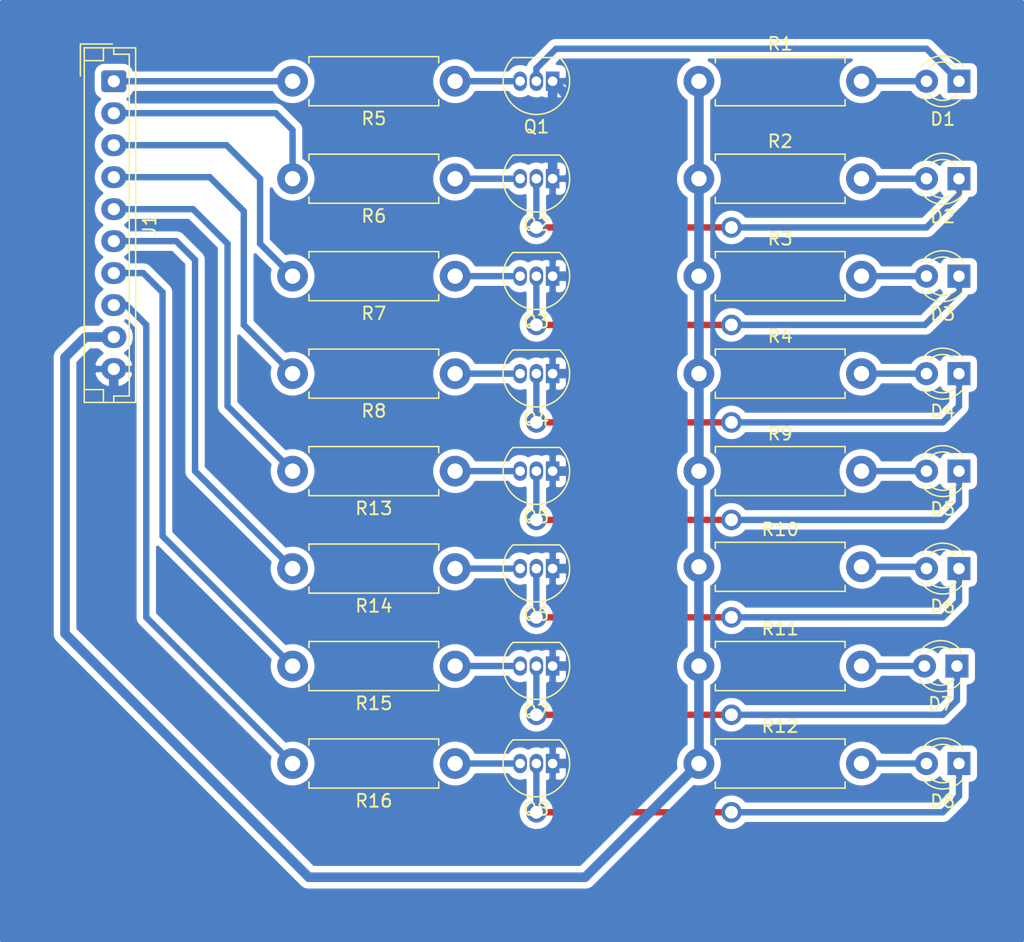
<source format=kicad_pcb>
(kicad_pcb (version 20171130) (host pcbnew "(5.1.9)-1")

  (general
    (thickness 1.6)
    (drawings 0)
    (tracks 130)
    (zones 0)
    (modules 33)
    (nets 35)
  )

  (page A4)
  (layers
    (0 F.Cu signal)
    (31 B.Cu signal)
    (32 B.Adhes user hide)
    (33 F.Adhes user hide)
    (34 B.Paste user hide)
    (35 F.Paste user hide)
    (36 B.SilkS user hide)
    (37 F.SilkS user)
    (38 B.Mask user hide)
    (39 F.Mask user hide)
    (40 Dwgs.User user hide)
    (41 Cmts.User user hide)
    (42 Eco1.User user hide)
    (43 Eco2.User user hide)
    (44 Edge.Cuts user hide)
    (45 Margin user hide)
    (46 B.CrtYd user hide)
    (47 F.CrtYd user)
    (48 B.Fab user hide)
    (49 F.Fab user)
  )

  (setup
    (last_trace_width 0.5)
    (trace_clearance 0.2)
    (zone_clearance 0.508)
    (zone_45_only no)
    (trace_min 0.2)
    (via_size 2)
    (via_drill 1)
    (via_min_size 0.4)
    (via_min_drill 0.3)
    (uvia_size 0.3)
    (uvia_drill 0.1)
    (uvias_allowed no)
    (uvia_min_size 0.2)
    (uvia_min_drill 0.1)
    (edge_width 0.05)
    (segment_width 0.2)
    (pcb_text_width 0.3)
    (pcb_text_size 1.5 1.5)
    (mod_edge_width 0.12)
    (mod_text_size 1 1)
    (mod_text_width 0.15)
    (pad_size 1.524 1.524)
    (pad_drill 0.762)
    (pad_to_mask_clearance 0)
    (aux_axis_origin 0 0)
    (visible_elements 7FFFFFFF)
    (pcbplotparams
      (layerselection 0x010fc_ffffffff)
      (usegerberextensions false)
      (usegerberattributes true)
      (usegerberadvancedattributes true)
      (creategerberjobfile true)
      (excludeedgelayer true)
      (linewidth 0.100000)
      (plotframeref false)
      (viasonmask false)
      (mode 1)
      (useauxorigin false)
      (hpglpennumber 1)
      (hpglpenspeed 20)
      (hpglpendiameter 15.000000)
      (psnegative false)
      (psa4output false)
      (plotreference true)
      (plotvalue true)
      (plotinvisibletext false)
      (padsonsilk false)
      (subtractmaskfromsilk false)
      (outputformat 1)
      (mirror false)
      (drillshape 1)
      (scaleselection 1)
      (outputdirectory ""))
  )

  (net 0 "")
  (net 1 "Net-(D1-Pad2)")
  (net 2 "Net-(D1-Pad1)")
  (net 3 "Net-(D2-Pad2)")
  (net 4 "Net-(D2-Pad1)")
  (net 5 "Net-(D3-Pad2)")
  (net 6 "Net-(D3-Pad1)")
  (net 7 "Net-(D4-Pad2)")
  (net 8 "Net-(D4-Pad1)")
  (net 9 "Net-(D5-Pad2)")
  (net 10 "Net-(D5-Pad1)")
  (net 11 "Net-(D6-Pad2)")
  (net 12 "Net-(D6-Pad1)")
  (net 13 "Net-(D7-Pad2)")
  (net 14 "Net-(D7-Pad1)")
  (net 15 "Net-(D8-Pad2)")
  (net 16 "Net-(D8-Pad1)")
  (net 17 GNDREF)
  (net 18 /5V)
  (net 19 /SB_PL)
  (net 20 /SB_0)
  (net 21 /SB_1)
  (net 22 /SB_2)
  (net 23 /SA_PL)
  (net 24 /SA_0)
  (net 25 /SA_1)
  (net 26 /SA_2)
  (net 27 "Net-(Q1-Pad3)")
  (net 28 "Net-(Q2-Pad3)")
  (net 29 "Net-(Q3-Pad3)")
  (net 30 "Net-(Q4-Pad3)")
  (net 31 "Net-(Q5-Pad3)")
  (net 32 "Net-(Q6-Pad3)")
  (net 33 "Net-(Q7-Pad3)")
  (net 34 "Net-(Q8-Pad3)")

  (net_class Default "This is the default net class."
    (clearance 0.2)
    (trace_width 0.5)
    (via_dia 2)
    (via_drill 1)
    (uvia_dia 0.3)
    (uvia_drill 0.1)
    (add_net /5V)
    (add_net /SA_0)
    (add_net /SA_1)
    (add_net /SA_2)
    (add_net /SA_PL)
    (add_net /SB_0)
    (add_net /SB_1)
    (add_net /SB_2)
    (add_net /SB_PL)
    (add_net GNDREF)
    (add_net "Net-(D1-Pad1)")
    (add_net "Net-(D1-Pad2)")
    (add_net "Net-(D2-Pad1)")
    (add_net "Net-(D2-Pad2)")
    (add_net "Net-(D3-Pad1)")
    (add_net "Net-(D3-Pad2)")
    (add_net "Net-(D4-Pad1)")
    (add_net "Net-(D4-Pad2)")
    (add_net "Net-(D5-Pad1)")
    (add_net "Net-(D5-Pad2)")
    (add_net "Net-(D6-Pad1)")
    (add_net "Net-(D6-Pad2)")
    (add_net "Net-(D7-Pad1)")
    (add_net "Net-(D7-Pad2)")
    (add_net "Net-(D8-Pad1)")
    (add_net "Net-(D8-Pad2)")
    (add_net "Net-(Q1-Pad3)")
    (add_net "Net-(Q2-Pad3)")
    (add_net "Net-(Q3-Pad3)")
    (add_net "Net-(Q4-Pad3)")
    (add_net "Net-(Q5-Pad3)")
    (add_net "Net-(Q6-Pad3)")
    (add_net "Net-(Q7-Pad3)")
    (add_net "Net-(Q8-Pad3)")
  )

  (net_class Power ""
    (clearance 0.2)
    (trace_width 0.75)
    (via_dia 2)
    (via_drill 1)
    (uvia_dia 0.3)
    (uvia_drill 0.1)
  )

  (net_class Signal ""
    (clearance 0.2)
    (trace_width 0.5)
    (via_dia 1.6)
    (via_drill 1)
    (uvia_dia 0.3)
    (uvia_drill 0.1)
  )

  (module Resistor_THT:R_Axial_DIN0411_L9.9mm_D3.6mm_P12.70mm_Horizontal (layer F.Cu) (tedit 5AE5139B) (tstamp 605FB90F)
    (at 60.96 80.01 180)
    (descr "Resistor, Axial_DIN0411 series, Axial, Horizontal, pin pitch=12.7mm, 1W, length*diameter=9.9*3.6mm^2")
    (tags "Resistor Axial_DIN0411 series Axial Horizontal pin pitch 12.7mm 1W length 9.9mm diameter 3.6mm")
    (path /60659343)
    (fp_text reference R16 (at 6.35 -2.92) (layer F.SilkS)
      (effects (font (size 1 1) (thickness 0.15)))
    )
    (fp_text value 1k (at 6.35 2.92) (layer F.Fab)
      (effects (font (size 1 1) (thickness 0.15)))
    )
    (fp_line (start 14.15 -2.05) (end -1.45 -2.05) (layer F.CrtYd) (width 0.05))
    (fp_line (start 14.15 2.05) (end 14.15 -2.05) (layer F.CrtYd) (width 0.05))
    (fp_line (start -1.45 2.05) (end 14.15 2.05) (layer F.CrtYd) (width 0.05))
    (fp_line (start -1.45 -2.05) (end -1.45 2.05) (layer F.CrtYd) (width 0.05))
    (fp_line (start 11.42 1.92) (end 11.42 1.44) (layer F.SilkS) (width 0.12))
    (fp_line (start 1.28 1.92) (end 11.42 1.92) (layer F.SilkS) (width 0.12))
    (fp_line (start 1.28 1.44) (end 1.28 1.92) (layer F.SilkS) (width 0.12))
    (fp_line (start 11.42 -1.92) (end 11.42 -1.44) (layer F.SilkS) (width 0.12))
    (fp_line (start 1.28 -1.92) (end 11.42 -1.92) (layer F.SilkS) (width 0.12))
    (fp_line (start 1.28 -1.44) (end 1.28 -1.92) (layer F.SilkS) (width 0.12))
    (fp_line (start 12.7 0) (end 11.3 0) (layer F.Fab) (width 0.1))
    (fp_line (start 0 0) (end 1.4 0) (layer F.Fab) (width 0.1))
    (fp_line (start 11.3 -1.8) (end 1.4 -1.8) (layer F.Fab) (width 0.1))
    (fp_line (start 11.3 1.8) (end 11.3 -1.8) (layer F.Fab) (width 0.1))
    (fp_line (start 1.4 1.8) (end 11.3 1.8) (layer F.Fab) (width 0.1))
    (fp_line (start 1.4 -1.8) (end 1.4 1.8) (layer F.Fab) (width 0.1))
    (fp_text user %R (at 6.35 0) (layer F.Fab)
      (effects (font (size 1 1) (thickness 0.15)))
    )
    (pad 2 thru_hole oval (at 12.7 0 180) (size 2.4 2.4) (drill 1.2) (layers *.Cu *.Mask)
      (net 19 /SB_PL))
    (pad 1 thru_hole circle (at 0 0 180) (size 2.4 2.4) (drill 1.2) (layers *.Cu *.Mask)
      (net 34 "Net-(Q8-Pad3)"))
    (model ${KISYS3DMOD}/Resistor_THT.3dshapes/R_Axial_DIN0411_L9.9mm_D3.6mm_P12.70mm_Horizontal.wrl
      (at (xyz 0 0 0))
      (scale (xyz 1 1 1))
      (rotate (xyz 0 0 0))
    )
  )

  (module Resistor_THT:R_Axial_DIN0411_L9.9mm_D3.6mm_P12.70mm_Horizontal (layer F.Cu) (tedit 5AE5139B) (tstamp 605FB8F8)
    (at 60.96 72.39 180)
    (descr "Resistor, Axial_DIN0411 series, Axial, Horizontal, pin pitch=12.7mm, 1W, length*diameter=9.9*3.6mm^2")
    (tags "Resistor Axial_DIN0411 series Axial Horizontal pin pitch 12.7mm 1W length 9.9mm diameter 3.6mm")
    (path /60659302)
    (fp_text reference R15 (at 6.35 -2.92) (layer F.SilkS)
      (effects (font (size 1 1) (thickness 0.15)))
    )
    (fp_text value 1k (at 6.35 2.92) (layer F.Fab)
      (effects (font (size 1 1) (thickness 0.15)))
    )
    (fp_line (start 14.15 -2.05) (end -1.45 -2.05) (layer F.CrtYd) (width 0.05))
    (fp_line (start 14.15 2.05) (end 14.15 -2.05) (layer F.CrtYd) (width 0.05))
    (fp_line (start -1.45 2.05) (end 14.15 2.05) (layer F.CrtYd) (width 0.05))
    (fp_line (start -1.45 -2.05) (end -1.45 2.05) (layer F.CrtYd) (width 0.05))
    (fp_line (start 11.42 1.92) (end 11.42 1.44) (layer F.SilkS) (width 0.12))
    (fp_line (start 1.28 1.92) (end 11.42 1.92) (layer F.SilkS) (width 0.12))
    (fp_line (start 1.28 1.44) (end 1.28 1.92) (layer F.SilkS) (width 0.12))
    (fp_line (start 11.42 -1.92) (end 11.42 -1.44) (layer F.SilkS) (width 0.12))
    (fp_line (start 1.28 -1.92) (end 11.42 -1.92) (layer F.SilkS) (width 0.12))
    (fp_line (start 1.28 -1.44) (end 1.28 -1.92) (layer F.SilkS) (width 0.12))
    (fp_line (start 12.7 0) (end 11.3 0) (layer F.Fab) (width 0.1))
    (fp_line (start 0 0) (end 1.4 0) (layer F.Fab) (width 0.1))
    (fp_line (start 11.3 -1.8) (end 1.4 -1.8) (layer F.Fab) (width 0.1))
    (fp_line (start 11.3 1.8) (end 11.3 -1.8) (layer F.Fab) (width 0.1))
    (fp_line (start 1.4 1.8) (end 11.3 1.8) (layer F.Fab) (width 0.1))
    (fp_line (start 1.4 -1.8) (end 1.4 1.8) (layer F.Fab) (width 0.1))
    (fp_text user %R (at 6.35 0) (layer F.Fab)
      (effects (font (size 1 1) (thickness 0.15)))
    )
    (pad 2 thru_hole oval (at 12.7 0 180) (size 2.4 2.4) (drill 1.2) (layers *.Cu *.Mask)
      (net 20 /SB_0))
    (pad 1 thru_hole circle (at 0 0 180) (size 2.4 2.4) (drill 1.2) (layers *.Cu *.Mask)
      (net 33 "Net-(Q7-Pad3)"))
    (model ${KISYS3DMOD}/Resistor_THT.3dshapes/R_Axial_DIN0411_L9.9mm_D3.6mm_P12.70mm_Horizontal.wrl
      (at (xyz 0 0 0))
      (scale (xyz 1 1 1))
      (rotate (xyz 0 0 0))
    )
  )

  (module Resistor_THT:R_Axial_DIN0411_L9.9mm_D3.6mm_P12.70mm_Horizontal (layer F.Cu) (tedit 5AE5139B) (tstamp 605FB8E1)
    (at 60.96 64.77 180)
    (descr "Resistor, Axial_DIN0411 series, Axial, Horizontal, pin pitch=12.7mm, 1W, length*diameter=9.9*3.6mm^2")
    (tags "Resistor Axial_DIN0411 series Axial Horizontal pin pitch 12.7mm 1W length 9.9mm diameter 3.6mm")
    (path /606592C1)
    (fp_text reference R14 (at 6.35 -2.92) (layer F.SilkS)
      (effects (font (size 1 1) (thickness 0.15)))
    )
    (fp_text value 1k (at 6.35 2.92) (layer F.Fab)
      (effects (font (size 1 1) (thickness 0.15)))
    )
    (fp_line (start 14.15 -2.05) (end -1.45 -2.05) (layer F.CrtYd) (width 0.05))
    (fp_line (start 14.15 2.05) (end 14.15 -2.05) (layer F.CrtYd) (width 0.05))
    (fp_line (start -1.45 2.05) (end 14.15 2.05) (layer F.CrtYd) (width 0.05))
    (fp_line (start -1.45 -2.05) (end -1.45 2.05) (layer F.CrtYd) (width 0.05))
    (fp_line (start 11.42 1.92) (end 11.42 1.44) (layer F.SilkS) (width 0.12))
    (fp_line (start 1.28 1.92) (end 11.42 1.92) (layer F.SilkS) (width 0.12))
    (fp_line (start 1.28 1.44) (end 1.28 1.92) (layer F.SilkS) (width 0.12))
    (fp_line (start 11.42 -1.92) (end 11.42 -1.44) (layer F.SilkS) (width 0.12))
    (fp_line (start 1.28 -1.92) (end 11.42 -1.92) (layer F.SilkS) (width 0.12))
    (fp_line (start 1.28 -1.44) (end 1.28 -1.92) (layer F.SilkS) (width 0.12))
    (fp_line (start 12.7 0) (end 11.3 0) (layer F.Fab) (width 0.1))
    (fp_line (start 0 0) (end 1.4 0) (layer F.Fab) (width 0.1))
    (fp_line (start 11.3 -1.8) (end 1.4 -1.8) (layer F.Fab) (width 0.1))
    (fp_line (start 11.3 1.8) (end 11.3 -1.8) (layer F.Fab) (width 0.1))
    (fp_line (start 1.4 1.8) (end 11.3 1.8) (layer F.Fab) (width 0.1))
    (fp_line (start 1.4 -1.8) (end 1.4 1.8) (layer F.Fab) (width 0.1))
    (fp_text user %R (at 6.35 0) (layer F.Fab)
      (effects (font (size 1 1) (thickness 0.15)))
    )
    (pad 2 thru_hole oval (at 12.7 0 180) (size 2.4 2.4) (drill 1.2) (layers *.Cu *.Mask)
      (net 21 /SB_1))
    (pad 1 thru_hole circle (at 0 0 180) (size 2.4 2.4) (drill 1.2) (layers *.Cu *.Mask)
      (net 32 "Net-(Q6-Pad3)"))
    (model ${KISYS3DMOD}/Resistor_THT.3dshapes/R_Axial_DIN0411_L9.9mm_D3.6mm_P12.70mm_Horizontal.wrl
      (at (xyz 0 0 0))
      (scale (xyz 1 1 1))
      (rotate (xyz 0 0 0))
    )
  )

  (module Resistor_THT:R_Axial_DIN0411_L9.9mm_D3.6mm_P12.70mm_Horizontal (layer F.Cu) (tedit 5AE5139B) (tstamp 605FB8CA)
    (at 60.96 57.15 180)
    (descr "Resistor, Axial_DIN0411 series, Axial, Horizontal, pin pitch=12.7mm, 1W, length*diameter=9.9*3.6mm^2")
    (tags "Resistor Axial_DIN0411 series Axial Horizontal pin pitch 12.7mm 1W length 9.9mm diameter 3.6mm")
    (path /60659280)
    (fp_text reference R13 (at 6.35 -2.92) (layer F.SilkS)
      (effects (font (size 1 1) (thickness 0.15)))
    )
    (fp_text value 1k (at 6.35 2.92) (layer F.Fab)
      (effects (font (size 1 1) (thickness 0.15)))
    )
    (fp_line (start 14.15 -2.05) (end -1.45 -2.05) (layer F.CrtYd) (width 0.05))
    (fp_line (start 14.15 2.05) (end 14.15 -2.05) (layer F.CrtYd) (width 0.05))
    (fp_line (start -1.45 2.05) (end 14.15 2.05) (layer F.CrtYd) (width 0.05))
    (fp_line (start -1.45 -2.05) (end -1.45 2.05) (layer F.CrtYd) (width 0.05))
    (fp_line (start 11.42 1.92) (end 11.42 1.44) (layer F.SilkS) (width 0.12))
    (fp_line (start 1.28 1.92) (end 11.42 1.92) (layer F.SilkS) (width 0.12))
    (fp_line (start 1.28 1.44) (end 1.28 1.92) (layer F.SilkS) (width 0.12))
    (fp_line (start 11.42 -1.92) (end 11.42 -1.44) (layer F.SilkS) (width 0.12))
    (fp_line (start 1.28 -1.92) (end 11.42 -1.92) (layer F.SilkS) (width 0.12))
    (fp_line (start 1.28 -1.44) (end 1.28 -1.92) (layer F.SilkS) (width 0.12))
    (fp_line (start 12.7 0) (end 11.3 0) (layer F.Fab) (width 0.1))
    (fp_line (start 0 0) (end 1.4 0) (layer F.Fab) (width 0.1))
    (fp_line (start 11.3 -1.8) (end 1.4 -1.8) (layer F.Fab) (width 0.1))
    (fp_line (start 11.3 1.8) (end 11.3 -1.8) (layer F.Fab) (width 0.1))
    (fp_line (start 1.4 1.8) (end 11.3 1.8) (layer F.Fab) (width 0.1))
    (fp_line (start 1.4 -1.8) (end 1.4 1.8) (layer F.Fab) (width 0.1))
    (fp_text user %R (at 6.35 0) (layer F.Fab)
      (effects (font (size 1 1) (thickness 0.15)))
    )
    (pad 2 thru_hole oval (at 12.7 0 180) (size 2.4 2.4) (drill 1.2) (layers *.Cu *.Mask)
      (net 22 /SB_2))
    (pad 1 thru_hole circle (at 0 0 180) (size 2.4 2.4) (drill 1.2) (layers *.Cu *.Mask)
      (net 31 "Net-(Q5-Pad3)"))
    (model ${KISYS3DMOD}/Resistor_THT.3dshapes/R_Axial_DIN0411_L9.9mm_D3.6mm_P12.70mm_Horizontal.wrl
      (at (xyz 0 0 0))
      (scale (xyz 1 1 1))
      (rotate (xyz 0 0 0))
    )
  )

  (module Resistor_THT:R_Axial_DIN0411_L9.9mm_D3.6mm_P12.70mm_Horizontal (layer F.Cu) (tedit 5AE5139B) (tstamp 605FB8B3)
    (at 80.01 80.01)
    (descr "Resistor, Axial_DIN0411 series, Axial, Horizontal, pin pitch=12.7mm, 1W, length*diameter=9.9*3.6mm^2")
    (tags "Resistor Axial_DIN0411 series Axial Horizontal pin pitch 12.7mm 1W length 9.9mm diameter 3.6mm")
    (path /60659317)
    (fp_text reference R12 (at 6.35 -2.92) (layer F.SilkS)
      (effects (font (size 1 1) (thickness 0.15)))
    )
    (fp_text value 220 (at 6.35 2.92) (layer F.Fab)
      (effects (font (size 1 1) (thickness 0.15)))
    )
    (fp_line (start 14.15 -2.05) (end -1.45 -2.05) (layer F.CrtYd) (width 0.05))
    (fp_line (start 14.15 2.05) (end 14.15 -2.05) (layer F.CrtYd) (width 0.05))
    (fp_line (start -1.45 2.05) (end 14.15 2.05) (layer F.CrtYd) (width 0.05))
    (fp_line (start -1.45 -2.05) (end -1.45 2.05) (layer F.CrtYd) (width 0.05))
    (fp_line (start 11.42 1.92) (end 11.42 1.44) (layer F.SilkS) (width 0.12))
    (fp_line (start 1.28 1.92) (end 11.42 1.92) (layer F.SilkS) (width 0.12))
    (fp_line (start 1.28 1.44) (end 1.28 1.92) (layer F.SilkS) (width 0.12))
    (fp_line (start 11.42 -1.92) (end 11.42 -1.44) (layer F.SilkS) (width 0.12))
    (fp_line (start 1.28 -1.92) (end 11.42 -1.92) (layer F.SilkS) (width 0.12))
    (fp_line (start 1.28 -1.44) (end 1.28 -1.92) (layer F.SilkS) (width 0.12))
    (fp_line (start 12.7 0) (end 11.3 0) (layer F.Fab) (width 0.1))
    (fp_line (start 0 0) (end 1.4 0) (layer F.Fab) (width 0.1))
    (fp_line (start 11.3 -1.8) (end 1.4 -1.8) (layer F.Fab) (width 0.1))
    (fp_line (start 11.3 1.8) (end 11.3 -1.8) (layer F.Fab) (width 0.1))
    (fp_line (start 1.4 1.8) (end 11.3 1.8) (layer F.Fab) (width 0.1))
    (fp_line (start 1.4 -1.8) (end 1.4 1.8) (layer F.Fab) (width 0.1))
    (fp_text user %R (at 6.35 0) (layer F.Fab)
      (effects (font (size 1 1) (thickness 0.15)))
    )
    (pad 2 thru_hole oval (at 12.7 0) (size 2.4 2.4) (drill 1.2) (layers *.Cu *.Mask)
      (net 15 "Net-(D8-Pad2)"))
    (pad 1 thru_hole circle (at 0 0) (size 2.4 2.4) (drill 1.2) (layers *.Cu *.Mask)
      (net 18 /5V))
    (model ${KISYS3DMOD}/Resistor_THT.3dshapes/R_Axial_DIN0411_L9.9mm_D3.6mm_P12.70mm_Horizontal.wrl
      (at (xyz 0 0 0))
      (scale (xyz 1 1 1))
      (rotate (xyz 0 0 0))
    )
  )

  (module Resistor_THT:R_Axial_DIN0411_L9.9mm_D3.6mm_P12.70mm_Horizontal (layer F.Cu) (tedit 5AE5139B) (tstamp 605FB89C)
    (at 80.01 72.39)
    (descr "Resistor, Axial_DIN0411 series, Axial, Horizontal, pin pitch=12.7mm, 1W, length*diameter=9.9*3.6mm^2")
    (tags "Resistor Axial_DIN0411 series Axial Horizontal pin pitch 12.7mm 1W length 9.9mm diameter 3.6mm")
    (path /606592D6)
    (fp_text reference R11 (at 6.35 -2.92) (layer F.SilkS)
      (effects (font (size 1 1) (thickness 0.15)))
    )
    (fp_text value 220 (at 6.35 2.92) (layer F.Fab)
      (effects (font (size 1 1) (thickness 0.15)))
    )
    (fp_line (start 14.15 -2.05) (end -1.45 -2.05) (layer F.CrtYd) (width 0.05))
    (fp_line (start 14.15 2.05) (end 14.15 -2.05) (layer F.CrtYd) (width 0.05))
    (fp_line (start -1.45 2.05) (end 14.15 2.05) (layer F.CrtYd) (width 0.05))
    (fp_line (start -1.45 -2.05) (end -1.45 2.05) (layer F.CrtYd) (width 0.05))
    (fp_line (start 11.42 1.92) (end 11.42 1.44) (layer F.SilkS) (width 0.12))
    (fp_line (start 1.28 1.92) (end 11.42 1.92) (layer F.SilkS) (width 0.12))
    (fp_line (start 1.28 1.44) (end 1.28 1.92) (layer F.SilkS) (width 0.12))
    (fp_line (start 11.42 -1.92) (end 11.42 -1.44) (layer F.SilkS) (width 0.12))
    (fp_line (start 1.28 -1.92) (end 11.42 -1.92) (layer F.SilkS) (width 0.12))
    (fp_line (start 1.28 -1.44) (end 1.28 -1.92) (layer F.SilkS) (width 0.12))
    (fp_line (start 12.7 0) (end 11.3 0) (layer F.Fab) (width 0.1))
    (fp_line (start 0 0) (end 1.4 0) (layer F.Fab) (width 0.1))
    (fp_line (start 11.3 -1.8) (end 1.4 -1.8) (layer F.Fab) (width 0.1))
    (fp_line (start 11.3 1.8) (end 11.3 -1.8) (layer F.Fab) (width 0.1))
    (fp_line (start 1.4 1.8) (end 11.3 1.8) (layer F.Fab) (width 0.1))
    (fp_line (start 1.4 -1.8) (end 1.4 1.8) (layer F.Fab) (width 0.1))
    (fp_text user %R (at 6.35 0) (layer F.Fab)
      (effects (font (size 1 1) (thickness 0.15)))
    )
    (pad 2 thru_hole oval (at 12.7 0) (size 2.4 2.4) (drill 1.2) (layers *.Cu *.Mask)
      (net 13 "Net-(D7-Pad2)"))
    (pad 1 thru_hole circle (at 0 0) (size 2.4 2.4) (drill 1.2) (layers *.Cu *.Mask)
      (net 18 /5V))
    (model ${KISYS3DMOD}/Resistor_THT.3dshapes/R_Axial_DIN0411_L9.9mm_D3.6mm_P12.70mm_Horizontal.wrl
      (at (xyz 0 0 0))
      (scale (xyz 1 1 1))
      (rotate (xyz 0 0 0))
    )
  )

  (module Resistor_THT:R_Axial_DIN0411_L9.9mm_D3.6mm_P12.70mm_Horizontal (layer F.Cu) (tedit 5AE5139B) (tstamp 605FB885)
    (at 80.01 64.63)
    (descr "Resistor, Axial_DIN0411 series, Axial, Horizontal, pin pitch=12.7mm, 1W, length*diameter=9.9*3.6mm^2")
    (tags "Resistor Axial_DIN0411 series Axial Horizontal pin pitch 12.7mm 1W length 9.9mm diameter 3.6mm")
    (path /60659295)
    (fp_text reference R10 (at 6.35 -2.92) (layer F.SilkS)
      (effects (font (size 1 1) (thickness 0.15)))
    )
    (fp_text value 220 (at 6.35 2.92) (layer F.Fab)
      (effects (font (size 1 1) (thickness 0.15)))
    )
    (fp_line (start 14.15 -2.05) (end -1.45 -2.05) (layer F.CrtYd) (width 0.05))
    (fp_line (start 14.15 2.05) (end 14.15 -2.05) (layer F.CrtYd) (width 0.05))
    (fp_line (start -1.45 2.05) (end 14.15 2.05) (layer F.CrtYd) (width 0.05))
    (fp_line (start -1.45 -2.05) (end -1.45 2.05) (layer F.CrtYd) (width 0.05))
    (fp_line (start 11.42 1.92) (end 11.42 1.44) (layer F.SilkS) (width 0.12))
    (fp_line (start 1.28 1.92) (end 11.42 1.92) (layer F.SilkS) (width 0.12))
    (fp_line (start 1.28 1.44) (end 1.28 1.92) (layer F.SilkS) (width 0.12))
    (fp_line (start 11.42 -1.92) (end 11.42 -1.44) (layer F.SilkS) (width 0.12))
    (fp_line (start 1.28 -1.92) (end 11.42 -1.92) (layer F.SilkS) (width 0.12))
    (fp_line (start 1.28 -1.44) (end 1.28 -1.92) (layer F.SilkS) (width 0.12))
    (fp_line (start 12.7 0) (end 11.3 0) (layer F.Fab) (width 0.1))
    (fp_line (start 0 0) (end 1.4 0) (layer F.Fab) (width 0.1))
    (fp_line (start 11.3 -1.8) (end 1.4 -1.8) (layer F.Fab) (width 0.1))
    (fp_line (start 11.3 1.8) (end 11.3 -1.8) (layer F.Fab) (width 0.1))
    (fp_line (start 1.4 1.8) (end 11.3 1.8) (layer F.Fab) (width 0.1))
    (fp_line (start 1.4 -1.8) (end 1.4 1.8) (layer F.Fab) (width 0.1))
    (fp_text user %R (at 6.35 0) (layer F.Fab)
      (effects (font (size 1 1) (thickness 0.15)))
    )
    (pad 2 thru_hole oval (at 12.7 0) (size 2.4 2.4) (drill 1.2) (layers *.Cu *.Mask)
      (net 11 "Net-(D6-Pad2)"))
    (pad 1 thru_hole circle (at 0 0) (size 2.4 2.4) (drill 1.2) (layers *.Cu *.Mask)
      (net 18 /5V))
    (model ${KISYS3DMOD}/Resistor_THT.3dshapes/R_Axial_DIN0411_L9.9mm_D3.6mm_P12.70mm_Horizontal.wrl
      (at (xyz 0 0 0))
      (scale (xyz 1 1 1))
      (rotate (xyz 0 0 0))
    )
  )

  (module Resistor_THT:R_Axial_DIN0411_L9.9mm_D3.6mm_P12.70mm_Horizontal (layer F.Cu) (tedit 5AE5139B) (tstamp 605FB86E)
    (at 80.01 57.15)
    (descr "Resistor, Axial_DIN0411 series, Axial, Horizontal, pin pitch=12.7mm, 1W, length*diameter=9.9*3.6mm^2")
    (tags "Resistor Axial_DIN0411 series Axial Horizontal pin pitch 12.7mm 1W length 9.9mm diameter 3.6mm")
    (path /60659254)
    (fp_text reference R9 (at 6.35 -2.92) (layer F.SilkS)
      (effects (font (size 1 1) (thickness 0.15)))
    )
    (fp_text value 220 (at 6.35 2.92) (layer F.Fab)
      (effects (font (size 1 1) (thickness 0.15)))
    )
    (fp_line (start 14.15 -2.05) (end -1.45 -2.05) (layer F.CrtYd) (width 0.05))
    (fp_line (start 14.15 2.05) (end 14.15 -2.05) (layer F.CrtYd) (width 0.05))
    (fp_line (start -1.45 2.05) (end 14.15 2.05) (layer F.CrtYd) (width 0.05))
    (fp_line (start -1.45 -2.05) (end -1.45 2.05) (layer F.CrtYd) (width 0.05))
    (fp_line (start 11.42 1.92) (end 11.42 1.44) (layer F.SilkS) (width 0.12))
    (fp_line (start 1.28 1.92) (end 11.42 1.92) (layer F.SilkS) (width 0.12))
    (fp_line (start 1.28 1.44) (end 1.28 1.92) (layer F.SilkS) (width 0.12))
    (fp_line (start 11.42 -1.92) (end 11.42 -1.44) (layer F.SilkS) (width 0.12))
    (fp_line (start 1.28 -1.92) (end 11.42 -1.92) (layer F.SilkS) (width 0.12))
    (fp_line (start 1.28 -1.44) (end 1.28 -1.92) (layer F.SilkS) (width 0.12))
    (fp_line (start 12.7 0) (end 11.3 0) (layer F.Fab) (width 0.1))
    (fp_line (start 0 0) (end 1.4 0) (layer F.Fab) (width 0.1))
    (fp_line (start 11.3 -1.8) (end 1.4 -1.8) (layer F.Fab) (width 0.1))
    (fp_line (start 11.3 1.8) (end 11.3 -1.8) (layer F.Fab) (width 0.1))
    (fp_line (start 1.4 1.8) (end 11.3 1.8) (layer F.Fab) (width 0.1))
    (fp_line (start 1.4 -1.8) (end 1.4 1.8) (layer F.Fab) (width 0.1))
    (fp_text user %R (at 6.35 0) (layer F.Fab)
      (effects (font (size 1 1) (thickness 0.15)))
    )
    (pad 2 thru_hole oval (at 12.7 0) (size 2.4 2.4) (drill 1.2) (layers *.Cu *.Mask)
      (net 9 "Net-(D5-Pad2)"))
    (pad 1 thru_hole circle (at 0 0) (size 2.4 2.4) (drill 1.2) (layers *.Cu *.Mask)
      (net 18 /5V))
    (model ${KISYS3DMOD}/Resistor_THT.3dshapes/R_Axial_DIN0411_L9.9mm_D3.6mm_P12.70mm_Horizontal.wrl
      (at (xyz 0 0 0))
      (scale (xyz 1 1 1))
      (rotate (xyz 0 0 0))
    )
  )

  (module Resistor_THT:R_Axial_DIN0411_L9.9mm_D3.6mm_P12.70mm_Horizontal (layer F.Cu) (tedit 5AE5139B) (tstamp 605FB857)
    (at 60.96 49.53 180)
    (descr "Resistor, Axial_DIN0411 series, Axial, Horizontal, pin pitch=12.7mm, 1W, length*diameter=9.9*3.6mm^2")
    (tags "Resistor Axial_DIN0411 series Axial Horizontal pin pitch 12.7mm 1W length 9.9mm diameter 3.6mm")
    (path /60618BB5)
    (fp_text reference R8 (at 6.35 -2.92) (layer F.SilkS)
      (effects (font (size 1 1) (thickness 0.15)))
    )
    (fp_text value 1k (at 6.35 2.92) (layer F.Fab)
      (effects (font (size 1 1) (thickness 0.15)))
    )
    (fp_line (start 14.15 -2.05) (end -1.45 -2.05) (layer F.CrtYd) (width 0.05))
    (fp_line (start 14.15 2.05) (end 14.15 -2.05) (layer F.CrtYd) (width 0.05))
    (fp_line (start -1.45 2.05) (end 14.15 2.05) (layer F.CrtYd) (width 0.05))
    (fp_line (start -1.45 -2.05) (end -1.45 2.05) (layer F.CrtYd) (width 0.05))
    (fp_line (start 11.42 1.92) (end 11.42 1.44) (layer F.SilkS) (width 0.12))
    (fp_line (start 1.28 1.92) (end 11.42 1.92) (layer F.SilkS) (width 0.12))
    (fp_line (start 1.28 1.44) (end 1.28 1.92) (layer F.SilkS) (width 0.12))
    (fp_line (start 11.42 -1.92) (end 11.42 -1.44) (layer F.SilkS) (width 0.12))
    (fp_line (start 1.28 -1.92) (end 11.42 -1.92) (layer F.SilkS) (width 0.12))
    (fp_line (start 1.28 -1.44) (end 1.28 -1.92) (layer F.SilkS) (width 0.12))
    (fp_line (start 12.7 0) (end 11.3 0) (layer F.Fab) (width 0.1))
    (fp_line (start 0 0) (end 1.4 0) (layer F.Fab) (width 0.1))
    (fp_line (start 11.3 -1.8) (end 1.4 -1.8) (layer F.Fab) (width 0.1))
    (fp_line (start 11.3 1.8) (end 11.3 -1.8) (layer F.Fab) (width 0.1))
    (fp_line (start 1.4 1.8) (end 11.3 1.8) (layer F.Fab) (width 0.1))
    (fp_line (start 1.4 -1.8) (end 1.4 1.8) (layer F.Fab) (width 0.1))
    (fp_text user %R (at 6.35 0) (layer F.Fab)
      (effects (font (size 1 1) (thickness 0.15)))
    )
    (pad 2 thru_hole oval (at 12.7 0 180) (size 2.4 2.4) (drill 1.2) (layers *.Cu *.Mask)
      (net 23 /SA_PL))
    (pad 1 thru_hole circle (at 0 0 180) (size 2.4 2.4) (drill 1.2) (layers *.Cu *.Mask)
      (net 30 "Net-(Q4-Pad3)"))
    (model ${KISYS3DMOD}/Resistor_THT.3dshapes/R_Axial_DIN0411_L9.9mm_D3.6mm_P12.70mm_Horizontal.wrl
      (at (xyz 0 0 0))
      (scale (xyz 1 1 1))
      (rotate (xyz 0 0 0))
    )
  )

  (module Resistor_THT:R_Axial_DIN0411_L9.9mm_D3.6mm_P12.70mm_Horizontal (layer F.Cu) (tedit 5AE5139B) (tstamp 605FB840)
    (at 60.96 41.91 180)
    (descr "Resistor, Axial_DIN0411 series, Axial, Horizontal, pin pitch=12.7mm, 1W, length*diameter=9.9*3.6mm^2")
    (tags "Resistor Axial_DIN0411 series Axial Horizontal pin pitch 12.7mm 1W length 9.9mm diameter 3.6mm")
    (path /60618B74)
    (fp_text reference R7 (at 6.35 -2.92) (layer F.SilkS)
      (effects (font (size 1 1) (thickness 0.15)))
    )
    (fp_text value 1k (at 6.35 2.92) (layer F.Fab)
      (effects (font (size 1 1) (thickness 0.15)))
    )
    (fp_line (start 14.15 -2.05) (end -1.45 -2.05) (layer F.CrtYd) (width 0.05))
    (fp_line (start 14.15 2.05) (end 14.15 -2.05) (layer F.CrtYd) (width 0.05))
    (fp_line (start -1.45 2.05) (end 14.15 2.05) (layer F.CrtYd) (width 0.05))
    (fp_line (start -1.45 -2.05) (end -1.45 2.05) (layer F.CrtYd) (width 0.05))
    (fp_line (start 11.42 1.92) (end 11.42 1.44) (layer F.SilkS) (width 0.12))
    (fp_line (start 1.28 1.92) (end 11.42 1.92) (layer F.SilkS) (width 0.12))
    (fp_line (start 1.28 1.44) (end 1.28 1.92) (layer F.SilkS) (width 0.12))
    (fp_line (start 11.42 -1.92) (end 11.42 -1.44) (layer F.SilkS) (width 0.12))
    (fp_line (start 1.28 -1.92) (end 11.42 -1.92) (layer F.SilkS) (width 0.12))
    (fp_line (start 1.28 -1.44) (end 1.28 -1.92) (layer F.SilkS) (width 0.12))
    (fp_line (start 12.7 0) (end 11.3 0) (layer F.Fab) (width 0.1))
    (fp_line (start 0 0) (end 1.4 0) (layer F.Fab) (width 0.1))
    (fp_line (start 11.3 -1.8) (end 1.4 -1.8) (layer F.Fab) (width 0.1))
    (fp_line (start 11.3 1.8) (end 11.3 -1.8) (layer F.Fab) (width 0.1))
    (fp_line (start 1.4 1.8) (end 11.3 1.8) (layer F.Fab) (width 0.1))
    (fp_line (start 1.4 -1.8) (end 1.4 1.8) (layer F.Fab) (width 0.1))
    (fp_text user %R (at 6.35 0) (layer F.Fab)
      (effects (font (size 1 1) (thickness 0.15)))
    )
    (pad 2 thru_hole oval (at 12.7 0 180) (size 2.4 2.4) (drill 1.2) (layers *.Cu *.Mask)
      (net 24 /SA_0))
    (pad 1 thru_hole circle (at 0 0 180) (size 2.4 2.4) (drill 1.2) (layers *.Cu *.Mask)
      (net 29 "Net-(Q3-Pad3)"))
    (model ${KISYS3DMOD}/Resistor_THT.3dshapes/R_Axial_DIN0411_L9.9mm_D3.6mm_P12.70mm_Horizontal.wrl
      (at (xyz 0 0 0))
      (scale (xyz 1 1 1))
      (rotate (xyz 0 0 0))
    )
  )

  (module Resistor_THT:R_Axial_DIN0411_L9.9mm_D3.6mm_P12.70mm_Horizontal (layer F.Cu) (tedit 5AE5139B) (tstamp 605FB829)
    (at 60.96 34.29 180)
    (descr "Resistor, Axial_DIN0411 series, Axial, Horizontal, pin pitch=12.7mm, 1W, length*diameter=9.9*3.6mm^2")
    (tags "Resistor Axial_DIN0411 series Axial Horizontal pin pitch 12.7mm 1W length 9.9mm diameter 3.6mm")
    (path /6060DD0A)
    (fp_text reference R6 (at 6.35 -2.92) (layer F.SilkS)
      (effects (font (size 1 1) (thickness 0.15)))
    )
    (fp_text value 1k (at 6.35 2.92) (layer F.Fab)
      (effects (font (size 1 1) (thickness 0.15)))
    )
    (fp_line (start 14.15 -2.05) (end -1.45 -2.05) (layer F.CrtYd) (width 0.05))
    (fp_line (start 14.15 2.05) (end 14.15 -2.05) (layer F.CrtYd) (width 0.05))
    (fp_line (start -1.45 2.05) (end 14.15 2.05) (layer F.CrtYd) (width 0.05))
    (fp_line (start -1.45 -2.05) (end -1.45 2.05) (layer F.CrtYd) (width 0.05))
    (fp_line (start 11.42 1.92) (end 11.42 1.44) (layer F.SilkS) (width 0.12))
    (fp_line (start 1.28 1.92) (end 11.42 1.92) (layer F.SilkS) (width 0.12))
    (fp_line (start 1.28 1.44) (end 1.28 1.92) (layer F.SilkS) (width 0.12))
    (fp_line (start 11.42 -1.92) (end 11.42 -1.44) (layer F.SilkS) (width 0.12))
    (fp_line (start 1.28 -1.92) (end 11.42 -1.92) (layer F.SilkS) (width 0.12))
    (fp_line (start 1.28 -1.44) (end 1.28 -1.92) (layer F.SilkS) (width 0.12))
    (fp_line (start 12.7 0) (end 11.3 0) (layer F.Fab) (width 0.1))
    (fp_line (start 0 0) (end 1.4 0) (layer F.Fab) (width 0.1))
    (fp_line (start 11.3 -1.8) (end 1.4 -1.8) (layer F.Fab) (width 0.1))
    (fp_line (start 11.3 1.8) (end 11.3 -1.8) (layer F.Fab) (width 0.1))
    (fp_line (start 1.4 1.8) (end 11.3 1.8) (layer F.Fab) (width 0.1))
    (fp_line (start 1.4 -1.8) (end 1.4 1.8) (layer F.Fab) (width 0.1))
    (fp_text user %R (at 6.35 0) (layer F.Fab)
      (effects (font (size 1 1) (thickness 0.15)))
    )
    (pad 2 thru_hole oval (at 12.7 0 180) (size 2.4 2.4) (drill 1.2) (layers *.Cu *.Mask)
      (net 25 /SA_1))
    (pad 1 thru_hole circle (at 0 0 180) (size 2.4 2.4) (drill 1.2) (layers *.Cu *.Mask)
      (net 28 "Net-(Q2-Pad3)"))
    (model ${KISYS3DMOD}/Resistor_THT.3dshapes/R_Axial_DIN0411_L9.9mm_D3.6mm_P12.70mm_Horizontal.wrl
      (at (xyz 0 0 0))
      (scale (xyz 1 1 1))
      (rotate (xyz 0 0 0))
    )
  )

  (module Resistor_THT:R_Axial_DIN0411_L9.9mm_D3.6mm_P12.70mm_Horizontal (layer F.Cu) (tedit 5AE5139B) (tstamp 605FB812)
    (at 60.96 26.67 180)
    (descr "Resistor, Axial_DIN0411 series, Axial, Horizontal, pin pitch=12.7mm, 1W, length*diameter=9.9*3.6mm^2")
    (tags "Resistor Axial_DIN0411 series Axial Horizontal pin pitch 12.7mm 1W length 9.9mm diameter 3.6mm")
    (path /60604F16)
    (fp_text reference R5 (at 6.35 -2.92) (layer F.SilkS)
      (effects (font (size 1 1) (thickness 0.15)))
    )
    (fp_text value 1k (at 6.35 2.92) (layer F.Fab)
      (effects (font (size 1 1) (thickness 0.15)))
    )
    (fp_line (start 14.15 -2.05) (end -1.45 -2.05) (layer F.CrtYd) (width 0.05))
    (fp_line (start 14.15 2.05) (end 14.15 -2.05) (layer F.CrtYd) (width 0.05))
    (fp_line (start -1.45 2.05) (end 14.15 2.05) (layer F.CrtYd) (width 0.05))
    (fp_line (start -1.45 -2.05) (end -1.45 2.05) (layer F.CrtYd) (width 0.05))
    (fp_line (start 11.42 1.92) (end 11.42 1.44) (layer F.SilkS) (width 0.12))
    (fp_line (start 1.28 1.92) (end 11.42 1.92) (layer F.SilkS) (width 0.12))
    (fp_line (start 1.28 1.44) (end 1.28 1.92) (layer F.SilkS) (width 0.12))
    (fp_line (start 11.42 -1.92) (end 11.42 -1.44) (layer F.SilkS) (width 0.12))
    (fp_line (start 1.28 -1.92) (end 11.42 -1.92) (layer F.SilkS) (width 0.12))
    (fp_line (start 1.28 -1.44) (end 1.28 -1.92) (layer F.SilkS) (width 0.12))
    (fp_line (start 12.7 0) (end 11.3 0) (layer F.Fab) (width 0.1))
    (fp_line (start 0 0) (end 1.4 0) (layer F.Fab) (width 0.1))
    (fp_line (start 11.3 -1.8) (end 1.4 -1.8) (layer F.Fab) (width 0.1))
    (fp_line (start 11.3 1.8) (end 11.3 -1.8) (layer F.Fab) (width 0.1))
    (fp_line (start 1.4 1.8) (end 11.3 1.8) (layer F.Fab) (width 0.1))
    (fp_line (start 1.4 -1.8) (end 1.4 1.8) (layer F.Fab) (width 0.1))
    (fp_text user %R (at 6.35 0) (layer F.Fab)
      (effects (font (size 1 1) (thickness 0.15)))
    )
    (pad 2 thru_hole oval (at 12.7 0 180) (size 2.4 2.4) (drill 1.2) (layers *.Cu *.Mask)
      (net 26 /SA_2))
    (pad 1 thru_hole circle (at 0 0 180) (size 2.4 2.4) (drill 1.2) (layers *.Cu *.Mask)
      (net 27 "Net-(Q1-Pad3)"))
    (model ${KISYS3DMOD}/Resistor_THT.3dshapes/R_Axial_DIN0411_L9.9mm_D3.6mm_P12.70mm_Horizontal.wrl
      (at (xyz 0 0 0))
      (scale (xyz 1 1 1))
      (rotate (xyz 0 0 0))
    )
  )

  (module Resistor_THT:R_Axial_DIN0411_L9.9mm_D3.6mm_P12.70mm_Horizontal (layer F.Cu) (tedit 5AE5139B) (tstamp 605FB7FB)
    (at 80.01 49.53)
    (descr "Resistor, Axial_DIN0411 series, Axial, Horizontal, pin pitch=12.7mm, 1W, length*diameter=9.9*3.6mm^2")
    (tags "Resistor Axial_DIN0411 series Axial Horizontal pin pitch 12.7mm 1W length 9.9mm diameter 3.6mm")
    (path /60618B89)
    (fp_text reference R4 (at 6.35 -2.92) (layer F.SilkS)
      (effects (font (size 1 1) (thickness 0.15)))
    )
    (fp_text value 220 (at 6.35 2.92) (layer F.Fab)
      (effects (font (size 1 1) (thickness 0.15)))
    )
    (fp_line (start 14.15 -2.05) (end -1.45 -2.05) (layer F.CrtYd) (width 0.05))
    (fp_line (start 14.15 2.05) (end 14.15 -2.05) (layer F.CrtYd) (width 0.05))
    (fp_line (start -1.45 2.05) (end 14.15 2.05) (layer F.CrtYd) (width 0.05))
    (fp_line (start -1.45 -2.05) (end -1.45 2.05) (layer F.CrtYd) (width 0.05))
    (fp_line (start 11.42 1.92) (end 11.42 1.44) (layer F.SilkS) (width 0.12))
    (fp_line (start 1.28 1.92) (end 11.42 1.92) (layer F.SilkS) (width 0.12))
    (fp_line (start 1.28 1.44) (end 1.28 1.92) (layer F.SilkS) (width 0.12))
    (fp_line (start 11.42 -1.92) (end 11.42 -1.44) (layer F.SilkS) (width 0.12))
    (fp_line (start 1.28 -1.92) (end 11.42 -1.92) (layer F.SilkS) (width 0.12))
    (fp_line (start 1.28 -1.44) (end 1.28 -1.92) (layer F.SilkS) (width 0.12))
    (fp_line (start 12.7 0) (end 11.3 0) (layer F.Fab) (width 0.1))
    (fp_line (start 0 0) (end 1.4 0) (layer F.Fab) (width 0.1))
    (fp_line (start 11.3 -1.8) (end 1.4 -1.8) (layer F.Fab) (width 0.1))
    (fp_line (start 11.3 1.8) (end 11.3 -1.8) (layer F.Fab) (width 0.1))
    (fp_line (start 1.4 1.8) (end 11.3 1.8) (layer F.Fab) (width 0.1))
    (fp_line (start 1.4 -1.8) (end 1.4 1.8) (layer F.Fab) (width 0.1))
    (fp_text user %R (at 6.35 0) (layer F.Fab)
      (effects (font (size 1 1) (thickness 0.15)))
    )
    (pad 2 thru_hole oval (at 12.7 0) (size 2.4 2.4) (drill 1.2) (layers *.Cu *.Mask)
      (net 7 "Net-(D4-Pad2)"))
    (pad 1 thru_hole circle (at 0 0) (size 2.4 2.4) (drill 1.2) (layers *.Cu *.Mask)
      (net 18 /5V))
    (model ${KISYS3DMOD}/Resistor_THT.3dshapes/R_Axial_DIN0411_L9.9mm_D3.6mm_P12.70mm_Horizontal.wrl
      (at (xyz 0 0 0))
      (scale (xyz 1 1 1))
      (rotate (xyz 0 0 0))
    )
  )

  (module Resistor_THT:R_Axial_DIN0411_L9.9mm_D3.6mm_P12.70mm_Horizontal (layer F.Cu) (tedit 5AE5139B) (tstamp 605FB7E4)
    (at 80.01 41.91)
    (descr "Resistor, Axial_DIN0411 series, Axial, Horizontal, pin pitch=12.7mm, 1W, length*diameter=9.9*3.6mm^2")
    (tags "Resistor Axial_DIN0411 series Axial Horizontal pin pitch 12.7mm 1W length 9.9mm diameter 3.6mm")
    (path /60618B48)
    (fp_text reference R3 (at 6.35 -2.92) (layer F.SilkS)
      (effects (font (size 1 1) (thickness 0.15)))
    )
    (fp_text value 220 (at 6.35 2.92) (layer F.Fab)
      (effects (font (size 1 1) (thickness 0.15)))
    )
    (fp_line (start 14.15 -2.05) (end -1.45 -2.05) (layer F.CrtYd) (width 0.05))
    (fp_line (start 14.15 2.05) (end 14.15 -2.05) (layer F.CrtYd) (width 0.05))
    (fp_line (start -1.45 2.05) (end 14.15 2.05) (layer F.CrtYd) (width 0.05))
    (fp_line (start -1.45 -2.05) (end -1.45 2.05) (layer F.CrtYd) (width 0.05))
    (fp_line (start 11.42 1.92) (end 11.42 1.44) (layer F.SilkS) (width 0.12))
    (fp_line (start 1.28 1.92) (end 11.42 1.92) (layer F.SilkS) (width 0.12))
    (fp_line (start 1.28 1.44) (end 1.28 1.92) (layer F.SilkS) (width 0.12))
    (fp_line (start 11.42 -1.92) (end 11.42 -1.44) (layer F.SilkS) (width 0.12))
    (fp_line (start 1.28 -1.92) (end 11.42 -1.92) (layer F.SilkS) (width 0.12))
    (fp_line (start 1.28 -1.44) (end 1.28 -1.92) (layer F.SilkS) (width 0.12))
    (fp_line (start 12.7 0) (end 11.3 0) (layer F.Fab) (width 0.1))
    (fp_line (start 0 0) (end 1.4 0) (layer F.Fab) (width 0.1))
    (fp_line (start 11.3 -1.8) (end 1.4 -1.8) (layer F.Fab) (width 0.1))
    (fp_line (start 11.3 1.8) (end 11.3 -1.8) (layer F.Fab) (width 0.1))
    (fp_line (start 1.4 1.8) (end 11.3 1.8) (layer F.Fab) (width 0.1))
    (fp_line (start 1.4 -1.8) (end 1.4 1.8) (layer F.Fab) (width 0.1))
    (fp_text user %R (at 6.35 0) (layer F.Fab)
      (effects (font (size 1 1) (thickness 0.15)))
    )
    (pad 2 thru_hole oval (at 12.7 0) (size 2.4 2.4) (drill 1.2) (layers *.Cu *.Mask)
      (net 5 "Net-(D3-Pad2)"))
    (pad 1 thru_hole circle (at 0 0) (size 2.4 2.4) (drill 1.2) (layers *.Cu *.Mask)
      (net 18 /5V))
    (model ${KISYS3DMOD}/Resistor_THT.3dshapes/R_Axial_DIN0411_L9.9mm_D3.6mm_P12.70mm_Horizontal.wrl
      (at (xyz 0 0 0))
      (scale (xyz 1 1 1))
      (rotate (xyz 0 0 0))
    )
  )

  (module Resistor_THT:R_Axial_DIN0411_L9.9mm_D3.6mm_P12.70mm_Horizontal (layer F.Cu) (tedit 5AE5139B) (tstamp 605FB7CD)
    (at 80.01 34.29)
    (descr "Resistor, Axial_DIN0411 series, Axial, Horizontal, pin pitch=12.7mm, 1W, length*diameter=9.9*3.6mm^2")
    (tags "Resistor Axial_DIN0411 series Axial Horizontal pin pitch 12.7mm 1W length 9.9mm diameter 3.6mm")
    (path /6060DCDE)
    (fp_text reference R2 (at 6.35 -2.92) (layer F.SilkS)
      (effects (font (size 1 1) (thickness 0.15)))
    )
    (fp_text value 220 (at 6.35 2.92) (layer F.Fab)
      (effects (font (size 1 1) (thickness 0.15)))
    )
    (fp_line (start 14.15 -2.05) (end -1.45 -2.05) (layer F.CrtYd) (width 0.05))
    (fp_line (start 14.15 2.05) (end 14.15 -2.05) (layer F.CrtYd) (width 0.05))
    (fp_line (start -1.45 2.05) (end 14.15 2.05) (layer F.CrtYd) (width 0.05))
    (fp_line (start -1.45 -2.05) (end -1.45 2.05) (layer F.CrtYd) (width 0.05))
    (fp_line (start 11.42 1.92) (end 11.42 1.44) (layer F.SilkS) (width 0.12))
    (fp_line (start 1.28 1.92) (end 11.42 1.92) (layer F.SilkS) (width 0.12))
    (fp_line (start 1.28 1.44) (end 1.28 1.92) (layer F.SilkS) (width 0.12))
    (fp_line (start 11.42 -1.92) (end 11.42 -1.44) (layer F.SilkS) (width 0.12))
    (fp_line (start 1.28 -1.92) (end 11.42 -1.92) (layer F.SilkS) (width 0.12))
    (fp_line (start 1.28 -1.44) (end 1.28 -1.92) (layer F.SilkS) (width 0.12))
    (fp_line (start 12.7 0) (end 11.3 0) (layer F.Fab) (width 0.1))
    (fp_line (start 0 0) (end 1.4 0) (layer F.Fab) (width 0.1))
    (fp_line (start 11.3 -1.8) (end 1.4 -1.8) (layer F.Fab) (width 0.1))
    (fp_line (start 11.3 1.8) (end 11.3 -1.8) (layer F.Fab) (width 0.1))
    (fp_line (start 1.4 1.8) (end 11.3 1.8) (layer F.Fab) (width 0.1))
    (fp_line (start 1.4 -1.8) (end 1.4 1.8) (layer F.Fab) (width 0.1))
    (fp_text user %R (at 6.35 0) (layer F.Fab)
      (effects (font (size 1 1) (thickness 0.15)))
    )
    (pad 2 thru_hole oval (at 12.7 0) (size 2.4 2.4) (drill 1.2) (layers *.Cu *.Mask)
      (net 3 "Net-(D2-Pad2)"))
    (pad 1 thru_hole circle (at 0 0) (size 2.4 2.4) (drill 1.2) (layers *.Cu *.Mask)
      (net 18 /5V))
    (model ${KISYS3DMOD}/Resistor_THT.3dshapes/R_Axial_DIN0411_L9.9mm_D3.6mm_P12.70mm_Horizontal.wrl
      (at (xyz 0 0 0))
      (scale (xyz 1 1 1))
      (rotate (xyz 0 0 0))
    )
  )

  (module Resistor_THT:R_Axial_DIN0411_L9.9mm_D3.6mm_P12.70mm_Horizontal (layer F.Cu) (tedit 5AE5139B) (tstamp 605FB7B6)
    (at 80.01 26.67)
    (descr "Resistor, Axial_DIN0411 series, Axial, Horizontal, pin pitch=12.7mm, 1W, length*diameter=9.9*3.6mm^2")
    (tags "Resistor Axial_DIN0411 series Axial Horizontal pin pitch 12.7mm 1W length 9.9mm diameter 3.6mm")
    (path /605F961E)
    (fp_text reference R1 (at 6.35 -2.92) (layer F.SilkS)
      (effects (font (size 1 1) (thickness 0.15)))
    )
    (fp_text value 220 (at 6.35 2.92) (layer F.Fab)
      (effects (font (size 1 1) (thickness 0.15)))
    )
    (fp_line (start 14.15 -2.05) (end -1.45 -2.05) (layer F.CrtYd) (width 0.05))
    (fp_line (start 14.15 2.05) (end 14.15 -2.05) (layer F.CrtYd) (width 0.05))
    (fp_line (start -1.45 2.05) (end 14.15 2.05) (layer F.CrtYd) (width 0.05))
    (fp_line (start -1.45 -2.05) (end -1.45 2.05) (layer F.CrtYd) (width 0.05))
    (fp_line (start 11.42 1.92) (end 11.42 1.44) (layer F.SilkS) (width 0.12))
    (fp_line (start 1.28 1.92) (end 11.42 1.92) (layer F.SilkS) (width 0.12))
    (fp_line (start 1.28 1.44) (end 1.28 1.92) (layer F.SilkS) (width 0.12))
    (fp_line (start 11.42 -1.92) (end 11.42 -1.44) (layer F.SilkS) (width 0.12))
    (fp_line (start 1.28 -1.92) (end 11.42 -1.92) (layer F.SilkS) (width 0.12))
    (fp_line (start 1.28 -1.44) (end 1.28 -1.92) (layer F.SilkS) (width 0.12))
    (fp_line (start 12.7 0) (end 11.3 0) (layer F.Fab) (width 0.1))
    (fp_line (start 0 0) (end 1.4 0) (layer F.Fab) (width 0.1))
    (fp_line (start 11.3 -1.8) (end 1.4 -1.8) (layer F.Fab) (width 0.1))
    (fp_line (start 11.3 1.8) (end 11.3 -1.8) (layer F.Fab) (width 0.1))
    (fp_line (start 1.4 1.8) (end 11.3 1.8) (layer F.Fab) (width 0.1))
    (fp_line (start 1.4 -1.8) (end 1.4 1.8) (layer F.Fab) (width 0.1))
    (fp_text user %R (at 6.35 0) (layer F.Fab)
      (effects (font (size 1 1) (thickness 0.15)))
    )
    (pad 2 thru_hole oval (at 12.7 0) (size 2.4 2.4) (drill 1.2) (layers *.Cu *.Mask)
      (net 1 "Net-(D1-Pad2)"))
    (pad 1 thru_hole circle (at 0 0) (size 2.4 2.4) (drill 1.2) (layers *.Cu *.Mask)
      (net 18 /5V))
    (model ${KISYS3DMOD}/Resistor_THT.3dshapes/R_Axial_DIN0411_L9.9mm_D3.6mm_P12.70mm_Horizontal.wrl
      (at (xyz 0 0 0))
      (scale (xyz 1 1 1))
      (rotate (xyz 0 0 0))
    )
  )

  (module Package_TO_SOT_THT:TO-92_Inline (layer F.Cu) (tedit 5A1DD157) (tstamp 605FB79F)
    (at 68.58 80.01 180)
    (descr "TO-92 leads in-line, narrow, oval pads, drill 0.75mm (see NXP sot054_po.pdf)")
    (tags "to-92 sc-43 sc-43a sot54 PA33 transistor")
    (path /60659337)
    (fp_text reference Q8 (at 1.27 -3.56) (layer F.SilkS)
      (effects (font (size 1 1) (thickness 0.15)))
    )
    (fp_text value 2SC1815 (at 1.27 2.79) (layer F.Fab)
      (effects (font (size 1 1) (thickness 0.15)))
    )
    (fp_line (start 4 2.01) (end -1.46 2.01) (layer F.CrtYd) (width 0.05))
    (fp_line (start 4 2.01) (end 4 -2.73) (layer F.CrtYd) (width 0.05))
    (fp_line (start -1.46 -2.73) (end -1.46 2.01) (layer F.CrtYd) (width 0.05))
    (fp_line (start -1.46 -2.73) (end 4 -2.73) (layer F.CrtYd) (width 0.05))
    (fp_line (start -0.5 1.75) (end 3 1.75) (layer F.Fab) (width 0.1))
    (fp_line (start -0.53 1.85) (end 3.07 1.85) (layer F.SilkS) (width 0.12))
    (fp_arc (start 1.27 0) (end 1.27 -2.6) (angle 135) (layer F.SilkS) (width 0.12))
    (fp_arc (start 1.27 0) (end 1.27 -2.48) (angle -135) (layer F.Fab) (width 0.1))
    (fp_arc (start 1.27 0) (end 1.27 -2.6) (angle -135) (layer F.SilkS) (width 0.12))
    (fp_arc (start 1.27 0) (end 1.27 -2.48) (angle 135) (layer F.Fab) (width 0.1))
    (fp_text user %R (at 1.27 0) (layer F.Fab)
      (effects (font (size 1 1) (thickness 0.15)))
    )
    (pad 1 thru_hole rect (at 0 0 180) (size 1.05 1.5) (drill 0.75) (layers *.Cu *.Mask)
      (net 17 GNDREF))
    (pad 3 thru_hole oval (at 2.54 0 180) (size 1.05 1.5) (drill 0.75) (layers *.Cu *.Mask)
      (net 34 "Net-(Q8-Pad3)"))
    (pad 2 thru_hole oval (at 1.27 0 180) (size 1.05 1.5) (drill 0.75) (layers *.Cu *.Mask)
      (net 16 "Net-(D8-Pad1)"))
    (model ${KISYS3DMOD}/Package_TO_SOT_THT.3dshapes/TO-92_Inline.wrl
      (at (xyz 0 0 0))
      (scale (xyz 1 1 1))
      (rotate (xyz 0 0 0))
    )
  )

  (module Package_TO_SOT_THT:TO-92_Inline (layer F.Cu) (tedit 5A1DD157) (tstamp 605FB78D)
    (at 68.58 72.39 180)
    (descr "TO-92 leads in-line, narrow, oval pads, drill 0.75mm (see NXP sot054_po.pdf)")
    (tags "to-92 sc-43 sc-43a sot54 PA33 transistor")
    (path /606592F6)
    (fp_text reference Q7 (at 1.27 -3.56) (layer F.SilkS)
      (effects (font (size 1 1) (thickness 0.15)))
    )
    (fp_text value 2SC1815 (at 1.27 2.79) (layer F.Fab)
      (effects (font (size 1 1) (thickness 0.15)))
    )
    (fp_line (start 4 2.01) (end -1.46 2.01) (layer F.CrtYd) (width 0.05))
    (fp_line (start 4 2.01) (end 4 -2.73) (layer F.CrtYd) (width 0.05))
    (fp_line (start -1.46 -2.73) (end -1.46 2.01) (layer F.CrtYd) (width 0.05))
    (fp_line (start -1.46 -2.73) (end 4 -2.73) (layer F.CrtYd) (width 0.05))
    (fp_line (start -0.5 1.75) (end 3 1.75) (layer F.Fab) (width 0.1))
    (fp_line (start -0.53 1.85) (end 3.07 1.85) (layer F.SilkS) (width 0.12))
    (fp_arc (start 1.27 0) (end 1.27 -2.6) (angle 135) (layer F.SilkS) (width 0.12))
    (fp_arc (start 1.27 0) (end 1.27 -2.48) (angle -135) (layer F.Fab) (width 0.1))
    (fp_arc (start 1.27 0) (end 1.27 -2.6) (angle -135) (layer F.SilkS) (width 0.12))
    (fp_arc (start 1.27 0) (end 1.27 -2.48) (angle 135) (layer F.Fab) (width 0.1))
    (fp_text user %R (at 1.27 0) (layer F.Fab)
      (effects (font (size 1 1) (thickness 0.15)))
    )
    (pad 1 thru_hole rect (at 0 0 180) (size 1.05 1.5) (drill 0.75) (layers *.Cu *.Mask)
      (net 17 GNDREF))
    (pad 3 thru_hole oval (at 2.54 0 180) (size 1.05 1.5) (drill 0.75) (layers *.Cu *.Mask)
      (net 33 "Net-(Q7-Pad3)"))
    (pad 2 thru_hole oval (at 1.27 0 180) (size 1.05 1.5) (drill 0.75) (layers *.Cu *.Mask)
      (net 14 "Net-(D7-Pad1)"))
    (model ${KISYS3DMOD}/Package_TO_SOT_THT.3dshapes/TO-92_Inline.wrl
      (at (xyz 0 0 0))
      (scale (xyz 1 1 1))
      (rotate (xyz 0 0 0))
    )
  )

  (module Package_TO_SOT_THT:TO-92_Inline (layer F.Cu) (tedit 5A1DD157) (tstamp 605FB77B)
    (at 68.58 64.77 180)
    (descr "TO-92 leads in-line, narrow, oval pads, drill 0.75mm (see NXP sot054_po.pdf)")
    (tags "to-92 sc-43 sc-43a sot54 PA33 transistor")
    (path /606592B5)
    (fp_text reference Q6 (at 1.27 -3.56) (layer F.SilkS)
      (effects (font (size 1 1) (thickness 0.15)))
    )
    (fp_text value 2SC1815 (at 1.27 2.79) (layer F.Fab)
      (effects (font (size 1 1) (thickness 0.15)))
    )
    (fp_line (start 4 2.01) (end -1.46 2.01) (layer F.CrtYd) (width 0.05))
    (fp_line (start 4 2.01) (end 4 -2.73) (layer F.CrtYd) (width 0.05))
    (fp_line (start -1.46 -2.73) (end -1.46 2.01) (layer F.CrtYd) (width 0.05))
    (fp_line (start -1.46 -2.73) (end 4 -2.73) (layer F.CrtYd) (width 0.05))
    (fp_line (start -0.5 1.75) (end 3 1.75) (layer F.Fab) (width 0.1))
    (fp_line (start -0.53 1.85) (end 3.07 1.85) (layer F.SilkS) (width 0.12))
    (fp_arc (start 1.27 0) (end 1.27 -2.6) (angle 135) (layer F.SilkS) (width 0.12))
    (fp_arc (start 1.27 0) (end 1.27 -2.48) (angle -135) (layer F.Fab) (width 0.1))
    (fp_arc (start 1.27 0) (end 1.27 -2.6) (angle -135) (layer F.SilkS) (width 0.12))
    (fp_arc (start 1.27 0) (end 1.27 -2.48) (angle 135) (layer F.Fab) (width 0.1))
    (fp_text user %R (at 1.27 0) (layer F.Fab)
      (effects (font (size 1 1) (thickness 0.15)))
    )
    (pad 1 thru_hole rect (at 0 0 180) (size 1.05 1.5) (drill 0.75) (layers *.Cu *.Mask)
      (net 17 GNDREF))
    (pad 3 thru_hole oval (at 2.54 0 180) (size 1.05 1.5) (drill 0.75) (layers *.Cu *.Mask)
      (net 32 "Net-(Q6-Pad3)"))
    (pad 2 thru_hole oval (at 1.27 0 180) (size 1.05 1.5) (drill 0.75) (layers *.Cu *.Mask)
      (net 12 "Net-(D6-Pad1)"))
    (model ${KISYS3DMOD}/Package_TO_SOT_THT.3dshapes/TO-92_Inline.wrl
      (at (xyz 0 0 0))
      (scale (xyz 1 1 1))
      (rotate (xyz 0 0 0))
    )
  )

  (module Package_TO_SOT_THT:TO-92_Inline (layer F.Cu) (tedit 5A1DD157) (tstamp 605FB769)
    (at 68.58 57.15 180)
    (descr "TO-92 leads in-line, narrow, oval pads, drill 0.75mm (see NXP sot054_po.pdf)")
    (tags "to-92 sc-43 sc-43a sot54 PA33 transistor")
    (path /60659274)
    (fp_text reference Q5 (at 1.27 -3.56) (layer F.SilkS)
      (effects (font (size 1 1) (thickness 0.15)))
    )
    (fp_text value 2SC1815 (at 1.27 2.79) (layer F.Fab)
      (effects (font (size 1 1) (thickness 0.15)))
    )
    (fp_line (start 4 2.01) (end -1.46 2.01) (layer F.CrtYd) (width 0.05))
    (fp_line (start 4 2.01) (end 4 -2.73) (layer F.CrtYd) (width 0.05))
    (fp_line (start -1.46 -2.73) (end -1.46 2.01) (layer F.CrtYd) (width 0.05))
    (fp_line (start -1.46 -2.73) (end 4 -2.73) (layer F.CrtYd) (width 0.05))
    (fp_line (start -0.5 1.75) (end 3 1.75) (layer F.Fab) (width 0.1))
    (fp_line (start -0.53 1.85) (end 3.07 1.85) (layer F.SilkS) (width 0.12))
    (fp_arc (start 1.27 0) (end 1.27 -2.6) (angle 135) (layer F.SilkS) (width 0.12))
    (fp_arc (start 1.27 0) (end 1.27 -2.48) (angle -135) (layer F.Fab) (width 0.1))
    (fp_arc (start 1.27 0) (end 1.27 -2.6) (angle -135) (layer F.SilkS) (width 0.12))
    (fp_arc (start 1.27 0) (end 1.27 -2.48) (angle 135) (layer F.Fab) (width 0.1))
    (fp_text user %R (at 1.27 0) (layer F.Fab)
      (effects (font (size 1 1) (thickness 0.15)))
    )
    (pad 1 thru_hole rect (at 0 0 180) (size 1.05 1.5) (drill 0.75) (layers *.Cu *.Mask)
      (net 17 GNDREF))
    (pad 3 thru_hole oval (at 2.54 0 180) (size 1.05 1.5) (drill 0.75) (layers *.Cu *.Mask)
      (net 31 "Net-(Q5-Pad3)"))
    (pad 2 thru_hole oval (at 1.27 0 180) (size 1.05 1.5) (drill 0.75) (layers *.Cu *.Mask)
      (net 10 "Net-(D5-Pad1)"))
    (model ${KISYS3DMOD}/Package_TO_SOT_THT.3dshapes/TO-92_Inline.wrl
      (at (xyz 0 0 0))
      (scale (xyz 1 1 1))
      (rotate (xyz 0 0 0))
    )
  )

  (module Package_TO_SOT_THT:TO-92_Inline (layer F.Cu) (tedit 5A1DD157) (tstamp 605FB757)
    (at 68.58 49.53 180)
    (descr "TO-92 leads in-line, narrow, oval pads, drill 0.75mm (see NXP sot054_po.pdf)")
    (tags "to-92 sc-43 sc-43a sot54 PA33 transistor")
    (path /60618BA9)
    (fp_text reference Q4 (at 1.27 -3.56) (layer F.SilkS)
      (effects (font (size 1 1) (thickness 0.15)))
    )
    (fp_text value 2SC1815 (at 1.27 2.79) (layer F.Fab)
      (effects (font (size 1 1) (thickness 0.15)))
    )
    (fp_line (start 4 2.01) (end -1.46 2.01) (layer F.CrtYd) (width 0.05))
    (fp_line (start 4 2.01) (end 4 -2.73) (layer F.CrtYd) (width 0.05))
    (fp_line (start -1.46 -2.73) (end -1.46 2.01) (layer F.CrtYd) (width 0.05))
    (fp_line (start -1.46 -2.73) (end 4 -2.73) (layer F.CrtYd) (width 0.05))
    (fp_line (start -0.5 1.75) (end 3 1.75) (layer F.Fab) (width 0.1))
    (fp_line (start -0.53 1.85) (end 3.07 1.85) (layer F.SilkS) (width 0.12))
    (fp_arc (start 1.27 0) (end 1.27 -2.6) (angle 135) (layer F.SilkS) (width 0.12))
    (fp_arc (start 1.27 0) (end 1.27 -2.48) (angle -135) (layer F.Fab) (width 0.1))
    (fp_arc (start 1.27 0) (end 1.27 -2.6) (angle -135) (layer F.SilkS) (width 0.12))
    (fp_arc (start 1.27 0) (end 1.27 -2.48) (angle 135) (layer F.Fab) (width 0.1))
    (fp_text user %R (at 1.27 0) (layer F.Fab)
      (effects (font (size 1 1) (thickness 0.15)))
    )
    (pad 1 thru_hole rect (at 0 0 180) (size 1.05 1.5) (drill 0.75) (layers *.Cu *.Mask)
      (net 17 GNDREF))
    (pad 3 thru_hole oval (at 2.54 0 180) (size 1.05 1.5) (drill 0.75) (layers *.Cu *.Mask)
      (net 30 "Net-(Q4-Pad3)"))
    (pad 2 thru_hole oval (at 1.27 0 180) (size 1.05 1.5) (drill 0.75) (layers *.Cu *.Mask)
      (net 8 "Net-(D4-Pad1)"))
    (model ${KISYS3DMOD}/Package_TO_SOT_THT.3dshapes/TO-92_Inline.wrl
      (at (xyz 0 0 0))
      (scale (xyz 1 1 1))
      (rotate (xyz 0 0 0))
    )
  )

  (module Package_TO_SOT_THT:TO-92_Inline (layer F.Cu) (tedit 5A1DD157) (tstamp 605FB745)
    (at 68.58 41.91 180)
    (descr "TO-92 leads in-line, narrow, oval pads, drill 0.75mm (see NXP sot054_po.pdf)")
    (tags "to-92 sc-43 sc-43a sot54 PA33 transistor")
    (path /60618B68)
    (fp_text reference Q3 (at 1.27 -3.56) (layer F.SilkS)
      (effects (font (size 1 1) (thickness 0.15)))
    )
    (fp_text value 2SC1815 (at 1.27 2.79) (layer F.Fab)
      (effects (font (size 1 1) (thickness 0.15)))
    )
    (fp_line (start 4 2.01) (end -1.46 2.01) (layer F.CrtYd) (width 0.05))
    (fp_line (start 4 2.01) (end 4 -2.73) (layer F.CrtYd) (width 0.05))
    (fp_line (start -1.46 -2.73) (end -1.46 2.01) (layer F.CrtYd) (width 0.05))
    (fp_line (start -1.46 -2.73) (end 4 -2.73) (layer F.CrtYd) (width 0.05))
    (fp_line (start -0.5 1.75) (end 3 1.75) (layer F.Fab) (width 0.1))
    (fp_line (start -0.53 1.85) (end 3.07 1.85) (layer F.SilkS) (width 0.12))
    (fp_arc (start 1.27 0) (end 1.27 -2.6) (angle 135) (layer F.SilkS) (width 0.12))
    (fp_arc (start 1.27 0) (end 1.27 -2.48) (angle -135) (layer F.Fab) (width 0.1))
    (fp_arc (start 1.27 0) (end 1.27 -2.6) (angle -135) (layer F.SilkS) (width 0.12))
    (fp_arc (start 1.27 0) (end 1.27 -2.48) (angle 135) (layer F.Fab) (width 0.1))
    (fp_text user %R (at 1.27 0) (layer F.Fab)
      (effects (font (size 1 1) (thickness 0.15)))
    )
    (pad 1 thru_hole rect (at 0 0 180) (size 1.05 1.5) (drill 0.75) (layers *.Cu *.Mask)
      (net 17 GNDREF))
    (pad 3 thru_hole oval (at 2.54 0 180) (size 1.05 1.5) (drill 0.75) (layers *.Cu *.Mask)
      (net 29 "Net-(Q3-Pad3)"))
    (pad 2 thru_hole oval (at 1.27 0 180) (size 1.05 1.5) (drill 0.75) (layers *.Cu *.Mask)
      (net 6 "Net-(D3-Pad1)"))
    (model ${KISYS3DMOD}/Package_TO_SOT_THT.3dshapes/TO-92_Inline.wrl
      (at (xyz 0 0 0))
      (scale (xyz 1 1 1))
      (rotate (xyz 0 0 0))
    )
  )

  (module Package_TO_SOT_THT:TO-92_Inline (layer F.Cu) (tedit 5A1DD157) (tstamp 605FB733)
    (at 68.58 34.29 180)
    (descr "TO-92 leads in-line, narrow, oval pads, drill 0.75mm (see NXP sot054_po.pdf)")
    (tags "to-92 sc-43 sc-43a sot54 PA33 transistor")
    (path /6060DCFE)
    (fp_text reference Q2 (at 1.27 -3.56) (layer F.SilkS)
      (effects (font (size 1 1) (thickness 0.15)))
    )
    (fp_text value 2SC1815 (at 1.27 2.79) (layer F.Fab)
      (effects (font (size 1 1) (thickness 0.15)))
    )
    (fp_line (start 4 2.01) (end -1.46 2.01) (layer F.CrtYd) (width 0.05))
    (fp_line (start 4 2.01) (end 4 -2.73) (layer F.CrtYd) (width 0.05))
    (fp_line (start -1.46 -2.73) (end -1.46 2.01) (layer F.CrtYd) (width 0.05))
    (fp_line (start -1.46 -2.73) (end 4 -2.73) (layer F.CrtYd) (width 0.05))
    (fp_line (start -0.5 1.75) (end 3 1.75) (layer F.Fab) (width 0.1))
    (fp_line (start -0.53 1.85) (end 3.07 1.85) (layer F.SilkS) (width 0.12))
    (fp_arc (start 1.27 0) (end 1.27 -2.6) (angle 135) (layer F.SilkS) (width 0.12))
    (fp_arc (start 1.27 0) (end 1.27 -2.48) (angle -135) (layer F.Fab) (width 0.1))
    (fp_arc (start 1.27 0) (end 1.27 -2.6) (angle -135) (layer F.SilkS) (width 0.12))
    (fp_arc (start 1.27 0) (end 1.27 -2.48) (angle 135) (layer F.Fab) (width 0.1))
    (fp_text user %R (at 1.27 0) (layer F.Fab)
      (effects (font (size 1 1) (thickness 0.15)))
    )
    (pad 1 thru_hole rect (at 0 0 180) (size 1.05 1.5) (drill 0.75) (layers *.Cu *.Mask)
      (net 17 GNDREF))
    (pad 3 thru_hole oval (at 2.54 0 180) (size 1.05 1.5) (drill 0.75) (layers *.Cu *.Mask)
      (net 28 "Net-(Q2-Pad3)"))
    (pad 2 thru_hole oval (at 1.27 0 180) (size 1.05 1.5) (drill 0.75) (layers *.Cu *.Mask)
      (net 4 "Net-(D2-Pad1)"))
    (model ${KISYS3DMOD}/Package_TO_SOT_THT.3dshapes/TO-92_Inline.wrl
      (at (xyz 0 0 0))
      (scale (xyz 1 1 1))
      (rotate (xyz 0 0 0))
    )
  )

  (module Package_TO_SOT_THT:TO-92_Inline (layer F.Cu) (tedit 5A1DD157) (tstamp 605FB721)
    (at 68.58 26.67 180)
    (descr "TO-92 leads in-line, narrow, oval pads, drill 0.75mm (see NXP sot054_po.pdf)")
    (tags "to-92 sc-43 sc-43a sot54 PA33 transistor")
    (path /605FDAFC)
    (fp_text reference Q1 (at 1.27 -3.56) (layer F.SilkS)
      (effects (font (size 1 1) (thickness 0.15)))
    )
    (fp_text value 2SC1815 (at 1.27 2.79) (layer F.Fab)
      (effects (font (size 1 1) (thickness 0.15)))
    )
    (fp_line (start 4 2.01) (end -1.46 2.01) (layer F.CrtYd) (width 0.05))
    (fp_line (start 4 2.01) (end 4 -2.73) (layer F.CrtYd) (width 0.05))
    (fp_line (start -1.46 -2.73) (end -1.46 2.01) (layer F.CrtYd) (width 0.05))
    (fp_line (start -1.46 -2.73) (end 4 -2.73) (layer F.CrtYd) (width 0.05))
    (fp_line (start -0.5 1.75) (end 3 1.75) (layer F.Fab) (width 0.1))
    (fp_line (start -0.53 1.85) (end 3.07 1.85) (layer F.SilkS) (width 0.12))
    (fp_arc (start 1.27 0) (end 1.27 -2.6) (angle 135) (layer F.SilkS) (width 0.12))
    (fp_arc (start 1.27 0) (end 1.27 -2.48) (angle -135) (layer F.Fab) (width 0.1))
    (fp_arc (start 1.27 0) (end 1.27 -2.6) (angle -135) (layer F.SilkS) (width 0.12))
    (fp_arc (start 1.27 0) (end 1.27 -2.48) (angle 135) (layer F.Fab) (width 0.1))
    (fp_text user %R (at 1.27 0 180) (layer F.Fab)
      (effects (font (size 1 1) (thickness 0.15)))
    )
    (pad 1 thru_hole rect (at 0 0 180) (size 1.05 1.5) (drill 0.75) (layers *.Cu *.Mask)
      (net 17 GNDREF))
    (pad 3 thru_hole oval (at 2.54 0 180) (size 1.05 1.5) (drill 0.75) (layers *.Cu *.Mask)
      (net 27 "Net-(Q1-Pad3)"))
    (pad 2 thru_hole oval (at 1.27 0 180) (size 1.05 1.5) (drill 0.75) (layers *.Cu *.Mask)
      (net 2 "Net-(D1-Pad1)"))
    (model ${KISYS3DMOD}/Package_TO_SOT_THT.3dshapes/TO-92_Inline.wrl
      (at (xyz 0 0 0))
      (scale (xyz 1 1 1))
      (rotate (xyz 0 0 0))
    )
  )

  (module Connector_JST:JST_EH_B10B-EH-A_1x10_P2.50mm_Vertical (layer F.Cu) (tedit 5B772AC7) (tstamp 605FB70F)
    (at 34.29 26.67 270)
    (descr "JST EH series connector, B10B-EH-A (http://www.jst-mfg.com/product/pdf/eng/eEH.pdf), generated with kicad-footprint-generator")
    (tags "connector JST EH side entry")
    (path /605F3C99)
    (fp_text reference J1 (at 11.25 -2.8 90) (layer F.SilkS)
      (effects (font (size 1 1) (thickness 0.15)))
    )
    (fp_text value Conn_01x10_Male (at 11.25 3.4 90) (layer F.Fab)
      (effects (font (size 1 1) (thickness 0.15)))
    )
    (fp_line (start -2.91 2.61) (end -0.41 2.61) (layer F.Fab) (width 0.1))
    (fp_line (start -2.91 0.11) (end -2.91 2.61) (layer F.Fab) (width 0.1))
    (fp_line (start -2.91 2.61) (end -0.41 2.61) (layer F.SilkS) (width 0.12))
    (fp_line (start -2.91 0.11) (end -2.91 2.61) (layer F.SilkS) (width 0.12))
    (fp_line (start 24.11 0.81) (end 24.11 2.31) (layer F.SilkS) (width 0.12))
    (fp_line (start 25.11 0.81) (end 24.11 0.81) (layer F.SilkS) (width 0.12))
    (fp_line (start -1.61 0.81) (end -1.61 2.31) (layer F.SilkS) (width 0.12))
    (fp_line (start -2.61 0.81) (end -1.61 0.81) (layer F.SilkS) (width 0.12))
    (fp_line (start 24.61 0) (end 25.11 0) (layer F.SilkS) (width 0.12))
    (fp_line (start 24.61 -1.21) (end 24.61 0) (layer F.SilkS) (width 0.12))
    (fp_line (start -2.11 -1.21) (end 24.61 -1.21) (layer F.SilkS) (width 0.12))
    (fp_line (start -2.11 0) (end -2.11 -1.21) (layer F.SilkS) (width 0.12))
    (fp_line (start -2.61 0) (end -2.11 0) (layer F.SilkS) (width 0.12))
    (fp_line (start 25.11 -1.71) (end -2.61 -1.71) (layer F.SilkS) (width 0.12))
    (fp_line (start 25.11 2.31) (end 25.11 -1.71) (layer F.SilkS) (width 0.12))
    (fp_line (start -2.61 2.31) (end 25.11 2.31) (layer F.SilkS) (width 0.12))
    (fp_line (start -2.61 -1.71) (end -2.61 2.31) (layer F.SilkS) (width 0.12))
    (fp_line (start 25.5 -2.1) (end -3 -2.1) (layer F.CrtYd) (width 0.05))
    (fp_line (start 25.5 2.7) (end 25.5 -2.1) (layer F.CrtYd) (width 0.05))
    (fp_line (start -3 2.7) (end 25.5 2.7) (layer F.CrtYd) (width 0.05))
    (fp_line (start -3 -2.1) (end -3 2.7) (layer F.CrtYd) (width 0.05))
    (fp_line (start 25 -1.6) (end -2.5 -1.6) (layer F.Fab) (width 0.1))
    (fp_line (start 25 2.2) (end 25 -1.6) (layer F.Fab) (width 0.1))
    (fp_line (start -2.5 2.2) (end 25 2.2) (layer F.Fab) (width 0.1))
    (fp_line (start -2.5 -1.6) (end -2.5 2.2) (layer F.Fab) (width 0.1))
    (fp_text user %R (at 11.25 1.5 90) (layer F.Fab)
      (effects (font (size 1 1) (thickness 0.15)))
    )
    (pad 10 thru_hole oval (at 22.5 0 270) (size 1.7 1.95) (drill 0.95) (layers *.Cu *.Mask)
      (net 17 GNDREF))
    (pad 9 thru_hole oval (at 20 0 270) (size 1.7 1.95) (drill 0.95) (layers *.Cu *.Mask)
      (net 18 /5V))
    (pad 8 thru_hole oval (at 17.5 0 270) (size 1.7 1.95) (drill 0.95) (layers *.Cu *.Mask)
      (net 19 /SB_PL))
    (pad 7 thru_hole oval (at 15 0 270) (size 1.7 1.95) (drill 0.95) (layers *.Cu *.Mask)
      (net 20 /SB_0))
    (pad 6 thru_hole oval (at 12.5 0 270) (size 1.7 1.95) (drill 0.95) (layers *.Cu *.Mask)
      (net 21 /SB_1))
    (pad 5 thru_hole oval (at 10 0 270) (size 1.7 1.95) (drill 0.95) (layers *.Cu *.Mask)
      (net 22 /SB_2))
    (pad 4 thru_hole oval (at 7.5 0 270) (size 1.7 1.95) (drill 0.95) (layers *.Cu *.Mask)
      (net 23 /SA_PL))
    (pad 3 thru_hole oval (at 5 0 270) (size 1.7 1.95) (drill 0.95) (layers *.Cu *.Mask)
      (net 24 /SA_0))
    (pad 2 thru_hole oval (at 2.5 0 270) (size 1.7 1.95) (drill 0.95) (layers *.Cu *.Mask)
      (net 25 /SA_1))
    (pad 1 thru_hole roundrect (at 0 0 270) (size 1.7 1.95) (drill 0.95) (layers *.Cu *.Mask) (roundrect_rratio 0.147059)
      (net 26 /SA_2))
    (model ${KISYS3DMOD}/Connector_JST.3dshapes/JST_EH_B10B-EH-A_1x10_P2.50mm_Vertical.wrl
      (at (xyz 0 0 0))
      (scale (xyz 1 1 1))
      (rotate (xyz 0 0 0))
    )
  )

  (module LED_THT:LED_D3.0mm (layer F.Cu) (tedit 587A3A7B) (tstamp 605FB6E7)
    (at 100.33 80.01 180)
    (descr "LED, diameter 3.0mm, 2 pins")
    (tags "LED diameter 3.0mm 2 pins")
    (path /6065930D)
    (fp_text reference D8 (at 1.27 -2.96) (layer F.SilkS)
      (effects (font (size 1 1) (thickness 0.15)))
    )
    (fp_text value LED_G_P (at 1.27 2.96) (layer F.Fab)
      (effects (font (size 1 1) (thickness 0.15)))
    )
    (fp_line (start 3.7 -2.25) (end -1.15 -2.25) (layer F.CrtYd) (width 0.05))
    (fp_line (start 3.7 2.25) (end 3.7 -2.25) (layer F.CrtYd) (width 0.05))
    (fp_line (start -1.15 2.25) (end 3.7 2.25) (layer F.CrtYd) (width 0.05))
    (fp_line (start -1.15 -2.25) (end -1.15 2.25) (layer F.CrtYd) (width 0.05))
    (fp_line (start -0.29 1.08) (end -0.29 1.236) (layer F.SilkS) (width 0.12))
    (fp_line (start -0.29 -1.236) (end -0.29 -1.08) (layer F.SilkS) (width 0.12))
    (fp_line (start -0.23 -1.16619) (end -0.23 1.16619) (layer F.Fab) (width 0.1))
    (fp_circle (center 1.27 0) (end 2.77 0) (layer F.Fab) (width 0.1))
    (fp_arc (start 1.27 0) (end 0.229039 1.08) (angle -87.9) (layer F.SilkS) (width 0.12))
    (fp_arc (start 1.27 0) (end 0.229039 -1.08) (angle 87.9) (layer F.SilkS) (width 0.12))
    (fp_arc (start 1.27 0) (end -0.29 1.235516) (angle -108.8) (layer F.SilkS) (width 0.12))
    (fp_arc (start 1.27 0) (end -0.29 -1.235516) (angle 108.8) (layer F.SilkS) (width 0.12))
    (fp_arc (start 1.27 0) (end -0.23 -1.16619) (angle 284.3) (layer F.Fab) (width 0.1))
    (pad 2 thru_hole circle (at 2.54 0 180) (size 1.8 1.8) (drill 0.9) (layers *.Cu *.Mask)
      (net 15 "Net-(D8-Pad2)"))
    (pad 1 thru_hole rect (at 0 0 180) (size 1.8 1.8) (drill 0.9) (layers *.Cu *.Mask)
      (net 16 "Net-(D8-Pad1)"))
    (model ${KISYS3DMOD}/LED_THT.3dshapes/LED_D3.0mm.wrl
      (at (xyz 0 0 0))
      (scale (xyz 1 1 1))
      (rotate (xyz 0 0 0))
    )
  )

  (module LED_THT:LED_D3.0mm (layer F.Cu) (tedit 587A3A7B) (tstamp 605FB6D4)
    (at 100.17 72.39 180)
    (descr "LED, diameter 3.0mm, 2 pins")
    (tags "LED diameter 3.0mm 2 pins")
    (path /606592CC)
    (fp_text reference D7 (at 1.27 -2.96) (layer F.SilkS)
      (effects (font (size 1 1) (thickness 0.15)))
    )
    (fp_text value LED_G (at 1.27 2.96) (layer F.Fab)
      (effects (font (size 1 1) (thickness 0.15)))
    )
    (fp_line (start 3.7 -2.25) (end -1.15 -2.25) (layer F.CrtYd) (width 0.05))
    (fp_line (start 3.7 2.25) (end 3.7 -2.25) (layer F.CrtYd) (width 0.05))
    (fp_line (start -1.15 2.25) (end 3.7 2.25) (layer F.CrtYd) (width 0.05))
    (fp_line (start -1.15 -2.25) (end -1.15 2.25) (layer F.CrtYd) (width 0.05))
    (fp_line (start -0.29 1.08) (end -0.29 1.236) (layer F.SilkS) (width 0.12))
    (fp_line (start -0.29 -1.236) (end -0.29 -1.08) (layer F.SilkS) (width 0.12))
    (fp_line (start -0.23 -1.16619) (end -0.23 1.16619) (layer F.Fab) (width 0.1))
    (fp_circle (center 1.27 0) (end 2.77 0) (layer F.Fab) (width 0.1))
    (fp_arc (start 1.27 0) (end 0.229039 1.08) (angle -87.9) (layer F.SilkS) (width 0.12))
    (fp_arc (start 1.27 0) (end 0.229039 -1.08) (angle 87.9) (layer F.SilkS) (width 0.12))
    (fp_arc (start 1.27 0) (end -0.29 1.235516) (angle -108.8) (layer F.SilkS) (width 0.12))
    (fp_arc (start 1.27 0) (end -0.29 -1.235516) (angle 108.8) (layer F.SilkS) (width 0.12))
    (fp_arc (start 1.27 0) (end -0.23 -1.16619) (angle 284.3) (layer F.Fab) (width 0.1))
    (pad 2 thru_hole circle (at 2.54 0 180) (size 1.8 1.8) (drill 0.9) (layers *.Cu *.Mask)
      (net 13 "Net-(D7-Pad2)"))
    (pad 1 thru_hole rect (at 0 0 180) (size 1.8 1.8) (drill 0.9) (layers *.Cu *.Mask)
      (net 14 "Net-(D7-Pad1)"))
    (model ${KISYS3DMOD}/LED_THT.3dshapes/LED_D3.0mm.wrl
      (at (xyz 0 0 0))
      (scale (xyz 1 1 1))
      (rotate (xyz 0 0 0))
    )
  )

  (module LED_THT:LED_D3.0mm (layer F.Cu) (tedit 587A3A7B) (tstamp 605FB6C1)
    (at 100.33 64.77 180)
    (descr "LED, diameter 3.0mm, 2 pins")
    (tags "LED diameter 3.0mm 2 pins")
    (path /6065928B)
    (fp_text reference D6 (at 1.27 -2.96) (layer F.SilkS)
      (effects (font (size 1 1) (thickness 0.15)))
    )
    (fp_text value LED_Y (at 1.27 2.96) (layer F.Fab)
      (effects (font (size 1 1) (thickness 0.15)))
    )
    (fp_line (start 3.7 -2.25) (end -1.15 -2.25) (layer F.CrtYd) (width 0.05))
    (fp_line (start 3.7 2.25) (end 3.7 -2.25) (layer F.CrtYd) (width 0.05))
    (fp_line (start -1.15 2.25) (end 3.7 2.25) (layer F.CrtYd) (width 0.05))
    (fp_line (start -1.15 -2.25) (end -1.15 2.25) (layer F.CrtYd) (width 0.05))
    (fp_line (start -0.29 1.08) (end -0.29 1.236) (layer F.SilkS) (width 0.12))
    (fp_line (start -0.29 -1.236) (end -0.29 -1.08) (layer F.SilkS) (width 0.12))
    (fp_line (start -0.23 -1.16619) (end -0.23 1.16619) (layer F.Fab) (width 0.1))
    (fp_circle (center 1.27 0) (end 2.77 0) (layer F.Fab) (width 0.1))
    (fp_arc (start 1.27 0) (end 0.229039 1.08) (angle -87.9) (layer F.SilkS) (width 0.12))
    (fp_arc (start 1.27 0) (end 0.229039 -1.08) (angle 87.9) (layer F.SilkS) (width 0.12))
    (fp_arc (start 1.27 0) (end -0.29 1.235516) (angle -108.8) (layer F.SilkS) (width 0.12))
    (fp_arc (start 1.27 0) (end -0.29 -1.235516) (angle 108.8) (layer F.SilkS) (width 0.12))
    (fp_arc (start 1.27 0) (end -0.23 -1.16619) (angle 284.3) (layer F.Fab) (width 0.1))
    (pad 2 thru_hole circle (at 2.54 0 180) (size 1.8 1.8) (drill 0.9) (layers *.Cu *.Mask)
      (net 11 "Net-(D6-Pad2)"))
    (pad 1 thru_hole rect (at 0 0 180) (size 1.8 1.8) (drill 0.9) (layers *.Cu *.Mask)
      (net 12 "Net-(D6-Pad1)"))
    (model ${KISYS3DMOD}/LED_THT.3dshapes/LED_D3.0mm.wrl
      (at (xyz 0 0 0))
      (scale (xyz 1 1 1))
      (rotate (xyz 0 0 0))
    )
  )

  (module LED_THT:LED_D3.0mm (layer F.Cu) (tedit 587A3A7B) (tstamp 605FB6AE)
    (at 100.33 57.15 180)
    (descr "LED, diameter 3.0mm, 2 pins")
    (tags "LED diameter 3.0mm 2 pins")
    (path /60659018)
    (fp_text reference D5 (at 1.27 -2.96) (layer F.SilkS)
      (effects (font (size 1 1) (thickness 0.15)))
    )
    (fp_text value LED_R (at 1.27 2.96) (layer F.Fab)
      (effects (font (size 1 1) (thickness 0.15)))
    )
    (fp_line (start 3.7 -2.25) (end -1.15 -2.25) (layer F.CrtYd) (width 0.05))
    (fp_line (start 3.7 2.25) (end 3.7 -2.25) (layer F.CrtYd) (width 0.05))
    (fp_line (start -1.15 2.25) (end 3.7 2.25) (layer F.CrtYd) (width 0.05))
    (fp_line (start -1.15 -2.25) (end -1.15 2.25) (layer F.CrtYd) (width 0.05))
    (fp_line (start -0.29 1.08) (end -0.29 1.236) (layer F.SilkS) (width 0.12))
    (fp_line (start -0.29 -1.236) (end -0.29 -1.08) (layer F.SilkS) (width 0.12))
    (fp_line (start -0.23 -1.16619) (end -0.23 1.16619) (layer F.Fab) (width 0.1))
    (fp_circle (center 1.27 0) (end 2.77 0) (layer F.Fab) (width 0.1))
    (fp_arc (start 1.27 0) (end 0.229039 1.08) (angle -87.9) (layer F.SilkS) (width 0.12))
    (fp_arc (start 1.27 0) (end 0.229039 -1.08) (angle 87.9) (layer F.SilkS) (width 0.12))
    (fp_arc (start 1.27 0) (end -0.29 1.235516) (angle -108.8) (layer F.SilkS) (width 0.12))
    (fp_arc (start 1.27 0) (end -0.29 -1.235516) (angle 108.8) (layer F.SilkS) (width 0.12))
    (fp_arc (start 1.27 0) (end -0.23 -1.16619) (angle 284.3) (layer F.Fab) (width 0.1))
    (pad 2 thru_hole circle (at 2.54 0 180) (size 1.8 1.8) (drill 0.9) (layers *.Cu *.Mask)
      (net 9 "Net-(D5-Pad2)"))
    (pad 1 thru_hole rect (at 0 0 180) (size 1.8 1.8) (drill 0.9) (layers *.Cu *.Mask)
      (net 10 "Net-(D5-Pad1)"))
    (model ${KISYS3DMOD}/LED_THT.3dshapes/LED_D3.0mm.wrl
      (at (xyz 0 0 0))
      (scale (xyz 1 1 1))
      (rotate (xyz 0 0 0))
    )
  )

  (module LED_THT:LED_D3.0mm (layer F.Cu) (tedit 587A3A7B) (tstamp 605FB69B)
    (at 100.33 49.53 180)
    (descr "LED, diameter 3.0mm, 2 pins")
    (tags "LED diameter 3.0mm 2 pins")
    (path /60618B7F)
    (fp_text reference D4 (at 1.27 -2.96) (layer F.SilkS)
      (effects (font (size 1 1) (thickness 0.15)))
    )
    (fp_text value LED_G_P (at 1.27 2.96) (layer F.Fab)
      (effects (font (size 1 1) (thickness 0.15)))
    )
    (fp_line (start 3.7 -2.25) (end -1.15 -2.25) (layer F.CrtYd) (width 0.05))
    (fp_line (start 3.7 2.25) (end 3.7 -2.25) (layer F.CrtYd) (width 0.05))
    (fp_line (start -1.15 2.25) (end 3.7 2.25) (layer F.CrtYd) (width 0.05))
    (fp_line (start -1.15 -2.25) (end -1.15 2.25) (layer F.CrtYd) (width 0.05))
    (fp_line (start -0.29 1.08) (end -0.29 1.236) (layer F.SilkS) (width 0.12))
    (fp_line (start -0.29 -1.236) (end -0.29 -1.08) (layer F.SilkS) (width 0.12))
    (fp_line (start -0.23 -1.16619) (end -0.23 1.16619) (layer F.Fab) (width 0.1))
    (fp_circle (center 1.27 0) (end 2.77 0) (layer F.Fab) (width 0.1))
    (fp_arc (start 1.27 0) (end 0.229039 1.08) (angle -87.9) (layer F.SilkS) (width 0.12))
    (fp_arc (start 1.27 0) (end 0.229039 -1.08) (angle 87.9) (layer F.SilkS) (width 0.12))
    (fp_arc (start 1.27 0) (end -0.29 1.235516) (angle -108.8) (layer F.SilkS) (width 0.12))
    (fp_arc (start 1.27 0) (end -0.29 -1.235516) (angle 108.8) (layer F.SilkS) (width 0.12))
    (fp_arc (start 1.27 0) (end -0.23 -1.16619) (angle 284.3) (layer F.Fab) (width 0.1))
    (pad 2 thru_hole circle (at 2.54 0 180) (size 1.8 1.8) (drill 0.9) (layers *.Cu *.Mask)
      (net 7 "Net-(D4-Pad2)"))
    (pad 1 thru_hole rect (at 0 0 180) (size 1.8 1.8) (drill 0.9) (layers *.Cu *.Mask)
      (net 8 "Net-(D4-Pad1)"))
    (model ${KISYS3DMOD}/LED_THT.3dshapes/LED_D3.0mm.wrl
      (at (xyz 0 0 0))
      (scale (xyz 1 1 1))
      (rotate (xyz 0 0 0))
    )
  )

  (module LED_THT:LED_D3.0mm (layer F.Cu) (tedit 587A3A7B) (tstamp 605FB688)
    (at 100.33 41.91 180)
    (descr "LED, diameter 3.0mm, 2 pins")
    (tags "LED diameter 3.0mm 2 pins")
    (path /606189F8)
    (fp_text reference D3 (at 1.27 -2.96) (layer F.SilkS)
      (effects (font (size 1 1) (thickness 0.15)))
    )
    (fp_text value LED_G (at 1.27 2.96) (layer F.Fab)
      (effects (font (size 1 1) (thickness 0.15)))
    )
    (fp_line (start 3.7 -2.25) (end -1.15 -2.25) (layer F.CrtYd) (width 0.05))
    (fp_line (start 3.7 2.25) (end 3.7 -2.25) (layer F.CrtYd) (width 0.05))
    (fp_line (start -1.15 2.25) (end 3.7 2.25) (layer F.CrtYd) (width 0.05))
    (fp_line (start -1.15 -2.25) (end -1.15 2.25) (layer F.CrtYd) (width 0.05))
    (fp_line (start -0.29 1.08) (end -0.29 1.236) (layer F.SilkS) (width 0.12))
    (fp_line (start -0.29 -1.236) (end -0.29 -1.08) (layer F.SilkS) (width 0.12))
    (fp_line (start -0.23 -1.16619) (end -0.23 1.16619) (layer F.Fab) (width 0.1))
    (fp_circle (center 1.27 0) (end 2.77 0) (layer F.Fab) (width 0.1))
    (fp_arc (start 1.27 0) (end 0.229039 1.08) (angle -87.9) (layer F.SilkS) (width 0.12))
    (fp_arc (start 1.27 0) (end 0.229039 -1.08) (angle 87.9) (layer F.SilkS) (width 0.12))
    (fp_arc (start 1.27 0) (end -0.29 1.235516) (angle -108.8) (layer F.SilkS) (width 0.12))
    (fp_arc (start 1.27 0) (end -0.29 -1.235516) (angle 108.8) (layer F.SilkS) (width 0.12))
    (fp_arc (start 1.27 0) (end -0.23 -1.16619) (angle 284.3) (layer F.Fab) (width 0.1))
    (pad 2 thru_hole circle (at 2.54 0 180) (size 1.8 1.8) (drill 0.9) (layers *.Cu *.Mask)
      (net 5 "Net-(D3-Pad2)"))
    (pad 1 thru_hole rect (at 0 0 180) (size 1.8 1.8) (drill 0.9) (layers *.Cu *.Mask)
      (net 6 "Net-(D3-Pad1)"))
    (model ${KISYS3DMOD}/LED_THT.3dshapes/LED_D3.0mm.wrl
      (at (xyz 0 0 0))
      (scale (xyz 1 1 1))
      (rotate (xyz 0 0 0))
    )
  )

  (module LED_THT:LED_D3.0mm (layer F.Cu) (tedit 587A3A7B) (tstamp 605FB675)
    (at 100.33 34.29 180)
    (descr "LED, diameter 3.0mm, 2 pins")
    (tags "LED diameter 3.0mm 2 pins")
    (path /6060DC04)
    (fp_text reference D2 (at 1.27 -2.96) (layer F.SilkS)
      (effects (font (size 1 1) (thickness 0.15)))
    )
    (fp_text value LED_Y (at 1.27 2.96) (layer F.Fab)
      (effects (font (size 1 1) (thickness 0.15)))
    )
    (fp_line (start 3.7 -2.25) (end -1.15 -2.25) (layer F.CrtYd) (width 0.05))
    (fp_line (start 3.7 2.25) (end 3.7 -2.25) (layer F.CrtYd) (width 0.05))
    (fp_line (start -1.15 2.25) (end 3.7 2.25) (layer F.CrtYd) (width 0.05))
    (fp_line (start -1.15 -2.25) (end -1.15 2.25) (layer F.CrtYd) (width 0.05))
    (fp_line (start -0.29 1.08) (end -0.29 1.236) (layer F.SilkS) (width 0.12))
    (fp_line (start -0.29 -1.236) (end -0.29 -1.08) (layer F.SilkS) (width 0.12))
    (fp_line (start -0.23 -1.16619) (end -0.23 1.16619) (layer F.Fab) (width 0.1))
    (fp_circle (center 1.27 0) (end 2.77 0) (layer F.Fab) (width 0.1))
    (fp_arc (start 1.27 0) (end 0.229039 1.08) (angle -87.9) (layer F.SilkS) (width 0.12))
    (fp_arc (start 1.27 0) (end 0.229039 -1.08) (angle 87.9) (layer F.SilkS) (width 0.12))
    (fp_arc (start 1.27 0) (end -0.29 1.235516) (angle -108.8) (layer F.SilkS) (width 0.12))
    (fp_arc (start 1.27 0) (end -0.29 -1.235516) (angle 108.8) (layer F.SilkS) (width 0.12))
    (fp_arc (start 1.27 0) (end -0.23 -1.16619) (angle 284.3) (layer F.Fab) (width 0.1))
    (pad 2 thru_hole circle (at 2.54 0 180) (size 1.8 1.8) (drill 0.9) (layers *.Cu *.Mask)
      (net 3 "Net-(D2-Pad2)"))
    (pad 1 thru_hole rect (at 0 0 180) (size 1.8 1.8) (drill 0.9) (layers *.Cu *.Mask)
      (net 4 "Net-(D2-Pad1)"))
    (model ${KISYS3DMOD}/LED_THT.3dshapes/LED_D3.0mm.wrl
      (at (xyz 0 0 0))
      (scale (xyz 1 1 1))
      (rotate (xyz 0 0 0))
    )
  )

  (module LED_THT:LED_D3.0mm (layer F.Cu) (tedit 587A3A7B) (tstamp 605FB662)
    (at 100.33 26.67 180)
    (descr "LED, diameter 3.0mm, 2 pins")
    (tags "LED diameter 3.0mm 2 pins")
    (path /605F5BD7)
    (fp_text reference D1 (at 1.27 -2.96) (layer F.SilkS)
      (effects (font (size 1 1) (thickness 0.15)))
    )
    (fp_text value LED_R (at 1.27 2.96) (layer F.Fab)
      (effects (font (size 1 1) (thickness 0.15)))
    )
    (fp_line (start 3.7 -2.25) (end -1.15 -2.25) (layer F.CrtYd) (width 0.05))
    (fp_line (start 3.7 2.25) (end 3.7 -2.25) (layer F.CrtYd) (width 0.05))
    (fp_line (start -1.15 2.25) (end 3.7 2.25) (layer F.CrtYd) (width 0.05))
    (fp_line (start -1.15 -2.25) (end -1.15 2.25) (layer F.CrtYd) (width 0.05))
    (fp_line (start -0.29 1.08) (end -0.29 1.236) (layer F.SilkS) (width 0.12))
    (fp_line (start -0.29 -1.236) (end -0.29 -1.08) (layer F.SilkS) (width 0.12))
    (fp_line (start -0.23 -1.16619) (end -0.23 1.16619) (layer F.Fab) (width 0.1))
    (fp_circle (center 1.27 0) (end 2.77 0) (layer F.Fab) (width 0.1))
    (fp_arc (start 1.27 0) (end 0.229039 1.08) (angle -87.9) (layer F.SilkS) (width 0.12))
    (fp_arc (start 1.27 0) (end 0.229039 -1.08) (angle 87.9) (layer F.SilkS) (width 0.12))
    (fp_arc (start 1.27 0) (end -0.29 1.235516) (angle -108.8) (layer F.SilkS) (width 0.12))
    (fp_arc (start 1.27 0) (end -0.29 -1.235516) (angle 108.8) (layer F.SilkS) (width 0.12))
    (fp_arc (start 1.27 0) (end -0.23 -1.16619) (angle 284.3) (layer F.Fab) (width 0.1))
    (pad 2 thru_hole circle (at 2.54 0 180) (size 1.8 1.8) (drill 0.9) (layers *.Cu *.Mask)
      (net 1 "Net-(D1-Pad2)"))
    (pad 1 thru_hole rect (at 0 0 180) (size 1.8 1.8) (drill 0.9) (layers *.Cu *.Mask)
      (net 2 "Net-(D1-Pad1)"))
    (model ${KISYS3DMOD}/LED_THT.3dshapes/LED_D3.0mm.wrl
      (at (xyz 0 0 0))
      (scale (xyz 1 1 1))
      (rotate (xyz 0 0 0))
    )
  )

  (via (at 67.31 45.72) (size 1.6) (drill 1) (layers F.Cu B.Cu) (net 6))
  (segment (start 82.55 45.72) (end 97.67 45.72) (width 0.5) (layer B.Cu) (net 6))
  (segment (start 67.31 41.91) (end 67.31 45.72) (width 0.5) (layer B.Cu) (net 6))
  (segment (start 100.33 41.91) (end 100.33 43.06) (width 0.5) (layer B.Cu) (net 6))
  (segment (start 100.33 43.06) (end 97.67 45.72) (width 0.5) (layer B.Cu) (net 6))
  (segment (start 82.55 45.72) (end 67.31 45.72) (width 0.5) (layer F.Cu) (net 6))
  (via (at 82.55 45.72) (size 1.6) (drill 1) (layers F.Cu B.Cu) (net 6))
  (via (at 82.55 53.34) (size 1.6) (drill 1) (layers F.Cu B.Cu) (net 8))
  (segment (start 99.06 53.34) (end 100.33 52.07) (width 0.5) (layer B.Cu) (net 8))
  (segment (start 100.33 52.07) (end 100.33 49.53) (width 0.5) (layer B.Cu) (net 8))
  (segment (start 82.55 53.34) (end 99.06 53.34) (width 0.5) (layer B.Cu) (net 8))
  (segment (start 67.31 49.53) (end 67.31 53.34) (width 0.5) (layer B.Cu) (net 8))
  (segment (start 67.31 53.34) (end 82.55 53.34) (width 0.5) (layer F.Cu) (net 8))
  (via (at 67.31 53.34) (size 1.6) (drill 1) (layers F.Cu B.Cu) (net 8))
  (via (at 67.31 60.96) (size 1.6) (drill 1) (layers F.Cu B.Cu) (net 10))
  (segment (start 99.06 60.96) (end 100.33 59.69) (width 0.5) (layer B.Cu) (net 10))
  (segment (start 100.33 59.69) (end 100.33 57.15) (width 0.5) (layer B.Cu) (net 10))
  (segment (start 82.55 60.96) (end 99.06 60.96) (width 0.5) (layer B.Cu) (net 10))
  (segment (start 67.31 57.15) (end 67.31 60.96) (width 0.5) (layer B.Cu) (net 10))
  (segment (start 67.31 60.96) (end 82.55 60.96) (width 0.5) (layer F.Cu) (net 10))
  (via (at 82.55 60.96) (size 1.6) (drill 1) (layers F.Cu B.Cu) (net 10))
  (via (at 67.31 68.58) (size 1.6) (drill 1) (layers F.Cu B.Cu) (net 12))
  (segment (start 99.06 68.58) (end 100.33 67.31) (width 0.5) (layer B.Cu) (net 12))
  (segment (start 100.33 67.31) (end 100.33 64.77) (width 0.5) (layer B.Cu) (net 12))
  (segment (start 82.55 68.58) (end 99.06 68.58) (width 0.5) (layer B.Cu) (net 12))
  (segment (start 67.31 64.77) (end 67.31 68.58) (width 0.5) (layer B.Cu) (net 12))
  (segment (start 67.31 68.58) (end 82.55 68.58) (width 0.5) (layer F.Cu) (net 12))
  (via (at 82.55 68.58) (size 1.6) (drill 1) (layers F.Cu B.Cu) (net 12))
  (via (at 67.31 76.2) (size 1.6) (drill 1) (layers F.Cu B.Cu) (net 14))
  (segment (start 99.06 76.2) (end 100.17 75.09) (width 0.5) (layer B.Cu) (net 14))
  (segment (start 100.17 75.09) (end 100.17 72.39) (width 0.5) (layer B.Cu) (net 14))
  (segment (start 82.55 76.2) (end 99.06 76.2) (width 0.5) (layer B.Cu) (net 14))
  (segment (start 67.31 72.39) (end 67.31 76.2) (width 0.5) (layer B.Cu) (net 14))
  (segment (start 67.31 76.2) (end 82.55 76.2) (width 0.5) (layer F.Cu) (net 14))
  (via (at 82.55 76.2) (size 1.6) (drill 1) (layers F.Cu B.Cu) (net 14))
  (via (at 82.55 83.82) (size 1.6) (drill 1) (layers F.Cu B.Cu) (net 16))
  (segment (start 99.06 83.82) (end 100.33 82.55) (width 0.5) (layer B.Cu) (net 16))
  (segment (start 100.33 82.55) (end 100.33 80.01) (width 0.5) (layer B.Cu) (net 16))
  (segment (start 82.55 83.82) (end 99.06 83.82) (width 0.5) (layer B.Cu) (net 16))
  (segment (start 67.31 80.01) (end 67.31 83.82) (width 0.5) (layer B.Cu) (net 16))
  (segment (start 67.31 83.82) (end 82.55 83.82) (width 0.5) (layer F.Cu) (net 16))
  (via (at 67.31 83.82) (size 1.6) (drill 1) (layers F.Cu B.Cu) (net 16))
  (via (at 67.31 38.1) (size 1.6) (drill 1) (layers F.Cu B.Cu) (net 4))
  (segment (start 67.31 34.29) (end 67.31 38.1) (width 0.5) (layer B.Cu) (net 4))
  (segment (start 82.55 38.1) (end 97.79 38.1) (width 0.5) (layer B.Cu) (net 4))
  (segment (start 97.79 38.1) (end 100.33 35.56) (width 0.5) (layer B.Cu) (net 4))
  (segment (start 100.33 35.56) (end 100.33 34.29) (width 0.5) (layer B.Cu) (net 4))
  (via (at 82.55 38.1) (size 1.6) (drill 1) (layers F.Cu B.Cu) (net 4))
  (segment (start 67.31 38.1) (end 82.55 38.1) (width 0.5) (layer F.Cu) (net 4))
  (segment (start 92.71 26.67) (end 97.79 26.67) (width 0.5) (layer B.Cu) (net 1))
  (segment (start 67.31 25.67) (end 68.85 24.13) (width 0.5) (layer B.Cu) (net 2))
  (segment (start 68.85 24.13) (end 97.79 24.13) (width 0.5) (layer B.Cu) (net 2))
  (segment (start 97.79 24.13) (end 100.33 26.67) (width 0.5) (layer B.Cu) (net 2))
  (segment (start 67.31 26.67) (end 67.31 25.67) (width 0.5) (layer B.Cu) (net 2))
  (segment (start 92.71 34.29) (end 97.79 34.29) (width 0.5) (layer B.Cu) (net 3))
  (segment (start 92.71 41.91) (end 97.79 41.91) (width 0.5) (layer B.Cu) (net 5))
  (segment (start 92.71 49.53) (end 97.79 49.53) (width 0.5) (layer B.Cu) (net 7))
  (segment (start 92.71 57.15) (end 97.79 57.15) (width 0.5) (layer B.Cu) (net 9))
  (segment (start 97.65 64.63) (end 97.79 64.77) (width 0.25) (layer B.Cu) (net 11))
  (segment (start 92.71 64.63) (end 97.65 64.63) (width 0.5) (layer B.Cu) (net 11))
  (segment (start 92.71 72.39) (end 97.63 72.39) (width 0.5) (layer B.Cu) (net 13))
  (segment (start 92.71 80.01) (end 97.79 80.01) (width 0.5) (layer B.Cu) (net 15))
  (segment (start 34.29 49.17) (end 34.29 71.12) (width 0.75) (layer B.Cu) (net 17))
  (segment (start 49.53 86.36) (end 64.77 86.36) (width 0.75) (layer B.Cu) (net 17))
  (segment (start 45.72 82.55) (end 49.53 86.36) (width 0.75) (layer B.Cu) (net 17))
  (segment (start 34.29 71.12) (end 45.72 82.55) (width 0.75) (layer B.Cu) (net 17))
  (segment (start 64.77 86.36) (end 69.85 86.36) (width 0.75) (layer B.Cu) (net 17))
  (segment (start 71.12 85.09) (end 71.12 80.01) (width 0.75) (layer B.Cu) (net 17))
  (segment (start 69.85 86.36) (end 71.12 85.09) (width 0.75) (layer B.Cu) (net 17))
  (segment (start 68.58 33.779351) (end 68.58 26.67) (width 0.75) (layer B.Cu) (net 17))
  (segment (start 73.66 31.75) (end 68.58 26.67) (width 0.75) (layer B.Cu) (net 17))
  (segment (start 71.12 80.01) (end 73.66 77.47) (width 0.75) (layer B.Cu) (net 17))
  (segment (start 68.58 80.01) (end 71.12 80.01) (width 0.75) (layer B.Cu) (net 17))
  (segment (start 68.58 41.91) (end 73.66 41.91) (width 0.75) (layer B.Cu) (net 17))
  (segment (start 68.58 49.53) (end 73.66 49.53) (width 0.75) (layer B.Cu) (net 17))
  (segment (start 73.66 49.53) (end 73.66 31.75) (width 0.75) (layer B.Cu) (net 17))
  (segment (start 68.58 57.15) (end 73.66 57.15) (width 0.75) (layer B.Cu) (net 17))
  (segment (start 73.66 57.15) (end 73.66 49.53) (width 0.75) (layer B.Cu) (net 17))
  (segment (start 73.66 64.77) (end 73.66 57.15) (width 0.75) (layer B.Cu) (net 17))
  (segment (start 68.58 64.77) (end 73.66 64.77) (width 0.75) (layer B.Cu) (net 17))
  (segment (start 73.66 77.47) (end 73.66 64.77) (width 0.75) (layer B.Cu) (net 17))
  (segment (start 68.58 72.39) (end 73.66 72.39) (width 0.75) (layer B.Cu) (net 17))
  (segment (start 80.01 26.67) (end 80.01 80.01) (width 0.75) (layer B.Cu) (net 18))
  (segment (start 34.29 46.67) (end 32.07 46.67) (width 0.75) (layer B.Cu) (net 18))
  (segment (start 71.12 88.9) (end 73.66 86.36) (width 0.75) (layer B.Cu) (net 18))
  (segment (start 49.53 88.9) (end 71.12 88.9) (width 0.75) (layer B.Cu) (net 18))
  (segment (start 46.99 86.36) (end 49.53 88.9) (width 0.75) (layer B.Cu) (net 18))
  (segment (start 32.07 46.67) (end 30.48 48.26) (width 0.75) (layer B.Cu) (net 18))
  (segment (start 30.48 48.26) (end 30.48 69.85) (width 0.75) (layer B.Cu) (net 18))
  (segment (start 30.48 69.85) (end 45.72 85.09) (width 0.75) (layer B.Cu) (net 18))
  (segment (start 74.93 85.09) (end 80.01 80.01) (width 0.75) (layer B.Cu) (net 18))
  (segment (start 73.66 86.36) (end 74.93 85.09) (width 0.75) (layer B.Cu) (net 18))
  (segment (start 45.72 85.09) (end 46.99 86.36) (width 0.75) (layer B.Cu) (net 18))
  (segment (start 36.83 68.58) (end 48.26 80.01) (width 0.5) (layer B.Cu) (net 19))
  (segment (start 36.83 45.72) (end 36.83 68.58) (width 0.5) (layer B.Cu) (net 19))
  (segment (start 35.28 44.17) (end 36.83 45.72) (width 0.5) (layer B.Cu) (net 19))
  (segment (start 34.29 44.17) (end 35.28 44.17) (width 0.5) (layer B.Cu) (net 19))
  (segment (start 38.1 62.23) (end 48.26 72.39) (width 0.5) (layer B.Cu) (net 20))
  (segment (start 38.1 43.18) (end 38.1 62.23) (width 0.5) (layer B.Cu) (net 20))
  (segment (start 36.59 41.67) (end 38.1 43.18) (width 0.5) (layer B.Cu) (net 20))
  (segment (start 34.29 41.67) (end 36.59 41.67) (width 0.5) (layer B.Cu) (net 20))
  (segment (start 40.64 57.15) (end 48.26 64.77) (width 0.5) (layer B.Cu) (net 21))
  (segment (start 40.64 40.64) (end 40.64 57.15) (width 0.5) (layer B.Cu) (net 21))
  (segment (start 39.17 39.17) (end 40.64 40.64) (width 0.5) (layer B.Cu) (net 21))
  (segment (start 34.29 39.17) (end 39.17 39.17) (width 0.5) (layer B.Cu) (net 21))
  (segment (start 48.1 56.99) (end 48.26 57.15) (width 0.25) (layer B.Cu) (net 22))
  (segment (start 43.18 52.07) (end 48.26 57.15) (width 0.5) (layer B.Cu) (net 22))
  (segment (start 43.18 39.37) (end 43.18 52.07) (width 0.5) (layer B.Cu) (net 22))
  (segment (start 40.48 36.67) (end 43.18 39.37) (width 0.5) (layer B.Cu) (net 22))
  (segment (start 34.29 36.67) (end 40.48 36.67) (width 0.5) (layer B.Cu) (net 22))
  (segment (start 44.45 45.72) (end 48.26 49.53) (width 0.5) (layer B.Cu) (net 23))
  (segment (start 44.45 36.83) (end 44.45 45.72) (width 0.5) (layer B.Cu) (net 23))
  (segment (start 41.79 34.17) (end 44.45 36.83) (width 0.5) (layer B.Cu) (net 23))
  (segment (start 34.29 34.17) (end 41.79 34.17) (width 0.5) (layer B.Cu) (net 23))
  (segment (start 45.72 39.37) (end 48.26 41.91) (width 0.5) (layer B.Cu) (net 24))
  (segment (start 45.72 34.29) (end 45.72 39.37) (width 0.5) (layer B.Cu) (net 24))
  (segment (start 43.1 31.67) (end 45.72 34.29) (width 0.5) (layer B.Cu) (net 24))
  (segment (start 34.29 31.67) (end 43.1 31.67) (width 0.5) (layer B.Cu) (net 24))
  (segment (start 34.29 29.17) (end 46.95 29.17) (width 0.5) (layer B.Cu) (net 25))
  (segment (start 48.26 30.48) (end 48.26 34.29) (width 0.5) (layer B.Cu) (net 25))
  (segment (start 46.95 29.17) (end 48.26 30.48) (width 0.5) (layer B.Cu) (net 25))
  (segment (start 34.29 26.67) (end 48.26 26.67) (width 0.5) (layer B.Cu) (net 26))
  (segment (start 60.96 26.67) (end 66.04 26.67) (width 0.5) (layer B.Cu) (net 27))
  (segment (start 60.96 34.29) (end 66.04 34.29) (width 0.5) (layer B.Cu) (net 28))
  (segment (start 60.96 41.91) (end 66.04 41.91) (width 0.5) (layer B.Cu) (net 29))
  (segment (start 60.96 49.53) (end 66.04 49.53) (width 0.5) (layer B.Cu) (net 30))
  (segment (start 60.96 57.15) (end 66.04 57.15) (width 0.5) (layer B.Cu) (net 31))
  (segment (start 60.96 64.77) (end 66.04 64.77) (width 0.5) (layer B.Cu) (net 32))
  (segment (start 60.96 72.39) (end 66.04 72.39) (width 0.5) (layer B.Cu) (net 33))
  (segment (start 60.96 80.01) (end 66.04 80.01) (width 0.5) (layer B.Cu) (net 34))

  (zone (net 17) (net_name GNDREF) (layer B.Cu) (tstamp 0) (hatch edge 0.508)
    (connect_pads (clearance 0.508))
    (min_thickness 0.254)
    (fill yes (arc_segments 32) (thermal_gap 0.508) (thermal_bridge_width 0.508))
    (polygon
      (pts
        (xy 105.41 93.98) (xy 25.4 93.98) (xy 25.4 20.32) (xy 105.41 20.32)
      )
    )
    (filled_polygon
      (pts
        (xy 105.283 93.853) (xy 25.527 93.853) (xy 25.527 48.26) (xy 29.465114 48.26) (xy 29.47 48.309608)
        (xy 29.470001 69.800382) (xy 29.465114 69.85) (xy 29.484615 70.047994) (xy 29.542368 70.238379) (xy 29.542369 70.23838)
        (xy 29.636154 70.41384) (xy 29.762368 70.567633) (xy 29.800901 70.599256) (xy 45.0409 85.839256) (xy 45.040906 85.839261)
        (xy 46.240744 87.039099) (xy 48.780744 89.5791) (xy 48.812367 89.617633) (xy 48.96616 89.743847) (xy 49.14162 89.837632)
        (xy 49.332006 89.895385) (xy 49.480392 89.91) (xy 49.480394 89.91) (xy 49.529999 89.914886) (xy 49.579604 89.91)
        (xy 71.070392 89.91) (xy 71.12 89.914886) (xy 71.317994 89.895385) (xy 71.317997 89.895384) (xy 71.50838 89.837632)
        (xy 71.68384 89.743847) (xy 71.837633 89.617633) (xy 71.869261 89.579094) (xy 74.409255 87.039101) (xy 74.40926 87.039095)
        (xy 75.679256 85.769099) (xy 77.76969 83.678665) (xy 81.115 83.678665) (xy 81.115 83.961335) (xy 81.170147 84.238574)
        (xy 81.27832 84.499727) (xy 81.435363 84.734759) (xy 81.635241 84.934637) (xy 81.870273 85.09168) (xy 82.131426 85.199853)
        (xy 82.408665 85.255) (xy 82.691335 85.255) (xy 82.968574 85.199853) (xy 83.229727 85.09168) (xy 83.464759 84.934637)
        (xy 83.664637 84.734759) (xy 83.684521 84.705) (xy 99.016531 84.705) (xy 99.06 84.709281) (xy 99.103469 84.705)
        (xy 99.103477 84.705) (xy 99.23349 84.692195) (xy 99.400313 84.641589) (xy 99.554059 84.559411) (xy 99.688817 84.448817)
        (xy 99.716534 84.415044) (xy 100.92505 83.206529) (xy 100.958817 83.178817) (xy 101.069411 83.044059) (xy 101.151589 82.890313)
        (xy 101.202195 82.72349) (xy 101.215 82.593477) (xy 101.215 82.593467) (xy 101.219281 82.550001) (xy 101.215 82.506535)
        (xy 101.215 81.548072) (xy 101.23 81.548072) (xy 101.354482 81.535812) (xy 101.47418 81.499502) (xy 101.584494 81.440537)
        (xy 101.681185 81.361185) (xy 101.760537 81.264494) (xy 101.819502 81.15418) (xy 101.855812 81.034482) (xy 101.868072 80.91)
        (xy 101.868072 79.11) (xy 101.855812 78.985518) (xy 101.819502 78.86582) (xy 101.760537 78.755506) (xy 101.681185 78.658815)
        (xy 101.584494 78.579463) (xy 101.47418 78.520498) (xy 101.354482 78.484188) (xy 101.23 78.471928) (xy 99.43 78.471928)
        (xy 99.305518 78.484188) (xy 99.18582 78.520498) (xy 99.075506 78.579463) (xy 98.978815 78.658815) (xy 98.899463 78.755506)
        (xy 98.840498 78.86582) (xy 98.834944 78.884127) (xy 98.768505 78.817688) (xy 98.517095 78.649701) (xy 98.237743 78.533989)
        (xy 97.941184 78.475) (xy 97.638816 78.475) (xy 97.342257 78.533989) (xy 97.062905 78.649701) (xy 96.811495 78.817688)
        (xy 96.597688 79.031495) (xy 96.53521 79.125) (xy 94.325598 79.125) (xy 94.135338 78.840256) (xy 93.879744 78.584662)
        (xy 93.579199 78.383844) (xy 93.24525 78.245518) (xy 92.890732 78.175) (xy 92.529268 78.175) (xy 92.17475 78.245518)
        (xy 91.840801 78.383844) (xy 91.540256 78.584662) (xy 91.284662 78.840256) (xy 91.083844 79.140801) (xy 90.945518 79.47475)
        (xy 90.875 79.829268) (xy 90.875 80.190732) (xy 90.945518 80.54525) (xy 91.083844 80.879199) (xy 91.284662 81.179744)
        (xy 91.540256 81.435338) (xy 91.840801 81.636156) (xy 92.17475 81.774482) (xy 92.529268 81.845) (xy 92.890732 81.845)
        (xy 93.24525 81.774482) (xy 93.579199 81.636156) (xy 93.879744 81.435338) (xy 94.135338 81.179744) (xy 94.325598 80.895)
        (xy 96.53521 80.895) (xy 96.597688 80.988505) (xy 96.811495 81.202312) (xy 97.062905 81.370299) (xy 97.342257 81.486011)
        (xy 97.638816 81.545) (xy 97.941184 81.545) (xy 98.237743 81.486011) (xy 98.517095 81.370299) (xy 98.768505 81.202312)
        (xy 98.834944 81.135873) (xy 98.840498 81.15418) (xy 98.899463 81.264494) (xy 98.978815 81.361185) (xy 99.075506 81.440537)
        (xy 99.18582 81.499502) (xy 99.305518 81.535812) (xy 99.43 81.548072) (xy 99.445 81.548072) (xy 99.445 82.183421)
        (xy 98.693422 82.935) (xy 83.684521 82.935) (xy 83.664637 82.905241) (xy 83.464759 82.705363) (xy 83.229727 82.54832)
        (xy 82.968574 82.440147) (xy 82.691335 82.385) (xy 82.408665 82.385) (xy 82.131426 82.440147) (xy 81.870273 82.54832)
        (xy 81.635241 82.705363) (xy 81.435363 82.905241) (xy 81.27832 83.140273) (xy 81.170147 83.401426) (xy 81.115 83.678665)
        (xy 77.76969 83.678665) (xy 79.640837 81.807519) (xy 79.829268 81.845) (xy 80.190732 81.845) (xy 80.54525 81.774482)
        (xy 80.879199 81.636156) (xy 81.179744 81.435338) (xy 81.435338 81.179744) (xy 81.636156 80.879199) (xy 81.774482 80.54525)
        (xy 81.845 80.190732) (xy 81.845 79.829268) (xy 81.774482 79.47475) (xy 81.636156 79.140801) (xy 81.435338 78.840256)
        (xy 81.179744 78.584662) (xy 81.02 78.477924) (xy 81.02 76.058665) (xy 81.115 76.058665) (xy 81.115 76.341335)
        (xy 81.170147 76.618574) (xy 81.27832 76.879727) (xy 81.435363 77.114759) (xy 81.635241 77.314637) (xy 81.870273 77.47168)
        (xy 82.131426 77.579853) (xy 82.408665 77.635) (xy 82.691335 77.635) (xy 82.968574 77.579853) (xy 83.229727 77.47168)
        (xy 83.464759 77.314637) (xy 83.664637 77.114759) (xy 83.684521 77.085) (xy 99.016531 77.085) (xy 99.06 77.089281)
        (xy 99.103469 77.085) (xy 99.103477 77.085) (xy 99.23349 77.072195) (xy 99.400313 77.021589) (xy 99.554059 76.939411)
        (xy 99.688817 76.828817) (xy 99.716534 76.795044) (xy 100.76505 75.746529) (xy 100.798817 75.718817) (xy 100.909411 75.584059)
        (xy 100.991589 75.430313) (xy 101.042195 75.26349) (xy 101.055 75.133477) (xy 101.055 75.133467) (xy 101.059281 75.090001)
        (xy 101.055 75.046534) (xy 101.055 73.928072) (xy 101.07 73.928072) (xy 101.194482 73.915812) (xy 101.31418 73.879502)
        (xy 101.424494 73.820537) (xy 101.521185 73.741185) (xy 101.600537 73.644494) (xy 101.659502 73.53418) (xy 101.695812 73.414482)
        (xy 101.708072 73.29) (xy 101.708072 71.49) (xy 101.695812 71.365518) (xy 101.659502 71.24582) (xy 101.600537 71.135506)
        (xy 101.521185 71.038815) (xy 101.424494 70.959463) (xy 101.31418 70.900498) (xy 101.194482 70.864188) (xy 101.07 70.851928)
        (xy 99.27 70.851928) (xy 99.145518 70.864188) (xy 99.02582 70.900498) (xy 98.915506 70.959463) (xy 98.818815 71.038815)
        (xy 98.739463 71.135506) (xy 98.680498 71.24582) (xy 98.674944 71.264127) (xy 98.608505 71.197688) (xy 98.357095 71.029701)
        (xy 98.077743 70.913989) (xy 97.781184 70.855) (xy 97.478816 70.855) (xy 97.182257 70.913989) (xy 96.902905 71.029701)
        (xy 96.651495 71.197688) (xy 96.437688 71.411495) (xy 96.37521 71.505) (xy 94.325598 71.505) (xy 94.135338 71.220256)
        (xy 93.879744 70.964662) (xy 93.579199 70.763844) (xy 93.24525 70.625518) (xy 92.890732 70.555) (xy 92.529268 70.555)
        (xy 92.17475 70.625518) (xy 91.840801 70.763844) (xy 91.540256 70.964662) (xy 91.284662 71.220256) (xy 91.083844 71.520801)
        (xy 90.945518 71.85475) (xy 90.875 72.209268) (xy 90.875 72.570732) (xy 90.945518 72.92525) (xy 91.083844 73.259199)
        (xy 91.284662 73.559744) (xy 91.540256 73.815338) (xy 91.840801 74.016156) (xy 92.17475 74.154482) (xy 92.529268 74.225)
        (xy 92.890732 74.225) (xy 93.24525 74.154482) (xy 93.579199 74.016156) (xy 93.879744 73.815338) (xy 94.135338 73.559744)
        (xy 94.325598 73.275) (xy 96.37521 73.275) (xy 96.437688 73.368505) (xy 96.651495 73.582312) (xy 96.902905 73.750299)
        (xy 97.182257 73.866011) (xy 97.478816 73.925) (xy 97.781184 73.925) (xy 98.077743 73.866011) (xy 98.357095 73.750299)
        (xy 98.608505 73.582312) (xy 98.674944 73.515873) (xy 98.680498 73.53418) (xy 98.739463 73.644494) (xy 98.818815 73.741185)
        (xy 98.915506 73.820537) (xy 99.02582 73.879502) (xy 99.145518 73.915812) (xy 99.27 73.928072) (xy 99.285 73.928072)
        (xy 99.285 74.723421) (xy 98.693422 75.315) (xy 83.684521 75.315) (xy 83.664637 75.285241) (xy 83.464759 75.085363)
        (xy 83.229727 74.92832) (xy 82.968574 74.820147) (xy 82.691335 74.765) (xy 82.408665 74.765) (xy 82.131426 74.820147)
        (xy 81.870273 74.92832) (xy 81.635241 75.085363) (xy 81.435363 75.285241) (xy 81.27832 75.520273) (xy 81.170147 75.781426)
        (xy 81.115 76.058665) (xy 81.02 76.058665) (xy 81.02 73.922076) (xy 81.179744 73.815338) (xy 81.435338 73.559744)
        (xy 81.636156 73.259199) (xy 81.774482 72.92525) (xy 81.845 72.570732) (xy 81.845 72.209268) (xy 81.774482 71.85475)
        (xy 81.636156 71.520801) (xy 81.435338 71.220256) (xy 81.179744 70.964662) (xy 81.02 70.857924) (xy 81.02 68.438665)
        (xy 81.115 68.438665) (xy 81.115 68.721335) (xy 81.170147 68.998574) (xy 81.27832 69.259727) (xy 81.435363 69.494759)
        (xy 81.635241 69.694637) (xy 81.870273 69.85168) (xy 82.131426 69.959853) (xy 82.408665 70.015) (xy 82.691335 70.015)
        (xy 82.968574 69.959853) (xy 83.229727 69.85168) (xy 83.464759 69.694637) (xy 83.664637 69.494759) (xy 83.684521 69.465)
        (xy 99.016531 69.465) (xy 99.06 69.469281) (xy 99.103469 69.465) (xy 99.103477 69.465) (xy 99.23349 69.452195)
        (xy 99.400313 69.401589) (xy 99.554059 69.319411) (xy 99.688817 69.208817) (xy 99.716534 69.175044) (xy 100.92505 67.966529)
        (xy 100.958817 67.938817) (xy 101.069411 67.804059) (xy 101.151589 67.650313) (xy 101.202195 67.48349) (xy 101.215 67.353477)
        (xy 101.215 67.353467) (xy 101.219281 67.310001) (xy 101.215 67.266535) (xy 101.215 66.308072) (xy 101.23 66.308072)
        (xy 101.354482 66.295812) (xy 101.47418 66.259502) (xy 101.584494 66.200537) (xy 101.681185 66.121185) (xy 101.760537 66.024494)
        (xy 101.819502 65.91418) (xy 101.855812 65.794482) (xy 101.868072 65.67) (xy 101.868072 63.87) (xy 101.855812 63.745518)
        (xy 101.819502 63.62582) (xy 101.760537 63.515506) (xy 101.681185 63.418815) (xy 101.584494 63.339463) (xy 101.47418 63.280498)
        (xy 101.354482 63.244188) (xy 101.23 63.231928) (xy 99.43 63.231928) (xy 99.305518 63.244188) (xy 99.18582 63.280498)
        (xy 99.075506 63.339463) (xy 98.978815 63.418815) (xy 98.899463 63.515506) (xy 98.840498 63.62582) (xy 98.834944 63.644127)
        (xy 98.768505 63.577688) (xy 98.517095 63.409701) (xy 98.237743 63.293989) (xy 97.941184 63.235) (xy 97.638816 63.235)
        (xy 97.342257 63.293989) (xy 97.062905 63.409701) (xy 96.811495 63.577688) (xy 96.644183 63.745) (xy 94.325598 63.745)
        (xy 94.135338 63.460256) (xy 93.879744 63.204662) (xy 93.579199 63.003844) (xy 93.24525 62.865518) (xy 92.890732 62.795)
        (xy 92.529268 62.795) (xy 92.17475 62.865518) (xy 91.840801 63.003844) (xy 91.540256 63.204662) (xy 91.284662 63.460256)
        (xy 91.083844 63.760801) (xy 90.945518 64.09475) (xy 90.875 64.449268) (xy 90.875 64.810732) (xy 90.945518 65.16525)
        (xy 91.083844 65.499199) (xy 91.284662 65.799744) (xy 91.540256 66.055338) (xy 91.840801 66.256156) (xy 92.17475 66.394482)
        (xy 92.529268 66.465) (xy 92.890732 66.465) (xy 93.24525 66.394482) (xy 93.579199 66.256156) (xy 93.879744 66.055338)
        (xy 94.135338 65.799744) (xy 94.325598 65.515) (xy 96.441665 65.515) (xy 96.597688 65.748505) (xy 96.811495 65.962312)
        (xy 97.062905 66.130299) (xy 97.342257 66.246011) (xy 97.638816 66.305) (xy 97.941184 66.305) (xy 98.237743 66.246011)
        (xy 98.517095 66.130299) (xy 98.768505 65.962312) (xy 98.834944 65.895873) (xy 98.840498 65.91418) (xy 98.899463 66.024494)
        (xy 98.978815 66.121185) (xy 99.075506 66.200537) (xy 99.18582 66.259502) (xy 99.305518 66.295812) (xy 99.43 66.308072)
        (xy 99.445 66.308072) (xy 99.445 66.943421) (xy 98.693422 67.695) (xy 83.684521 67.695) (xy 83.664637 67.665241)
        (xy 83.464759 67.465363) (xy 83.229727 67.30832) (xy 82.968574 67.200147) (xy 82.691335 67.145) (xy 82.408665 67.145)
        (xy 82.131426 67.200147) (xy 81.870273 67.30832) (xy 81.635241 67.465363) (xy 81.435363 67.665241) (xy 81.27832 67.900273)
        (xy 81.170147 68.161426) (xy 81.115 68.438665) (xy 81.02 68.438665) (xy 81.02 66.162076) (xy 81.179744 66.055338)
        (xy 81.435338 65.799744) (xy 81.636156 65.499199) (xy 81.774482 65.16525) (xy 81.845 64.810732) (xy 81.845 64.449268)
        (xy 81.774482 64.09475) (xy 81.636156 63.760801) (xy 81.435338 63.460256) (xy 81.179744 63.204662) (xy 81.02 63.097924)
        (xy 81.02 60.818665) (xy 81.115 60.818665) (xy 81.115 61.101335) (xy 81.170147 61.378574) (xy 81.27832 61.639727)
        (xy 81.435363 61.874759) (xy 81.635241 62.074637) (xy 81.870273 62.23168) (xy 82.131426 62.339853) (xy 82.408665 62.395)
        (xy 82.691335 62.395) (xy 82.968574 62.339853) (xy 83.229727 62.23168) (xy 83.464759 62.074637) (xy 83.664637 61.874759)
        (xy 83.684521 61.845) (xy 99.016531 61.845) (xy 99.06 61.849281) (xy 99.103469 61.845) (xy 99.103477 61.845)
        (xy 99.23349 61.832195) (xy 99.400313 61.781589) (xy 99.554059 61.699411) (xy 99.688817 61.588817) (xy 99.716534 61.555044)
        (xy 100.92505 60.346529) (xy 100.958817 60.318817) (xy 101.069411 60.184059) (xy 101.151589 60.030313) (xy 101.202195 59.86349)
        (xy 101.215 59.733477) (xy 101.215 59.733467) (xy 101.219281 59.690001) (xy 101.215 59.646535) (xy 101.215 58.688072)
        (xy 101.23 58.688072) (xy 101.354482 58.675812) (xy 101.47418 58.639502) (xy 101.584494 58.580537) (xy 101.681185 58.501185)
        (xy 101.760537 58.404494) (xy 101.819502 58.29418) (xy 101.855812 58.174482) (xy 101.868072 58.05) (xy 101.868072 56.25)
        (xy 101.855812 56.125518) (xy 101.819502 56.00582) (xy 101.760537 55.895506) (xy 101.681185 55.798815) (xy 101.584494 55.719463)
        (xy 101.47418 55.660498) (xy 101.354482 55.624188) (xy 101.23 55.611928) (xy 99.43 55.611928) (xy 99.305518 55.624188)
        (xy 99.18582 55.660498) (xy 99.075506 55.719463) (xy 98.978815 55.798815) (xy 98.899463 55.895506) (xy 98.840498 56.00582)
        (xy 98.834944 56.024127) (xy 98.768505 55.957688) (xy 98.517095 55.789701) (xy 98.237743 55.673989) (xy 97.941184 55.615)
        (xy 97.638816 55.615) (xy 97.342257 55.673989) (xy 97.062905 55.789701) (xy 96.811495 55.957688) (xy 96.597688 56.171495)
        (xy 96.53521 56.265) (xy 94.325598 56.265) (xy 94.135338 55.980256) (xy 93.879744 55.724662) (xy 93.579199 55.523844)
        (xy 93.24525 55.385518) (xy 92.890732 55.315) (xy 92.529268 55.315) (xy 92.17475 55.385518) (xy 91.840801 55.523844)
        (xy 91.540256 55.724662) (xy 91.284662 55.980256) (xy 91.083844 56.280801) (xy 90.945518 56.61475) (xy 90.875 56.969268)
        (xy 90.875 57.330732) (xy 90.945518 57.68525) (xy 91.083844 58.019199) (xy 91.284662 58.319744) (xy 91.540256 58.575338)
        (xy 91.840801 58.776156) (xy 92.17475 58.914482) (xy 92.529268 58.985) (xy 92.890732 58.985) (xy 93.24525 58.914482)
        (xy 93.579199 58.776156) (xy 93.879744 58.575338) (xy 94.135338 58.319744) (xy 94.325598 58.035) (xy 96.53521 58.035)
        (xy 96.597688 58.128505) (xy 96.811495 58.342312) (xy 97.062905 58.510299) (xy 97.342257 58.626011) (xy 97.638816 58.685)
        (xy 97.941184 58.685) (xy 98.237743 58.626011) (xy 98.517095 58.510299) (xy 98.768505 58.342312) (xy 98.834944 58.275873)
        (xy 98.840498 58.29418) (xy 98.899463 58.404494) (xy 98.978815 58.501185) (xy 99.075506 58.580537) (xy 99.18582 58.639502)
        (xy 99.305518 58.675812) (xy 99.43 58.688072) (xy 99.445 58.688072) (xy 99.445 59.323421) (xy 98.693422 60.075)
        (xy 83.684521 60.075) (xy 83.664637 60.045241) (xy 83.464759 59.845363) (xy 83.229727 59.68832) (xy 82.968574 59.580147)
        (xy 82.691335 59.525) (xy 82.408665 59.525) (xy 82.131426 59.580147) (xy 81.870273 59.68832) (xy 81.635241 59.845363)
        (xy 81.435363 60.045241) (xy 81.27832 60.280273) (xy 81.170147 60.541426) (xy 81.115 60.818665) (xy 81.02 60.818665)
        (xy 81.02 58.682076) (xy 81.179744 58.575338) (xy 81.435338 58.319744) (xy 81.636156 58.019199) (xy 81.774482 57.68525)
        (xy 81.845 57.330732) (xy 81.845 56.969268) (xy 81.774482 56.61475) (xy 81.636156 56.280801) (xy 81.435338 55.980256)
        (xy 81.179744 55.724662) (xy 81.02 55.617924) (xy 81.02 53.198665) (xy 81.115 53.198665) (xy 81.115 53.481335)
        (xy 81.170147 53.758574) (xy 81.27832 54.019727) (xy 81.435363 54.254759) (xy 81.635241 54.454637) (xy 81.870273 54.61168)
        (xy 82.131426 54.719853) (xy 82.408665 54.775) (xy 82.691335 54.775) (xy 82.968574 54.719853) (xy 83.229727 54.61168)
        (xy 83.464759 54.454637) (xy 83.664637 54.254759) (xy 83.684521 54.225) (xy 99.016531 54.225) (xy 99.06 54.229281)
        (xy 99.103469 54.225) (xy 99.103477 54.225) (xy 99.23349 54.212195) (xy 99.400313 54.161589) (xy 99.554059 54.079411)
        (xy 99.688817 53.968817) (xy 99.716534 53.935044) (xy 100.92505 52.726529) (xy 100.958817 52.698817) (xy 100.986533 52.665046)
        (xy 101.06941 52.56406) (xy 101.069411 52.564059) (xy 101.151589 52.410313) (xy 101.202195 52.24349) (xy 101.215 52.113477)
        (xy 101.215 52.113467) (xy 101.219281 52.070001) (xy 101.215 52.026535) (xy 101.215 51.068072) (xy 101.23 51.068072)
        (xy 101.354482 51.055812) (xy 101.47418 51.019502) (xy 101.584494 50.960537) (xy 101.681185 50.881185) (xy 101.760537 50.784494)
        (xy 101.819502 50.67418) (xy 101.855812 50.554482) (xy 101.868072 50.43) (xy 101.868072 48.63) (xy 101.855812 48.505518)
        (xy 101.819502 48.38582) (xy 101.760537 48.275506) (xy 101.681185 48.178815) (xy 101.584494 48.099463) (xy 101.47418 48.040498)
        (xy 101.354482 48.004188) (xy 101.23 47.991928) (xy 99.43 47.991928) (xy 99.305518 48.004188) (xy 99.18582 48.040498)
        (xy 99.075506 48.099463) (xy 98.978815 48.178815) (xy 98.899463 48.275506) (xy 98.840498 48.38582) (xy 98.834944 48.404127)
        (xy 98.768505 48.337688) (xy 98.517095 48.169701) (xy 98.237743 48.053989) (xy 97.941184 47.995) (xy 97.638816 47.995)
        (xy 97.342257 48.053989) (xy 97.062905 48.169701) (xy 96.811495 48.337688) (xy 96.597688 48.551495) (xy 96.53521 48.645)
        (xy 94.325598 48.645) (xy 94.135338 48.360256) (xy 93.879744 48.104662) (xy 93.579199 47.903844) (xy 93.24525 47.765518)
        (xy 92.890732 47.695) (xy 92.529268 47.695) (xy 92.17475 47.765518) (xy 91.840801 47.903844) (xy 91.540256 48.104662)
        (xy 91.284662 48.360256) (xy 91.083844 48.660801) (xy 90.945518 48.99475) (xy 90.875 49.349268) (xy 90.875 49.710732)
        (xy 90.945518 50.06525) (xy 91.083844 50.399199) (xy 91.284662 50.699744) (xy 91.540256 50.955338) (xy 91.840801 51.156156)
        (xy 92.17475 51.294482) (xy 92.529268 51.365) (xy 92.890732 51.365) (xy 93.24525 51.294482) (xy 93.579199 51.156156)
        (xy 93.879744 50.955338) (xy 94.135338 50.699744) (xy 94.325598 50.415) (xy 96.53521 50.415) (xy 96.597688 50.508505)
        (xy 96.811495 50.722312) (xy 97.062905 50.890299) (xy 97.342257 51.006011) (xy 97.638816 51.065) (xy 97.941184 51.065)
        (xy 98.237743 51.006011) (xy 98.517095 50.890299) (xy 98.768505 50.722312) (xy 98.834944 50.655873) (xy 98.840498 50.67418)
        (xy 98.899463 50.784494) (xy 98.978815 50.881185) (xy 99.075506 50.960537) (xy 99.18582 51.019502) (xy 99.305518 51.055812)
        (xy 99.43 51.068072) (xy 99.445 51.068072) (xy 99.445 51.703421) (xy 98.693422 52.455) (xy 83.684521 52.455)
        (xy 83.664637 52.425241) (xy 83.464759 52.225363) (xy 83.229727 52.06832) (xy 82.968574 51.960147) (xy 82.691335 51.905)
        (xy 82.408665 51.905) (xy 82.131426 51.960147) (xy 81.870273 52.06832) (xy 81.635241 52.225363) (xy 81.435363 52.425241)
        (xy 81.27832 52.660273) (xy 81.170147 52.921426) (xy 81.115 53.198665) (xy 81.02 53.198665) (xy 81.02 51.062076)
        (xy 81.179744 50.955338) (xy 81.435338 50.699744) (xy 81.636156 50.399199) (xy 81.774482 50.06525) (xy 81.845 49.710732)
        (xy 81.845 49.349268) (xy 81.774482 48.99475) (xy 81.636156 48.660801) (xy 81.435338 48.360256) (xy 81.179744 48.104662)
        (xy 81.02 47.997924) (xy 81.02 45.578665) (xy 81.115 45.578665) (xy 81.115 45.861335) (xy 81.170147 46.138574)
        (xy 81.27832 46.399727) (xy 81.435363 46.634759) (xy 81.635241 46.834637) (xy 81.870273 46.99168) (xy 82.131426 47.099853)
        (xy 82.408665 47.155) (xy 82.691335 47.155) (xy 82.968574 47.099853) (xy 83.229727 46.99168) (xy 83.464759 46.834637)
        (xy 83.664637 46.634759) (xy 83.684521 46.605) (xy 97.626531 46.605) (xy 97.67 46.609281) (xy 97.713469 46.605)
        (xy 97.713477 46.605) (xy 97.84349 46.592195) (xy 98.010313 46.541589) (xy 98.164059 46.459411) (xy 98.298817 46.348817)
        (xy 98.326534 46.315044) (xy 100.925049 43.71653) (xy 100.958817 43.688817) (xy 101.032557 43.598966) (xy 101.06941 43.55406)
        (xy 101.091107 43.513468) (xy 101.126062 43.448072) (xy 101.23 43.448072) (xy 101.354482 43.435812) (xy 101.47418 43.399502)
        (xy 101.584494 43.340537) (xy 101.681185 43.261185) (xy 101.760537 43.164494) (xy 101.819502 43.05418) (xy 101.855812 42.934482)
        (xy 101.868072 42.81) (xy 101.868072 41.01) (xy 101.855812 40.885518) (xy 101.819502 40.76582) (xy 101.760537 40.655506)
        (xy 101.681185 40.558815) (xy 101.584494 40.479463) (xy 101.47418 40.420498) (xy 101.354482 40.384188) (xy 101.23 40.371928)
        (xy 99.43 40.371928) (xy 99.305518 40.384188) (xy 99.18582 40.420498) (xy 99.075506 40.479463) (xy 98.978815 40.558815)
        (xy 98.899463 40.655506) (xy 98.840498 40.76582) (xy 98.834944 40.784127) (xy 98.768505 40.717688) (xy 98.517095 40.549701)
        (xy 98.237743 40.433989) (xy 97.941184 40.375) (xy 97.638816 40.375) (xy 97.342257 40.433989) (xy 97.062905 40.549701)
        (xy 96.811495 40.717688) (xy 96.597688 40.931495) (xy 96.53521 41.025) (xy 94.325598 41.025) (xy 94.135338 40.740256)
        (xy 93.879744 40.484662) (xy 93.579199 40.283844) (xy 93.24525 40.145518) (xy 92.890732 40.075) (xy 92.529268 40.075)
        (xy 92.17475 40.145518) (xy 91.840801 40.283844) (xy 91.540256 40.484662) (xy 91.284662 40.740256) (xy 91.083844 41.040801)
        (xy 90.945518 41.37475) (xy 90.875 41.729268) (xy 90.875 42.090732) (xy 90.945518 42.44525) (xy 91.083844 42.779199)
        (xy 91.284662 43.079744) (xy 91.540256 43.335338) (xy 91.840801 43.536156) (xy 92.17475 43.674482) (xy 92.529268 43.745)
        (xy 92.890732 43.745) (xy 93.24525 43.674482) (xy 93.579199 43.536156) (xy 93.879744 43.335338) (xy 94.135338 43.079744)
        (xy 94.325598 42.795) (xy 96.53521 42.795) (xy 96.597688 42.888505) (xy 96.811495 43.102312) (xy 97.062905 43.270299)
        (xy 97.342257 43.386011) (xy 97.638816 43.445) (xy 97.941184 43.445) (xy 98.237743 43.386011) (xy 98.517095 43.270299)
        (xy 98.768505 43.102312) (xy 98.834944 43.035873) (xy 98.840498 43.05418) (xy 98.899463 43.164494) (xy 98.933028 43.205393)
        (xy 97.303422 44.835) (xy 83.684521 44.835) (xy 83.664637 44.805241) (xy 83.464759 44.605363) (xy 83.229727 44.44832)
        (xy 82.968574 44.340147) (xy 82.691335 44.285) (xy 82.408665 44.285) (xy 82.131426 44.340147) (xy 81.870273 44.44832)
        (xy 81.635241 44.605363) (xy 81.435363 44.805241) (xy 81.27832 45.040273) (xy 81.170147 45.301426) (xy 81.115 45.578665)
        (xy 81.02 45.578665) (xy 81.02 43.442076) (xy 81.179744 43.335338) (xy 81.435338 43.079744) (xy 81.636156 42.779199)
        (xy 81.774482 42.44525) (xy 81.845 42.090732) (xy 81.845 41.729268) (xy 81.774482 41.37475) (xy 81.636156 41.040801)
        (xy 81.435338 40.740256) (xy 81.179744 40.484662) (xy 81.02 40.377924) (xy 81.02 37.958665) (xy 81.115 37.958665)
        (xy 81.115 38.241335) (xy 81.170147 38.518574) (xy 81.27832 38.779727) (xy 81.435363 39.014759) (xy 81.635241 39.214637)
        (xy 81.870273 39.37168) (xy 82.131426 39.479853) (xy 82.408665 39.535) (xy 82.691335 39.535) (xy 82.968574 39.479853)
        (xy 83.229727 39.37168) (xy 83.464759 39.214637) (xy 83.664637 39.014759) (xy 83.684521 38.985) (xy 97.746531 38.985)
        (xy 97.79 38.989281) (xy 97.833469 38.985) (xy 97.833477 38.985) (xy 97.96349 38.972195) (xy 98.130313 38.921589)
        (xy 98.284059 38.839411) (xy 98.418817 38.728817) (xy 98.446534 38.695044) (xy 100.92505 36.216529) (xy 100.958817 36.188817)
        (xy 101.032557 36.098966) (xy 101.06941 36.05406) (xy 101.069411 36.054059) (xy 101.151589 35.900313) (xy 101.173503 35.828072)
        (xy 101.23 35.828072) (xy 101.354482 35.815812) (xy 101.47418 35.779502) (xy 101.584494 35.720537) (xy 101.681185 35.641185)
        (xy 101.760537 35.544494) (xy 101.819502 35.43418) (xy 101.855812 35.314482) (xy 101.868072 35.19) (xy 101.868072 33.39)
        (xy 101.855812 33.265518) (xy 101.819502 33.14582) (xy 101.760537 33.035506) (xy 101.681185 32.938815) (xy 101.584494 32.859463)
        (xy 101.47418 32.800498) (xy 101.354482 32.764188) (xy 101.23 32.751928) (xy 99.43 32.751928) (xy 99.305518 32.764188)
        (xy 99.18582 32.800498) (xy 99.075506 32.859463) (xy 98.978815 32.938815) (xy 98.899463 33.035506) (xy 98.840498 33.14582)
        (xy 98.834944 33.164127) (xy 98.768505 33.097688) (xy 98.517095 32.929701) (xy 98.237743 32.813989) (xy 97.941184 32.755)
        (xy 97.638816 32.755) (xy 97.342257 32.813989) (xy 97.062905 32.929701) (xy 96.811495 33.097688) (xy 96.597688 33.311495)
        (xy 96.53521 33.405) (xy 94.325598 33.405) (xy 94.135338 33.120256) (xy 93.879744 32.864662) (xy 93.579199 32.663844)
        (xy 93.24525 32.525518) (xy 92.890732 32.455) (xy 92.529268 32.455) (xy 92.17475 32.525518) (xy 91.840801 32.663844)
        (xy 91.540256 32.864662) (xy 91.284662 33.120256) (xy 91.083844 33.420801) (xy 90.945518 33.75475) (xy 90.875 34.109268)
        (xy 90.875 34.470732) (xy 90.945518 34.82525) (xy 91.083844 35.159199) (xy 91.284662 35.459744) (xy 91.540256 35.715338)
        (xy 91.840801 35.916156) (xy 92.17475 36.054482) (xy 92.529268 36.125) (xy 92.890732 36.125) (xy 93.24525 36.054482)
        (xy 93.579199 35.916156) (xy 93.879744 35.715338) (xy 94.135338 35.459744) (xy 94.325598 35.175) (xy 96.53521 35.175)
        (xy 96.597688 35.268505) (xy 96.811495 35.482312) (xy 97.062905 35.650299) (xy 97.342257 35.766011) (xy 97.638816 35.825)
        (xy 97.941184 35.825) (xy 98.237743 35.766011) (xy 98.517095 35.650299) (xy 98.768505 35.482312) (xy 98.834944 35.415873)
        (xy 98.840498 35.43418) (xy 98.899463 35.544494) (xy 98.978815 35.641185) (xy 98.988933 35.649488) (xy 97.423422 37.215)
        (xy 83.684521 37.215) (xy 83.664637 37.185241) (xy 83.464759 36.985363) (xy 83.229727 36.82832) (xy 82.968574 36.720147)
        (xy 82.691335 36.665) (xy 82.408665 36.665) (xy 82.131426 36.720147) (xy 81.870273 36.82832) (xy 81.635241 36.985363)
        (xy 81.435363 37.185241) (xy 81.27832 37.420273) (xy 81.170147 37.681426) (xy 81.115 37.958665) (xy 81.02 37.958665)
        (xy 81.02 35.822076) (xy 81.179744 35.715338) (xy 81.435338 35.459744) (xy 81.636156 35.159199) (xy 81.774482 34.82525)
        (xy 81.845 34.470732) (xy 81.845 34.109268) (xy 81.774482 33.75475) (xy 81.636156 33.420801) (xy 81.435338 33.120256)
        (xy 81.179744 32.864662) (xy 81.02 32.757924) (xy 81.02 28.202076) (xy 81.179744 28.095338) (xy 81.435338 27.839744)
        (xy 81.636156 27.539199) (xy 81.774482 27.20525) (xy 81.845 26.850732) (xy 81.845 26.489268) (xy 81.774482 26.13475)
        (xy 81.636156 25.800801) (xy 81.435338 25.500256) (xy 81.179744 25.244662) (xy 80.879199 25.043844) (xy 80.809563 25.015)
        (xy 91.910437 25.015) (xy 91.840801 25.043844) (xy 91.540256 25.244662) (xy 91.284662 25.500256) (xy 91.083844 25.800801)
        (xy 90.945518 26.13475) (xy 90.875 26.489268) (xy 90.875 26.850732) (xy 90.945518 27.20525) (xy 91.083844 27.539199)
        (xy 91.284662 27.839744) (xy 91.540256 28.095338) (xy 91.840801 28.296156) (xy 92.17475 28.434482) (xy 92.529268 28.505)
        (xy 92.890732 28.505) (xy 93.24525 28.434482) (xy 93.579199 28.296156) (xy 93.879744 28.095338) (xy 94.135338 27.839744)
        (xy 94.325598 27.555) (xy 96.53521 27.555) (xy 96.597688 27.648505) (xy 96.811495 27.862312) (xy 97.062905 28.030299)
        (xy 97.342257 28.146011) (xy 97.638816 28.205) (xy 97.941184 28.205) (xy 98.237743 28.146011) (xy 98.517095 28.030299)
        (xy 98.768505 27.862312) (xy 98.834944 27.795873) (xy 98.840498 27.81418) (xy 98.899463 27.924494) (xy 98.978815 28.021185)
        (xy 99.075506 28.100537) (xy 99.18582 28.159502) (xy 99.305518 28.195812) (xy 99.43 28.208072) (xy 101.23 28.208072)
        (xy 101.354482 28.195812) (xy 101.47418 28.159502) (xy 101.584494 28.100537) (xy 101.681185 28.021185) (xy 101.760537 27.924494)
        (xy 101.819502 27.81418) (xy 101.855812 27.694482) (xy 101.868072 27.57) (xy 101.868072 25.77) (xy 101.855812 25.645518)
        (xy 101.819502 25.52582) (xy 101.760537 25.415506) (xy 101.681185 25.318815) (xy 101.584494 25.239463) (xy 101.47418 25.180498)
        (xy 101.354482 25.144188) (xy 101.23 25.131928) (xy 100.043507 25.131928) (xy 98.446534 23.534956) (xy 98.418817 23.501183)
        (xy 98.284059 23.390589) (xy 98.130313 23.308411) (xy 97.96349 23.257805) (xy 97.833477 23.245) (xy 97.833469 23.245)
        (xy 97.79 23.240719) (xy 97.746531 23.245) (xy 68.893469 23.245) (xy 68.85 23.240719) (xy 68.806531 23.245)
        (xy 68.806523 23.245) (xy 68.67651 23.257805) (xy 68.509687 23.308411) (xy 68.355941 23.390589) (xy 68.254953 23.473468)
        (xy 68.254951 23.47347) (xy 68.221183 23.501183) (xy 68.19347 23.534951) (xy 66.714951 25.013471) (xy 66.681184 25.041183)
        (xy 66.653471 25.074951) (xy 66.653468 25.074954) (xy 66.57059 25.175941) (xy 66.488412 25.329687) (xy 66.477539 25.36553)
        (xy 66.2674 25.301785) (xy 66.04 25.279388) (xy 65.812601 25.301785) (xy 65.593941 25.368115) (xy 65.392422 25.475829)
        (xy 65.215789 25.620788) (xy 65.081024 25.785) (xy 62.575598 25.785) (xy 62.385338 25.500256) (xy 62.129744 25.244662)
        (xy 61.829199 25.043844) (xy 61.49525 24.905518) (xy 61.140732 24.835) (xy 60.779268 24.835) (xy 60.42475 24.905518)
        (xy 60.090801 25.043844) (xy 59.790256 25.244662) (xy 59.534662 25.500256) (xy 59.333844 25.800801) (xy 59.195518 26.13475)
        (xy 59.125 26.489268) (xy 59.125 26.850732) (xy 59.195518 27.20525) (xy 59.333844 27.539199) (xy 59.534662 27.839744)
        (xy 59.790256 28.095338) (xy 60.090801 28.296156) (xy 60.42475 28.434482) (xy 60.779268 28.505) (xy 61.140732 28.505)
        (xy 61.49525 28.434482) (xy 61.829199 28.296156) (xy 62.129744 28.095338) (xy 62.385338 27.839744) (xy 62.575598 27.555)
        (xy 65.081023 27.555) (xy 65.215788 27.719212) (xy 65.392421 27.864171) (xy 65.59394 27.971885) (xy 65.8126 28.038215)
        (xy 66.04 28.060612) (xy 66.267399 28.038215) (xy 66.486059 27.971885) (xy 66.675 27.870894) (xy 66.86394 27.971885)
        (xy 67.0826 28.038215) (xy 67.31 28.060612) (xy 67.537399 28.038215) (xy 67.746098 27.974907) (xy 67.81082 28.009502)
        (xy 67.930518 28.045812) (xy 68.055 28.058072) (xy 68.29425 28.055) (xy 68.453 27.89625) (xy 68.453 27.123109)
        (xy 68.453215 27.1224) (xy 68.47 26.951979) (xy 68.47 26.797) (xy 68.707 26.797) (xy 68.707 27.89625)
        (xy 68.86575 28.055) (xy 69.105 28.058072) (xy 69.229482 28.045812) (xy 69.34918 28.009502) (xy 69.459494 27.950537)
        (xy 69.556185 27.871185) (xy 69.635537 27.774494) (xy 69.694502 27.66418) (xy 69.730812 27.544482) (xy 69.743072 27.42)
        (xy 69.74 26.95575) (xy 69.58125 26.797) (xy 68.707 26.797) (xy 68.47 26.797) (xy 68.47 26.523)
        (xy 68.707 26.523) (xy 68.707 26.543) (xy 69.58125 26.543) (xy 69.74 26.38425) (xy 69.743072 25.92)
        (xy 69.730812 25.795518) (xy 69.694502 25.67582) (xy 69.635537 25.565506) (xy 69.556185 25.468815) (xy 69.459494 25.389463)
        (xy 69.34918 25.330498) (xy 69.229482 25.294188) (xy 69.105 25.281928) (xy 68.94763 25.283949) (xy 69.216579 25.015)
        (xy 79.210437 25.015) (xy 79.140801 25.043844) (xy 78.840256 25.244662) (xy 78.584662 25.500256) (xy 78.383844 25.800801)
        (xy 78.245518 26.13475) (xy 78.175 26.489268) (xy 78.175 26.850732) (xy 78.245518 27.20525) (xy 78.383844 27.539199)
        (xy 78.584662 27.839744) (xy 78.840256 28.095338) (xy 79 28.202076) (xy 79 32.757924) (xy 78.840256 32.864662)
        (xy 78.584662 33.120256) (xy 78.383844 33.420801) (xy 78.245518 33.75475) (xy 78.175 34.109268) (xy 78.175 34.470732)
        (xy 78.245518 34.82525) (xy 78.383844 35.159199) (xy 78.584662 35.459744) (xy 78.840256 35.715338) (xy 79 35.822076)
        (xy 79 40.377924) (xy 78.840256 40.484662) (xy 78.584662 40.740256) (xy 78.383844 41.040801) (xy 78.245518 41.37475)
        (xy 78.175 41.729268) (xy 78.175 42.090732) (xy 78.245518 42.44525) (xy 78.383844 42.779199) (xy 78.584662 43.079744)
        (xy 78.840256 43.335338) (xy 79 43.442076) (xy 79 47.997924) (xy 78.840256 48.104662) (xy 78.584662 48.360256)
        (xy 78.383844 48.660801) (xy 78.245518 48.99475) (xy 78.175 49.349268) (xy 78.175 49.710732) (xy 78.245518 50.06525)
        (xy 78.383844 50.399199) (xy 78.584662 50.699744) (xy 78.840256 50.955338) (xy 79 51.062076) (xy 79.000001 55.617924)
        (xy 78.840256 55.724662) (xy 78.584662 55.980256) (xy 78.383844 56.280801) (xy 78.245518 56.61475) (xy 78.175 56.969268)
        (xy 78.175 57.330732) (xy 78.245518 57.68525) (xy 78.383844 58.019199) (xy 78.584662 58.319744) (xy 78.840256 58.575338)
        (xy 79.000001 58.682076) (xy 79.000001 63.097924) (xy 78.840256 63.204662) (xy 78.584662 63.460256) (xy 78.383844 63.760801)
        (xy 78.245518 64.09475) (xy 78.175 64.449268) (xy 78.175 64.810732) (xy 78.245518 65.16525) (xy 78.383844 65.499199)
        (xy 78.584662 65.799744) (xy 78.840256 66.055338) (xy 79.000001 66.162076) (xy 79.000001 70.857924) (xy 78.840256 70.964662)
        (xy 78.584662 71.220256) (xy 78.383844 71.520801) (xy 78.245518 71.85475) (xy 78.175 72.209268) (xy 78.175 72.570732)
        (xy 78.245518 72.92525) (xy 78.383844 73.259199) (xy 78.584662 73.559744) (xy 78.840256 73.815338) (xy 79.000001 73.922076)
        (xy 79.000001 78.477924) (xy 78.840256 78.584662) (xy 78.584662 78.840256) (xy 78.383844 79.140801) (xy 78.245518 79.47475)
        (xy 78.175 79.829268) (xy 78.175 80.190732) (xy 78.212481 80.379163) (xy 74.250901 84.340744) (xy 72.980905 85.61074)
        (xy 72.980899 85.610745) (xy 70.701645 87.89) (xy 49.948356 87.89) (xy 47.669099 85.610744) (xy 46.469261 84.410906)
        (xy 46.469256 84.4109) (xy 31.49 69.431645) (xy 31.49 49.52689) (xy 32.723524 49.52689) (xy 32.815648 49.789858)
        (xy 32.962504 50.041193) (xy 33.155571 50.259049) (xy 33.38743 50.435053) (xy 33.64917 50.562442) (xy 33.930733 50.63632)
        (xy 34.163 50.496165) (xy 34.163 49.297) (xy 34.417 49.297) (xy 34.417 50.496165) (xy 34.649267 50.63632)
        (xy 34.93083 50.562442) (xy 35.19257 50.435053) (xy 35.424429 50.259049) (xy 35.617496 50.041193) (xy 35.764352 49.789858)
        (xy 35.856476 49.52689) (xy 35.735155 49.297) (xy 34.417 49.297) (xy 34.163 49.297) (xy 32.844845 49.297)
        (xy 32.723524 49.52689) (xy 31.49 49.52689) (xy 31.49 48.678355) (xy 32.488356 47.68) (xy 33.072825 47.68)
        (xy 33.109866 47.725134) (xy 33.335986 47.910706) (xy 33.361722 47.924462) (xy 33.155571 48.080951) (xy 32.962504 48.298807)
        (xy 32.815648 48.550142) (xy 32.723524 48.81311) (xy 32.844845 49.043) (xy 34.163 49.043) (xy 34.163 49.023)
        (xy 34.417 49.023) (xy 34.417 49.043) (xy 35.735155 49.043) (xy 35.856476 48.81311) (xy 35.764352 48.550142)
        (xy 35.617496 48.298807) (xy 35.424429 48.080951) (xy 35.218278 47.924462) (xy 35.244014 47.910706) (xy 35.470134 47.725134)
        (xy 35.655706 47.499014) (xy 35.793599 47.241034) (xy 35.878513 46.961111) (xy 35.907185 46.67) (xy 35.878513 46.378889)
        (xy 35.793599 46.098966) (xy 35.655706 45.840986) (xy 35.470134 45.614866) (xy 35.244014 45.429294) (xy 35.226626 45.42)
        (xy 35.244014 45.410706) (xy 35.257808 45.399386) (xy 35.945 46.086579) (xy 35.945001 68.536521) (xy 35.940719 68.58)
        (xy 35.957805 68.75349) (xy 36.008412 68.920313) (xy 36.09059 69.074059) (xy 36.173468 69.175046) (xy 36.173471 69.175049)
        (xy 36.201184 69.208817) (xy 36.234952 69.23653) (xy 46.49181 79.493389) (xy 46.425 79.829268) (xy 46.425 80.190732)
        (xy 46.495518 80.54525) (xy 46.633844 80.879199) (xy 46.834662 81.179744) (xy 47.090256 81.435338) (xy 47.390801 81.636156)
        (xy 47.72475 81.774482) (xy 48.079268 81.845) (xy 48.440732 81.845) (xy 48.79525 81.774482) (xy 49.129199 81.636156)
        (xy 49.429744 81.435338) (xy 49.685338 81.179744) (xy 49.886156 80.879199) (xy 50.024482 80.54525) (xy 50.095 80.190732)
        (xy 50.095 79.829268) (xy 59.125 79.829268) (xy 59.125 80.190732) (xy 59.195518 80.54525) (xy 59.333844 80.879199)
        (xy 59.534662 81.179744) (xy 59.790256 81.435338) (xy 60.090801 81.636156) (xy 60.42475 81.774482) (xy 60.779268 81.845)
        (xy 61.140732 81.845) (xy 61.49525 81.774482) (xy 61.829199 81.636156) (xy 62.129744 81.435338) (xy 62.385338 81.179744)
        (xy 62.575598 80.895) (xy 65.081023 80.895) (xy 65.215788 81.059212) (xy 65.392421 81.204171) (xy 65.59394 81.311885)
        (xy 65.8126 81.378215) (xy 66.04 81.400612) (xy 66.267399 81.378215) (xy 66.425 81.330407) (xy 66.425001 82.685478)
        (xy 66.395241 82.705363) (xy 66.195363 82.905241) (xy 66.03832 83.140273) (xy 65.930147 83.401426) (xy 65.875 83.678665)
        (xy 65.875 83.961335) (xy 65.930147 84.238574) (xy 66.03832 84.499727) (xy 66.195363 84.734759) (xy 66.395241 84.934637)
        (xy 66.630273 85.09168) (xy 66.891426 85.199853) (xy 67.168665 85.255) (xy 67.451335 85.255) (xy 67.728574 85.199853)
        (xy 67.989727 85.09168) (xy 68.224759 84.934637) (xy 68.424637 84.734759) (xy 68.58168 84.499727) (xy 68.689853 84.238574)
        (xy 68.745 83.961335) (xy 68.745 83.678665) (xy 68.689853 83.401426) (xy 68.58168 83.140273) (xy 68.424637 82.905241)
        (xy 68.224759 82.705363) (xy 68.195 82.685479) (xy 68.195 81.396274) (xy 68.29425 81.395) (xy 68.453 81.23625)
        (xy 68.453 80.463109) (xy 68.453215 80.4624) (xy 68.47 80.291979) (xy 68.47 80.137) (xy 68.707 80.137)
        (xy 68.707 81.23625) (xy 68.86575 81.395) (xy 69.105 81.398072) (xy 69.229482 81.385812) (xy 69.34918 81.349502)
        (xy 69.459494 81.290537) (xy 69.556185 81.211185) (xy 69.635537 81.114494) (xy 69.694502 81.00418) (xy 69.730812 80.884482)
        (xy 69.743072 80.76) (xy 69.74 80.29575) (xy 69.58125 80.137) (xy 68.707 80.137) (xy 68.47 80.137)
        (xy 68.47 79.728022) (xy 68.453215 79.557601) (xy 68.453 79.556892) (xy 68.453 78.78375) (xy 68.707 78.78375)
        (xy 68.707 79.883) (xy 69.58125 79.883) (xy 69.74 79.72425) (xy 69.743072 79.26) (xy 69.730812 79.135518)
        (xy 69.694502 79.01582) (xy 69.635537 78.905506) (xy 69.556185 78.808815) (xy 69.459494 78.729463) (xy 69.34918 78.670498)
        (xy 69.229482 78.634188) (xy 69.105 78.621928) (xy 68.86575 78.625) (xy 68.707 78.78375) (xy 68.453 78.78375)
        (xy 68.29425 78.625) (xy 68.055 78.621928) (xy 67.930518 78.634188) (xy 67.81082 78.670498) (xy 67.746098 78.705093)
        (xy 67.5374 78.641785) (xy 67.31 78.619388) (xy 67.082601 78.641785) (xy 66.863941 78.708115) (xy 66.675001 78.809106)
        (xy 66.48606 78.708115) (xy 66.2674 78.641785) (xy 66.04 78.619388) (xy 65.812601 78.641785) (xy 65.593941 78.708115)
        (xy 65.392422 78.815829) (xy 65.215789 78.960788) (xy 65.081024 79.125) (xy 62.575598 79.125) (xy 62.385338 78.840256)
        (xy 62.129744 78.584662) (xy 61.829199 78.383844) (xy 61.49525 78.245518) (xy 61.140732 78.175) (xy 60.779268 78.175)
        (xy 60.42475 78.245518) (xy 60.090801 78.383844) (xy 59.790256 78.584662) (xy 59.534662 78.840256) (xy 59.333844 79.140801)
        (xy 59.195518 79.47475) (xy 59.125 79.829268) (xy 50.095 79.829268) (xy 50.024482 79.47475) (xy 49.886156 79.140801)
        (xy 49.685338 78.840256) (xy 49.429744 78.584662) (xy 49.129199 78.383844) (xy 48.79525 78.245518) (xy 48.440732 78.175)
        (xy 48.079268 78.175) (xy 47.743389 78.24181) (xy 37.715 68.213422) (xy 37.715 63.096578) (xy 46.49181 71.873389)
        (xy 46.425 72.209268) (xy 46.425 72.570732) (xy 46.495518 72.92525) (xy 46.633844 73.259199) (xy 46.834662 73.559744)
        (xy 47.090256 73.815338) (xy 47.390801 74.016156) (xy 47.72475 74.154482) (xy 48.079268 74.225) (xy 48.440732 74.225)
        (xy 48.79525 74.154482) (xy 49.129199 74.016156) (xy 49.429744 73.815338) (xy 49.685338 73.559744) (xy 49.886156 73.259199)
        (xy 50.024482 72.92525) (xy 50.095 72.570732) (xy 50.095 72.209268) (xy 59.125 72.209268) (xy 59.125 72.570732)
        (xy 59.195518 72.92525) (xy 59.333844 73.259199) (xy 59.534662 73.559744) (xy 59.790256 73.815338) (xy 60.090801 74.016156)
        (xy 60.42475 74.154482) (xy 60.779268 74.225) (xy 61.140732 74.225) (xy 61.49525 74.154482) (xy 61.829199 74.016156)
        (xy 62.129744 73.815338) (xy 62.385338 73.559744) (xy 62.575598 73.275) (xy 65.081023 73.275) (xy 65.215788 73.439212)
        (xy 65.392421 73.584171) (xy 65.59394 73.691885) (xy 65.8126 73.758215) (xy 66.04 73.780612) (xy 66.267399 73.758215)
        (xy 66.425 73.710407) (xy 66.425001 75.065478) (xy 66.395241 75.085363) (xy 66.195363 75.285241) (xy 66.03832 75.520273)
        (xy 65.930147 75.781426) (xy 65.875 76.058665) (xy 65.875 76.341335) (xy 65.930147 76.618574) (xy 66.03832 76.879727)
        (xy 66.195363 77.114759) (xy 66.395241 77.314637) (xy 66.630273 77.47168) (xy 66.891426 77.579853) (xy 67.168665 77.635)
        (xy 67.451335 77.635) (xy 67.728574 77.579853) (xy 67.989727 77.47168) (xy 68.224759 77.314637) (xy 68.424637 77.114759)
        (xy 68.58168 76.879727) (xy 68.689853 76.618574) (xy 68.745 76.341335) (xy 68.745 76.058665) (xy 68.689853 75.781426)
        (xy 68.58168 75.520273) (xy 68.424637 75.285241) (xy 68.224759 75.085363) (xy 68.195 75.065479) (xy 68.195 73.776274)
        (xy 68.29425 73.775) (xy 68.453 73.61625) (xy 68.453 72.843109) (xy 68.453215 72.8424) (xy 68.47 72.671979)
        (xy 68.47 72.517) (xy 68.707 72.517) (xy 68.707 73.61625) (xy 68.86575 73.775) (xy 69.105 73.778072)
        (xy 69.229482 73.765812) (xy 69.34918 73.729502) (xy 69.459494 73.670537) (xy 69.556185 73.591185) (xy 69.635537 73.494494)
        (xy 69.694502 73.38418) (xy 69.730812 73.264482) (xy 69.743072 73.14) (xy 69.74 72.67575) (xy 69.58125 72.517)
        (xy 68.707 72.517) (xy 68.47 72.517) (xy 68.47 72.108022) (xy 68.453215 71.937601) (xy 68.453 71.936892)
        (xy 68.453 71.16375) (xy 68.707 71.16375) (xy 68.707 72.263) (xy 69.58125 72.263) (xy 69.74 72.10425)
        (xy 69.743072 71.64) (xy 69.730812 71.515518) (xy 69.694502 71.39582) (xy 69.635537 71.285506) (xy 69.556185 71.188815)
        (xy 69.459494 71.109463) (xy 69.34918 71.050498) (xy 69.229482 71.014188) (xy 69.105 71.001928) (xy 68.86575 71.005)
        (xy 68.707 71.16375) (xy 68.453 71.16375) (xy 68.29425 71.005) (xy 68.055 71.001928) (xy 67.930518 71.014188)
        (xy 67.81082 71.050498) (xy 67.746098 71.085093) (xy 67.5374 71.021785) (xy 67.31 70.999388) (xy 67.082601 71.021785)
        (xy 66.863941 71.088115) (xy 66.675001 71.189106) (xy 66.48606 71.088115) (xy 66.2674 71.021785) (xy 66.04 70.999388)
        (xy 65.812601 71.021785) (xy 65.593941 71.088115) (xy 65.392422 71.195829) (xy 65.215789 71.340788) (xy 65.081024 71.505)
        (xy 62.575598 71.505) (xy 62.385338 71.220256) (xy 62.129744 70.964662) (xy 61.829199 70.763844) (xy 61.49525 70.625518)
        (xy 61.140732 70.555) (xy 60.779268 70.555) (xy 60.42475 70.625518) (xy 60.090801 70.763844) (xy 59.790256 70.964662)
        (xy 59.534662 71.220256) (xy 59.333844 71.520801) (xy 59.195518 71.85475) (xy 59.125 72.209268) (xy 50.095 72.209268)
        (xy 50.024482 71.85475) (xy 49.886156 71.520801) (xy 49.685338 71.220256) (xy 49.429744 70.964662) (xy 49.129199 70.763844)
        (xy 48.79525 70.625518) (xy 48.440732 70.555) (xy 48.079268 70.555) (xy 47.743389 70.62181) (xy 38.985 61.863422)
        (xy 38.985 43.223465) (xy 38.989281 43.179999) (xy 38.985 43.136533) (xy 38.985 43.136523) (xy 38.972195 43.00651)
        (xy 38.921589 42.839687) (xy 38.839411 42.685941) (xy 38.728817 42.551183) (xy 38.69505 42.523471) (xy 37.246534 41.074956)
        (xy 37.218817 41.041183) (xy 37.084059 40.930589) (xy 36.930313 40.848411) (xy 36.76349 40.797805) (xy 36.633477 40.785)
        (xy 36.633469 40.785) (xy 36.59 40.780719) (xy 36.546531 40.785) (xy 35.609759 40.785) (xy 35.470134 40.614866)
        (xy 35.244014 40.429294) (xy 35.226626 40.42) (xy 35.244014 40.410706) (xy 35.470134 40.225134) (xy 35.609759 40.055)
        (xy 38.803422 40.055) (xy 39.755 41.006579) (xy 39.755001 57.106521) (xy 39.750719 57.15) (xy 39.767805 57.32349)
        (xy 39.818412 57.490313) (xy 39.90059 57.644059) (xy 39.983468 57.745046) (xy 39.983471 57.745049) (xy 40.011184 57.778817)
        (xy 40.044952 57.80653) (xy 46.49181 64.253389) (xy 46.425 64.589268) (xy 46.425 64.950732) (xy 46.495518 65.30525)
        (xy 46.633844 65.639199) (xy 46.834662 65.939744) (xy 47.090256 66.195338) (xy 47.390801 66.396156) (xy 47.72475 66.534482)
        (xy 48.079268 66.605) (xy 48.440732 66.605) (xy 48.79525 66.534482) (xy 49.129199 66.396156) (xy 49.429744 66.195338)
        (xy 49.685338 65.939744) (xy 49.886156 65.639199) (xy 50.024482 65.30525) (xy 50.095 64.950732) (xy 50.095 64.589268)
        (xy 59.125 64.589268) (xy 59.125 64.950732) (xy 59.195518 65.30525) (xy 59.333844 65.639199) (xy 59.534662 65.939744)
        (xy 59.790256 66.195338) (xy 60.090801 66.396156) (xy 60.42475 66.534482) (xy 60.779268 66.605) (xy 61.140732 66.605)
        (xy 61.49525 66.534482) (xy 61.829199 66.396156) (xy 62.129744 66.195338) (xy 62.385338 65.939744) (xy 62.575598 65.655)
        (xy 65.081023 65.655) (xy 65.215788 65.819212) (xy 65.392421 65.964171) (xy 65.59394 66.071885) (xy 65.8126 66.138215)
        (xy 66.04 66.160612) (xy 66.267399 66.138215) (xy 66.425 66.090407) (xy 66.425001 67.445478) (xy 66.395241 67.465363)
        (xy 66.195363 67.665241) (xy 66.03832 67.900273) (xy 65.930147 68.161426) (xy 65.875 68.438665) (xy 65.875 68.721335)
        (xy 65.930147 68.998574) (xy 66.03832 69.259727) (xy 66.195363 69.494759) (xy 66.395241 69.694637) (xy 66.630273 69.85168)
        (xy 66.891426 69.959853) (xy 67.168665 70.015) (xy 67.451335 70.015) (xy 67.728574 69.959853) (xy 67.989727 69.85168)
        (xy 68.224759 69.694637) (xy 68.424637 69.494759) (xy 68.58168 69.259727) (xy 68.689853 68.998574) (xy 68.745 68.721335)
        (xy 68.745 68.438665) (xy 68.689853 68.161426) (xy 68.58168 67.900273) (xy 68.424637 67.665241) (xy 68.224759 67.465363)
        (xy 68.195 67.445479) (xy 68.195 66.156274) (xy 68.29425 66.155) (xy 68.453 65.99625) (xy 68.453 65.223109)
        (xy 68.453215 65.2224) (xy 68.47 65.051979) (xy 68.47 64.897) (xy 68.707 64.897) (xy 68.707 65.99625)
        (xy 68.86575 66.155) (xy 69.105 66.158072) (xy 69.229482 66.145812) (xy 69.34918 66.109502) (xy 69.459494 66.050537)
        (xy 69.556185 65.971185) (xy 69.635537 65.874494) (xy 69.694502 65.76418) (xy 69.730812 65.644482) (xy 69.743072 65.52)
        (xy 69.74 65.05575) (xy 69.58125 64.897) (xy 68.707 64.897) (xy 68.47 64.897) (xy 68.47 64.488022)
        (xy 68.453215 64.317601) (xy 68.453 64.316892) (xy 68.453 63.54375) (xy 68.707 63.54375) (xy 68.707 64.643)
        (xy 69.58125 64.643) (xy 69.74 64.48425) (xy 69.743072 64.02) (xy 69.730812 63.895518) (xy 69.694502 63.77582)
        (xy 69.635537 63.665506) (xy 69.556185 63.568815) (xy 69.459494 63.489463) (xy 69.34918 63.430498) (xy 69.229482 63.394188)
        (xy 69.105 63.381928) (xy 68.86575 63.385) (xy 68.707 63.54375) (xy 68.453 63.54375) (xy 68.29425 63.385)
        (xy 68.055 63.381928) (xy 67.930518 63.394188) (xy 67.81082 63.430498) (xy 67.746098 63.465093) (xy 67.5374 63.401785)
        (xy 67.31 63.379388) (xy 67.082601 63.401785) (xy 66.863941 63.468115) (xy 66.675001 63.569106) (xy 66.48606 63.468115)
        (xy 66.2674 63.401785) (xy 66.04 63.379388) (xy 65.812601 63.401785) (xy 65.593941 63.468115) (xy 65.392422 63.575829)
        (xy 65.215789 63.720788) (xy 65.081024 63.885) (xy 62.575598 63.885) (xy 62.385338 63.600256) (xy 62.129744 63.344662)
        (xy 61.829199 63.143844) (xy 61.49525 63.005518) (xy 61.140732 62.935) (xy 60.779268 62.935) (xy 60.42475 63.005518)
        (xy 60.090801 63.143844) (xy 59.790256 63.344662) (xy 59.534662 63.600256) (xy 59.333844 63.900801) (xy 59.195518 64.23475)
        (xy 59.125 64.589268) (xy 50.095 64.589268) (xy 50.024482 64.23475) (xy 49.886156 63.900801) (xy 49.685338 63.600256)
        (xy 49.429744 63.344662) (xy 49.129199 63.143844) (xy 48.79525 63.005518) (xy 48.440732 62.935) (xy 48.079268 62.935)
        (xy 47.743389 63.00181) (xy 41.525 56.783422) (xy 41.525 40.683469) (xy 41.529281 40.64) (xy 41.525 40.596531)
        (xy 41.525 40.596523) (xy 41.512195 40.46651) (xy 41.500906 40.429294) (xy 41.495267 40.410706) (xy 41.461589 40.299687)
        (xy 41.379411 40.145941) (xy 41.268817 40.011183) (xy 41.23505 39.983471) (xy 39.826534 38.574956) (xy 39.798817 38.541183)
        (xy 39.664059 38.430589) (xy 39.510313 38.348411) (xy 39.34349 38.297805) (xy 39.213477 38.285) (xy 39.213469 38.285)
        (xy 39.17 38.280719) (xy 39.126531 38.285) (xy 35.609759 38.285) (xy 35.470134 38.114866) (xy 35.244014 37.929294)
        (xy 35.226626 37.92) (xy 35.244014 37.910706) (xy 35.470134 37.725134) (xy 35.609759 37.555) (xy 40.113422 37.555)
        (xy 42.295 39.736579) (xy 42.295001 52.026521) (xy 42.290719 52.07) (xy 42.307805 52.24349) (xy 42.358412 52.410313)
        (xy 42.44059 52.564059) (xy 42.523468 52.665046) (xy 42.523469 52.665047) (xy 42.551184 52.698817) (xy 42.584952 52.72653)
        (xy 46.49181 56.633389) (xy 46.425 56.969268) (xy 46.425 57.330732) (xy 46.495518 57.68525) (xy 46.633844 58.019199)
        (xy 46.834662 58.319744) (xy 47.090256 58.575338) (xy 47.390801 58.776156) (xy 47.72475 58.914482) (xy 48.079268 58.985)
        (xy 48.440732 58.985) (xy 48.79525 58.914482) (xy 49.129199 58.776156) (xy 49.429744 58.575338) (xy 49.685338 58.319744)
        (xy 49.886156 58.019199) (xy 50.024482 57.68525) (xy 50.095 57.330732) (xy 50.095 56.969268) (xy 59.125 56.969268)
        (xy 59.125 57.330732) (xy 59.195518 57.68525) (xy 59.333844 58.019199) (xy 59.534662 58.319744) (xy 59.790256 58.575338)
        (xy 60.090801 58.776156) (xy 60.42475 58.914482) (xy 60.779268 58.985) (xy 61.140732 58.985) (xy 61.49525 58.914482)
        (xy 61.829199 58.776156) (xy 62.129744 58.575338) (xy 62.385338 58.319744) (xy 62.575598 58.035) (xy 65.081023 58.035)
        (xy 65.215788 58.199212) (xy 65.392421 58.344171) (xy 65.59394 58.451885) (xy 65.8126 58.518215) (xy 66.04 58.540612)
        (xy 66.267399 58.518215) (xy 66.425 58.470407) (xy 66.425001 59.825478) (xy 66.395241 59.845363) (xy 66.195363 60.045241)
        (xy 66.03832 60.280273) (xy 65.930147 60.541426) (xy 65.875 60.818665) (xy 65.875 61.101335) (xy 65.930147 61.378574)
        (xy 66.03832 61.639727) (xy 66.195363 61.874759) (xy 66.395241 62.074637) (xy 66.630273 62.23168) (xy 66.891426 62.339853)
        (xy 67.168665 62.395) (xy 67.451335 62.395) (xy 67.728574 62.339853) (xy 67.989727 62.23168) (xy 68.224759 62.074637)
        (xy 68.424637 61.874759) (xy 68.58168 61.639727) (xy 68.689853 61.378574) (xy 68.745 61.101335) (xy 68.745 60.818665)
        (xy 68.689853 60.541426) (xy 68.58168 60.280273) (xy 68.424637 60.045241) (xy 68.224759 59.845363) (xy 68.195 59.825479)
        (xy 68.195 58.536274) (xy 68.29425 58.535) (xy 68.453 58.37625) (xy 68.453 57.603109) (xy 68.453215 57.6024)
        (xy 68.47 57.431979) (xy 68.47 57.277) (xy 68.707 57.277) (xy 68.707 58.37625) (xy 68.86575 58.535)
        (xy 69.105 58.538072) (xy 69.229482 58.525812) (xy 69.34918 58.489502) (xy 69.459494 58.430537) (xy 69.556185 58.351185)
        (xy 69.635537 58.254494) (xy 69.694502 58.14418) (xy 69.730812 58.024482) (xy 69.743072 57.9) (xy 69.74 57.43575)
        (xy 69.58125 57.277) (xy 68.707 57.277) (xy 68.47 57.277) (xy 68.47 56.868022) (xy 68.453215 56.697601)
        (xy 68.453 56.696892) (xy 68.453 55.92375) (xy 68.707 55.92375) (xy 68.707 57.023) (xy 69.58125 57.023)
        (xy 69.74 56.86425) (xy 69.743072 56.4) (xy 69.730812 56.275518) (xy 69.694502 56.15582) (xy 69.635537 56.045506)
        (xy 69.556185 55.948815) (xy 69.459494 55.869463) (xy 69.34918 55.810498) (xy 69.229482 55.774188) (xy 69.105 55.761928)
        (xy 68.86575 55.765) (xy 68.707 55.92375) (xy 68.453 55.92375) (xy 68.29425 55.765) (xy 68.055 55.761928)
        (xy 67.930518 55.774188) (xy 67.81082 55.810498) (xy 67.746098 55.845093) (xy 67.5374 55.781785) (xy 67.31 55.759388)
        (xy 67.082601 55.781785) (xy 66.863941 55.848115) (xy 66.675001 55.949106) (xy 66.48606 55.848115) (xy 66.2674 55.781785)
        (xy 66.04 55.759388) (xy 65.812601 55.781785) (xy 65.593941 55.848115) (xy 65.392422 55.955829) (xy 65.215789 56.100788)
        (xy 65.081024 56.265) (xy 62.575598 56.265) (xy 62.385338 55.980256) (xy 62.129744 55.724662) (xy 61.829199 55.523844)
        (xy 61.49525 55.385518) (xy 61.140732 55.315) (xy 60.779268 55.315) (xy 60.42475 55.385518) (xy 60.090801 55.523844)
        (xy 59.790256 55.724662) (xy 59.534662 55.980256) (xy 59.333844 56.280801) (xy 59.195518 56.61475) (xy 59.125 56.969268)
        (xy 50.095 56.969268) (xy 50.024482 56.61475) (xy 49.886156 56.280801) (xy 49.685338 55.980256) (xy 49.429744 55.724662)
        (xy 49.129199 55.523844) (xy 48.79525 55.385518) (xy 48.440732 55.315) (xy 48.079268 55.315) (xy 47.743389 55.38181)
        (xy 44.065 51.703422) (xy 44.065 46.586578) (xy 46.49181 49.013389) (xy 46.425 49.349268) (xy 46.425 49.710732)
        (xy 46.495518 50.06525) (xy 46.633844 50.399199) (xy 46.834662 50.699744) (xy 47.090256 50.955338) (xy 47.390801 51.156156)
        (xy 47.72475 51.294482) (xy 48.079268 51.365) (xy 48.440732 51.365) (xy 48.79525 51.294482) (xy 49.129199 51.156156)
        (xy 49.429744 50.955338) (xy 49.685338 50.699744) (xy 49.886156 50.399199) (xy 50.024482 50.06525) (xy 50.095 49.710732)
        (xy 50.095 49.349268) (xy 59.125 49.349268) (xy 59.125 49.710732) (xy 59.195518 50.06525) (xy 59.333844 50.399199)
        (xy 59.534662 50.699744) (xy 59.790256 50.955338) (xy 60.090801 51.156156) (xy 60.42475 51.294482) (xy 60.779268 51.365)
        (xy 61.140732 51.365) (xy 61.49525 51.294482) (xy 61.829199 51.156156) (xy 62.129744 50.955338) (xy 62.385338 50.699744)
        (xy 62.575598 50.415) (xy 65.081023 50.415) (xy 65.215788 50.579212) (xy 65.392421 50.724171) (xy 65.59394 50.831885)
        (xy 65.8126 50.898215) (xy 66.04 50.920612) (xy 66.267399 50.898215) (xy 66.425 50.850407) (xy 66.425001 52.205478)
        (xy 66.395241 52.225363) (xy 66.195363 52.425241) (xy 66.03832 52.660273) (xy 65.930147 52.921426) (xy 65.875 53.198665)
        (xy 65.875 53.481335) (xy 65.930147 53.758574) (xy 66.03832 54.019727) (xy 66.195363 54.254759) (xy 66.395241 54.454637)
        (xy 66.630273 54.61168) (xy 66.891426 54.719853) (xy 67.168665 54.775) (xy 67.451335 54.775) (xy 67.728574 54.719853)
        (xy 67.989727 54.61168) (xy 68.224759 54.454637) (xy 68.424637 54.254759) (xy 68.58168 54.019727) (xy 68.689853 53.758574)
        (xy 68.745 53.481335) (xy 68.745 53.198665) (xy 68.689853 52.921426) (xy 68.58168 52.660273) (xy 68.424637 52.425241)
        (xy 68.224759 52.225363) (xy 68.195 52.205479) (xy 68.195 50.916274) (xy 68.29425 50.915) (xy 68.453 50.75625)
        (xy 68.453 49.983109) (xy 68.453215 49.9824) (xy 68.47 49.811979) (xy 68.47 49.657) (xy 68.707 49.657)
        (xy 68.707 50.75625) (xy 68.86575 50.915) (xy 69.105 50.918072) (xy 69.229482 50.905812) (xy 69.34918 50.869502)
        (xy 69.459494 50.810537) (xy 69.556185 50.731185) (xy 69.635537 50.634494) (xy 69.694502 50.52418) (xy 69.730812 50.404482)
        (xy 69.743072 50.28) (xy 69.74 49.81575) (xy 69.58125 49.657) (xy 68.707 49.657) (xy 68.47 49.657)
        (xy 68.47 49.248022) (xy 68.453215 49.077601) (xy 68.453 49.076892) (xy 68.453 48.30375) (xy 68.707 48.30375)
        (xy 68.707 49.403) (xy 69.58125 49.403) (xy 69.74 49.24425) (xy 69.743072 48.78) (xy 69.730812 48.655518)
        (xy 69.694502 48.53582) (xy 69.635537 48.425506) (xy 69.556185 48.328815) (xy 69.459494 48.249463) (xy 69.34918 48.190498)
        (xy 69.229482 48.154188) (xy 69.105 48.141928) (xy 68.86575 48.145) (xy 68.707 48.30375) (xy 68.453 48.30375)
        (xy 68.29425 48.145) (xy 68.055 48.141928) (xy 67.930518 48.154188) (xy 67.81082 48.190498) (xy 67.746098 48.225093)
        (xy 67.5374 48.161785) (xy 67.31 48.139388) (xy 67.082601 48.161785) (xy 66.863941 48.228115) (xy 66.675 48.329106)
        (xy 66.48606 48.228115) (xy 66.2674 48.161785) (xy 66.04 48.139388) (xy 65.812601 48.161785) (xy 65.593941 48.228115)
        (xy 65.392422 48.335829) (xy 65.215789 48.480788) (xy 65.081024 48.645) (xy 62.575598 48.645) (xy 62.385338 48.360256)
        (xy 62.129744 48.104662) (xy 61.829199 47.903844) (xy 61.49525 47.765518) (xy 61.140732 47.695) (xy 60.779268 47.695)
        (xy 60.42475 47.765518) (xy 60.090801 47.903844) (xy 59.790256 48.104662) (xy 59.534662 48.360256) (xy 59.333844 48.660801)
        (xy 59.195518 48.99475) (xy 59.125 49.349268) (xy 50.095 49.349268) (xy 50.024482 48.99475) (xy 49.886156 48.660801)
        (xy 49.685338 48.360256) (xy 49.429744 48.104662) (xy 49.129199 47.903844) (xy 48.79525 47.765518) (xy 48.440732 47.695)
        (xy 48.079268 47.695) (xy 47.743389 47.76181) (xy 45.335 45.353422) (xy 45.335 40.236578) (xy 46.49181 41.393389)
        (xy 46.425 41.729268) (xy 46.425 42.090732) (xy 46.495518 42.44525) (xy 46.633844 42.779199) (xy 46.834662 43.079744)
        (xy 47.090256 43.335338) (xy 47.390801 43.536156) (xy 47.72475 43.674482) (xy 48.079268 43.745) (xy 48.440732 43.745)
        (xy 48.79525 43.674482) (xy 49.129199 43.536156) (xy 49.429744 43.335338) (xy 49.685338 43.079744) (xy 49.886156 42.779199)
        (xy 50.024482 42.44525) (xy 50.095 42.090732) (xy 50.095 41.729268) (xy 59.125 41.729268) (xy 59.125 42.090732)
        (xy 59.195518 42.44525) (xy 59.333844 42.779199) (xy 59.534662 43.079744) (xy 59.790256 43.335338) (xy 60.090801 43.536156)
        (xy 60.42475 43.674482) (xy 60.779268 43.745) (xy 61.140732 43.745) (xy 61.49525 43.674482) (xy 61.829199 43.536156)
        (xy 62.129744 43.335338) (xy 62.385338 43.079744) (xy 62.575598 42.795) (xy 65.081023 42.795) (xy 65.215788 42.959212)
        (xy 65.392421 43.104171) (xy 65.59394 43.211885) (xy 65.8126 43.278215) (xy 66.04 43.300612) (xy 66.267399 43.278215)
        (xy 66.425 43.230407) (xy 66.425001 44.585478) (xy 66.395241 44.605363) (xy 66.195363 44.805241) (xy 66.03832 45.040273)
        (xy 65.930147 45.301426) (xy 65.875 45.578665) (xy 65.875 45.861335) (xy 65.930147 46.138574) (xy 66.03832 46.399727)
        (xy 66.195363 46.634759) (xy 66.395241 46.834637) (xy 66.630273 46.99168) (xy 66.891426 47.099853) (xy 67.168665 47.155)
        (xy 67.451335 47.155) (xy 67.728574 47.099853) (xy 67.989727 46.99168) (xy 68.224759 46.834637) (xy 68.424637 46.634759)
        (xy 68.58168 46.399727) (xy 68.689853 46.138574) (xy 68.745 45.861335) (xy 68.745 45.578665) (xy 68.689853 45.301426)
        (xy 68.58168 45.040273) (xy 68.424637 44.805241) (xy 68.224759 44.605363) (xy 68.195 44.585479) (xy 68.195 43.296274)
        (xy 68.29425 43.295) (xy 68.453 43.13625) (xy 68.453 42.363109) (xy 68.453215 42.3624) (xy 68.47 42.191979)
        (xy 68.47 42.037) (xy 68.707 42.037) (xy 68.707 43.13625) (xy 68.86575 43.295) (xy 69.105 43.298072)
        (xy 69.229482 43.285812) (xy 69.34918 43.249502) (xy 69.459494 43.190537) (xy 69.556185 43.111185) (xy 69.635537 43.014494)
        (xy 69.694502 42.90418) (xy 69.730812 42.784482) (xy 69.743072 42.66) (xy 69.74 42.19575) (xy 69.58125 42.037)
        (xy 68.707 42.037) (xy 68.47 42.037) (xy 68.47 41.628022) (xy 68.453215 41.457601) (xy 68.453 41.456892)
        (xy 68.453 40.68375) (xy 68.707 40.68375) (xy 68.707 41.783) (xy 69.58125 41.783) (xy 69.74 41.62425)
        (xy 69.743072 41.16) (xy 69.730812 41.035518) (xy 69.694502 40.91582) (xy 69.635537 40.805506) (xy 69.556185 40.708815)
        (xy 69.459494 40.629463) (xy 69.34918 40.570498) (xy 69.229482 40.534188) (xy 69.105 40.521928) (xy 68.86575 40.525)
        (xy 68.707 40.68375) (xy 68.453 40.68375) (xy 68.29425 40.525) (xy 68.055 40.521928) (xy 67.930518 40.534188)
        (xy 67.81082 40.570498) (xy 67.746098 40.605093) (xy 67.5374 40.541785) (xy 67.31 40.519388) (xy 67.082601 40.541785)
        (xy 66.863941 40.608115) (xy 66.675001 40.709106) (xy 66.48606 40.608115) (xy 66.2674 40.541785) (xy 66.04 40.519388)
        (xy 65.812601 40.541785) (xy 65.593941 40.608115) (xy 65.392422 40.715829) (xy 65.215789 40.860788) (xy 65.081024 41.025)
        (xy 62.575598 41.025) (xy 62.385338 40.740256) (xy 62.129744 40.484662) (xy 61.829199 40.283844) (xy 61.49525 40.145518)
        (xy 61.140732 40.075) (xy 60.779268 40.075) (xy 60.42475 40.145518) (xy 60.090801 40.283844) (xy 59.790256 40.484662)
        (xy 59.534662 40.740256) (xy 59.333844 41.040801) (xy 59.195518 41.37475) (xy 59.125 41.729268) (xy 50.095 41.729268)
        (xy 50.024482 41.37475) (xy 49.886156 41.040801) (xy 49.685338 40.740256) (xy 49.429744 40.484662) (xy 49.129199 40.283844)
        (xy 48.79525 40.145518) (xy 48.440732 40.075) (xy 48.079268 40.075) (xy 47.743389 40.14181) (xy 46.605 39.003422)
        (xy 46.605 35.089563) (xy 46.633844 35.159199) (xy 46.834662 35.459744) (xy 47.090256 35.715338) (xy 47.390801 35.916156)
        (xy 47.72475 36.054482) (xy 48.079268 36.125) (xy 48.440732 36.125) (xy 48.79525 36.054482) (xy 49.129199 35.916156)
        (xy 49.429744 35.715338) (xy 49.685338 35.459744) (xy 49.886156 35.159199) (xy 50.024482 34.82525) (xy 50.095 34.470732)
        (xy 50.095 34.109268) (xy 59.125 34.109268) (xy 59.125 34.470732) (xy 59.195518 34.82525) (xy 59.333844 35.159199)
        (xy 59.534662 35.459744) (xy 59.790256 35.715338) (xy 60.090801 35.916156) (xy 60.42475 36.054482) (xy 60.779268 36.125)
        (xy 61.140732 36.125) (xy 61.49525 36.054482) (xy 61.829199 35.916156) (xy 62.129744 35.715338) (xy 62.385338 35.459744)
        (xy 62.575598 35.175) (xy 65.081023 35.175) (xy 65.215788 35.339212) (xy 65.392421 35.484171) (xy 65.59394 35.591885)
        (xy 65.8126 35.658215) (xy 66.04 35.680612) (xy 66.267399 35.658215) (xy 66.425 35.610407) (xy 66.425001 36.965478)
        (xy 66.395241 36.985363) (xy 66.195363 37.185241) (xy 66.03832 37.420273) (xy 65.930147 37.681426) (xy 65.875 37.958665)
        (xy 65.875 38.241335) (xy 65.930147 38.518574) (xy 66.03832 38.779727) (xy 66.195363 39.014759) (xy 66.395241 39.214637)
        (xy 66.630273 39.37168) (xy 66.891426 39.479853) (xy 67.168665 39.535) (xy 67.451335 39.535) (xy 67.728574 39.479853)
        (xy 67.989727 39.37168) (xy 68.224759 39.214637) (xy 68.424637 39.014759) (xy 68.58168 38.779727) (xy 68.689853 38.518574)
        (xy 68.745 38.241335) (xy 68.745 37.958665) (xy 68.689853 37.681426) (xy 68.58168 37.420273) (xy 68.424637 37.185241)
        (xy 68.224759 36.985363) (xy 68.195 36.965479) (xy 68.195 35.676274) (xy 68.29425 35.675) (xy 68.453 35.51625)
        (xy 68.453 34.743109) (xy 68.453215 34.7424) (xy 68.47 34.571979) (xy 68.47 34.417) (xy 68.707 34.417)
        (xy 68.707 35.51625) (xy 68.86575 35.675) (xy 69.105 35.678072) (xy 69.229482 35.665812) (xy 69.34918 35.629502)
        (xy 69.459494 35.570537) (xy 69.556185 35.491185) (xy 69.635537 35.394494) (xy 69.694502 35.28418) (xy 69.730812 35.164482)
        (xy 69.743072 35.04) (xy 69.74 34.57575) (xy 69.58125 34.417) (xy 68.707 34.417) (xy 68.47 34.417)
        (xy 68.47 34.008022) (xy 68.453215 33.837601) (xy 68.453 33.836892) (xy 68.453 33.06375) (xy 68.707 33.06375)
        (xy 68.707 34.163) (xy 69.58125 34.163) (xy 69.74 34.00425) (xy 69.743072 33.54) (xy 69.730812 33.415518)
        (xy 69.694502 33.29582) (xy 69.635537 33.185506) (xy 69.556185 33.088815) (xy 69.459494 33.009463) (xy 69.34918 32.950498)
        (xy 69.229482 32.914188) (xy 69.105 32.901928) (xy 68.86575 32.905) (xy 68.707 33.06375) (xy 68.453 33.06375)
        (xy 68.29425 32.905) (xy 68.055 32.901928) (xy 67.930518 32.914188) (xy 67.81082 32.950498) (xy 67.746098 32.985093)
        (xy 67.5374 32.921785) (xy 67.31 32.899388) (xy 67.082601 32.921785) (xy 66.863941 32.988115) (xy 66.675001 33.089106)
        (xy 66.48606 32.988115) (xy 66.2674 32.921785) (xy 66.04 32.899388) (xy 65.812601 32.921785) (xy 65.593941 32.988115)
        (xy 65.392422 33.095829) (xy 65.215789 33.240788) (xy 65.081024 33.405) (xy 62.575598 33.405) (xy 62.385338 33.120256)
        (xy 62.129744 32.864662) (xy 61.829199 32.663844) (xy 61.49525 32.525518) (xy 61.140732 32.455) (xy 60.779268 32.455)
        (xy 60.42475 32.525518) (xy 60.090801 32.663844) (xy 59.790256 32.864662) (xy 59.534662 33.120256) (xy 59.333844 33.420801)
        (xy 59.195518 33.75475) (xy 59.125 34.109268) (xy 50.095 34.109268) (xy 50.024482 33.75475) (xy 49.886156 33.420801)
        (xy 49.685338 33.120256) (xy 49.429744 32.864662) (xy 49.145 32.674402) (xy 49.145 30.523469) (xy 49.149281 30.48)
        (xy 49.145 30.436531) (xy 49.145 30.436523) (xy 49.132195 30.30651) (xy 49.081589 30.139687) (xy 48.999411 29.985941)
        (xy 48.888817 29.851183) (xy 48.85505 29.823471) (xy 47.606534 28.574956) (xy 47.578817 28.541183) (xy 47.444059 28.430589)
        (xy 47.290313 28.348411) (xy 47.12349 28.297805) (xy 46.993477 28.285) (xy 46.993469 28.285) (xy 46.95 28.280719)
        (xy 46.906531 28.285) (xy 35.609759 28.285) (xy 35.470134 28.114866) (xy 35.406663 28.062777) (xy 35.508386 28.008405)
        (xy 35.642962 27.897962) (xy 35.753405 27.763386) (xy 35.835472 27.60985) (xy 35.85211 27.555) (xy 46.644402 27.555)
        (xy 46.834662 27.839744) (xy 47.090256 28.095338) (xy 47.390801 28.296156) (xy 47.72475 28.434482) (xy 48.079268 28.505)
        (xy 48.440732 28.505) (xy 48.79525 28.434482) (xy 49.129199 28.296156) (xy 49.429744 28.095338) (xy 49.685338 27.839744)
        (xy 49.886156 27.539199) (xy 50.024482 27.20525) (xy 50.095 26.850732) (xy 50.095 26.489268) (xy 50.024482 26.13475)
        (xy 49.886156 25.800801) (xy 49.685338 25.500256) (xy 49.429744 25.244662) (xy 49.129199 25.043844) (xy 48.79525 24.905518)
        (xy 48.440732 24.835) (xy 48.079268 24.835) (xy 47.72475 24.905518) (xy 47.390801 25.043844) (xy 47.090256 25.244662)
        (xy 46.834662 25.500256) (xy 46.644402 25.785) (xy 35.85211 25.785) (xy 35.835472 25.73015) (xy 35.753405 25.576614)
        (xy 35.642962 25.442038) (xy 35.508386 25.331595) (xy 35.35485 25.249528) (xy 35.188254 25.198992) (xy 35.015 25.181928)
        (xy 33.565 25.181928) (xy 33.391746 25.198992) (xy 33.22515 25.249528) (xy 33.071614 25.331595) (xy 32.937038 25.442038)
        (xy 32.826595 25.576614) (xy 32.744528 25.73015) (xy 32.693992 25.896746) (xy 32.676928 26.07) (xy 32.676928 27.27)
        (xy 32.693992 27.443254) (xy 32.744528 27.60985) (xy 32.826595 27.763386) (xy 32.937038 27.897962) (xy 33.071614 28.008405)
        (xy 33.173337 28.062777) (xy 33.109866 28.114866) (xy 32.924294 28.340986) (xy 32.786401 28.598966) (xy 32.701487 28.878889)
        (xy 32.672815 29.17) (xy 32.701487 29.461111) (xy 32.786401 29.741034) (xy 32.924294 29.999014) (xy 33.109866 30.225134)
        (xy 33.335986 30.410706) (xy 33.353374 30.42) (xy 33.335986 30.429294) (xy 33.109866 30.614866) (xy 32.924294 30.840986)
        (xy 32.786401 31.098966) (xy 32.701487 31.378889) (xy 32.672815 31.67) (xy 32.701487 31.961111) (xy 32.786401 32.241034)
        (xy 32.924294 32.499014) (xy 33.109866 32.725134) (xy 33.335986 32.910706) (xy 33.353374 32.92) (xy 33.335986 32.929294)
        (xy 33.109866 33.114866) (xy 32.924294 33.340986) (xy 32.786401 33.598966) (xy 32.701487 33.878889) (xy 32.672815 34.17)
        (xy 32.701487 34.461111) (xy 32.786401 34.741034) (xy 32.924294 34.999014) (xy 33.109866 35.225134) (xy 33.335986 35.410706)
        (xy 33.353374 35.42) (xy 33.335986 35.429294) (xy 33.109866 35.614866) (xy 32.924294 35.840986) (xy 32.786401 36.098966)
        (xy 32.701487 36.378889) (xy 32.672815 36.67) (xy 32.701487 36.961111) (xy 32.786401 37.241034) (xy 32.924294 37.499014)
        (xy 33.109866 37.725134) (xy 33.335986 37.910706) (xy 33.353374 37.92) (xy 33.335986 37.929294) (xy 33.109866 38.114866)
        (xy 32.924294 38.340986) (xy 32.786401 38.598966) (xy 32.701487 38.878889) (xy 32.672815 39.17) (xy 32.701487 39.461111)
        (xy 32.786401 39.741034) (xy 32.924294 39.999014) (xy 33.109866 40.225134) (xy 33.335986 40.410706) (xy 33.353374 40.42)
        (xy 33.335986 40.429294) (xy 33.109866 40.614866) (xy 32.924294 40.840986) (xy 32.786401 41.098966) (xy 32.701487 41.378889)
        (xy 32.672815 41.67) (xy 32.701487 41.961111) (xy 32.786401 42.241034) (xy 32.924294 42.499014) (xy 33.109866 42.725134)
        (xy 33.335986 42.910706) (xy 33.353374 42.92) (xy 33.335986 42.929294) (xy 33.109866 43.114866) (xy 32.924294 43.340986)
        (xy 32.786401 43.598966) (xy 32.701487 43.878889) (xy 32.672815 44.17) (xy 32.701487 44.461111) (xy 32.786401 44.741034)
        (xy 32.924294 44.999014) (xy 33.109866 45.225134) (xy 33.335986 45.410706) (xy 33.353374 45.42) (xy 33.335986 45.429294)
        (xy 33.109866 45.614866) (xy 33.072825 45.66) (xy 32.119608 45.66) (xy 32.07 45.655114) (xy 31.872005 45.674615)
        (xy 31.722395 45.719999) (xy 31.68162 45.732368) (xy 31.50616 45.826153) (xy 31.352367 45.952367) (xy 31.320744 45.990901)
        (xy 29.800906 47.510739) (xy 29.762367 47.542367) (xy 29.636153 47.69616) (xy 29.55722 47.843835) (xy 29.542368 47.871621)
        (xy 29.484615 48.062006) (xy 29.465114 48.26) (xy 25.527 48.26) (xy 25.527 20.447) (xy 105.283 20.447)
      )
    )
  )
)

</source>
